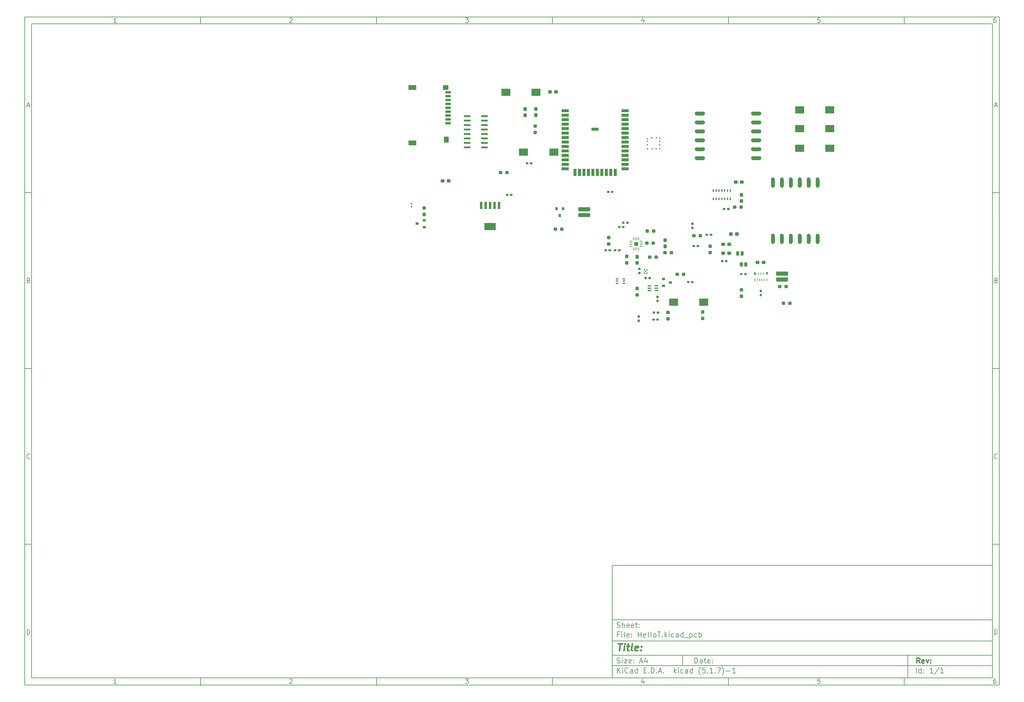
<source format=gbr>
%TF.GenerationSoftware,KiCad,Pcbnew,(5.1.7)-1*%
%TF.CreationDate,2020-12-03T05:29:24-05:00*%
%TF.ProjectId,HelIoT,48656c49-6f54-42e6-9b69-6361645f7063,rev?*%
%TF.SameCoordinates,Original*%
%TF.FileFunction,Paste,Top*%
%TF.FilePolarity,Positive*%
%FSLAX46Y46*%
G04 Gerber Fmt 4.6, Leading zero omitted, Abs format (unit mm)*
G04 Created by KiCad (PCBNEW (5.1.7)-1) date 2020-12-03 05:29:24*
%MOMM*%
%LPD*%
G01*
G04 APERTURE LIST*
%ADD10C,0.100000*%
%ADD11C,0.150000*%
%ADD12C,0.300000*%
%ADD13C,0.400000*%
%ADD14C,0.000100*%
%ADD15C,0.010000*%
%ADD16R,0.350000X0.300000*%
%ADD17R,0.300000X0.350000*%
%ADD18R,0.250000X0.900000*%
%ADD19R,0.250000X0.800000*%
%ADD20R,0.500000X0.800000*%
%ADD21R,1.970000X0.600000*%
%ADD22R,1.117600X0.355600*%
%ADD23R,0.350000X0.750000*%
%ADD24R,0.650000X2.000000*%
%ADD25R,3.200000X2.000000*%
%ADD26R,0.860000X0.260000*%
%ADD27R,0.260000X0.860000*%
%ADD28R,2.000000X0.900000*%
%ADD29R,0.900000X2.000000*%
%ADD30R,2.500000X2.000000*%
%ADD31R,0.900000X0.800000*%
%ADD32R,0.650000X0.400000*%
%ADD33R,1.600000X0.700000*%
%ADD34R,1.600000X1.400000*%
%ADD35R,2.200000X1.400000*%
%ADD36R,1.400000X1.800000*%
%ADD37R,0.800000X0.900000*%
G04 APERTURE END LIST*
D10*
D11*
X177002200Y-166007200D02*
X177002200Y-198007200D01*
X285002200Y-198007200D01*
X285002200Y-166007200D01*
X177002200Y-166007200D01*
D10*
D11*
X10000000Y-10000000D02*
X10000000Y-200007200D01*
X287002200Y-200007200D01*
X287002200Y-10000000D01*
X10000000Y-10000000D01*
D10*
D11*
X12000000Y-12000000D02*
X12000000Y-198007200D01*
X285002200Y-198007200D01*
X285002200Y-12000000D01*
X12000000Y-12000000D01*
D10*
D11*
X60000000Y-12000000D02*
X60000000Y-10000000D01*
D10*
D11*
X110000000Y-12000000D02*
X110000000Y-10000000D01*
D10*
D11*
X160000000Y-12000000D02*
X160000000Y-10000000D01*
D10*
D11*
X210000000Y-12000000D02*
X210000000Y-10000000D01*
D10*
D11*
X260000000Y-12000000D02*
X260000000Y-10000000D01*
D10*
D11*
X36065476Y-11588095D02*
X35322619Y-11588095D01*
X35694047Y-11588095D02*
X35694047Y-10288095D01*
X35570238Y-10473809D01*
X35446428Y-10597619D01*
X35322619Y-10659523D01*
D10*
D11*
X85322619Y-10411904D02*
X85384523Y-10350000D01*
X85508333Y-10288095D01*
X85817857Y-10288095D01*
X85941666Y-10350000D01*
X86003571Y-10411904D01*
X86065476Y-10535714D01*
X86065476Y-10659523D01*
X86003571Y-10845238D01*
X85260714Y-11588095D01*
X86065476Y-11588095D01*
D10*
D11*
X135260714Y-10288095D02*
X136065476Y-10288095D01*
X135632142Y-10783333D01*
X135817857Y-10783333D01*
X135941666Y-10845238D01*
X136003571Y-10907142D01*
X136065476Y-11030952D01*
X136065476Y-11340476D01*
X136003571Y-11464285D01*
X135941666Y-11526190D01*
X135817857Y-11588095D01*
X135446428Y-11588095D01*
X135322619Y-11526190D01*
X135260714Y-11464285D01*
D10*
D11*
X185941666Y-10721428D02*
X185941666Y-11588095D01*
X185632142Y-10226190D02*
X185322619Y-11154761D01*
X186127380Y-11154761D01*
D10*
D11*
X236003571Y-10288095D02*
X235384523Y-10288095D01*
X235322619Y-10907142D01*
X235384523Y-10845238D01*
X235508333Y-10783333D01*
X235817857Y-10783333D01*
X235941666Y-10845238D01*
X236003571Y-10907142D01*
X236065476Y-11030952D01*
X236065476Y-11340476D01*
X236003571Y-11464285D01*
X235941666Y-11526190D01*
X235817857Y-11588095D01*
X235508333Y-11588095D01*
X235384523Y-11526190D01*
X235322619Y-11464285D01*
D10*
D11*
X285941666Y-10288095D02*
X285694047Y-10288095D01*
X285570238Y-10350000D01*
X285508333Y-10411904D01*
X285384523Y-10597619D01*
X285322619Y-10845238D01*
X285322619Y-11340476D01*
X285384523Y-11464285D01*
X285446428Y-11526190D01*
X285570238Y-11588095D01*
X285817857Y-11588095D01*
X285941666Y-11526190D01*
X286003571Y-11464285D01*
X286065476Y-11340476D01*
X286065476Y-11030952D01*
X286003571Y-10907142D01*
X285941666Y-10845238D01*
X285817857Y-10783333D01*
X285570238Y-10783333D01*
X285446428Y-10845238D01*
X285384523Y-10907142D01*
X285322619Y-11030952D01*
D10*
D11*
X60000000Y-198007200D02*
X60000000Y-200007200D01*
D10*
D11*
X110000000Y-198007200D02*
X110000000Y-200007200D01*
D10*
D11*
X160000000Y-198007200D02*
X160000000Y-200007200D01*
D10*
D11*
X210000000Y-198007200D02*
X210000000Y-200007200D01*
D10*
D11*
X260000000Y-198007200D02*
X260000000Y-200007200D01*
D10*
D11*
X36065476Y-199595295D02*
X35322619Y-199595295D01*
X35694047Y-199595295D02*
X35694047Y-198295295D01*
X35570238Y-198481009D01*
X35446428Y-198604819D01*
X35322619Y-198666723D01*
D10*
D11*
X85322619Y-198419104D02*
X85384523Y-198357200D01*
X85508333Y-198295295D01*
X85817857Y-198295295D01*
X85941666Y-198357200D01*
X86003571Y-198419104D01*
X86065476Y-198542914D01*
X86065476Y-198666723D01*
X86003571Y-198852438D01*
X85260714Y-199595295D01*
X86065476Y-199595295D01*
D10*
D11*
X135260714Y-198295295D02*
X136065476Y-198295295D01*
X135632142Y-198790533D01*
X135817857Y-198790533D01*
X135941666Y-198852438D01*
X136003571Y-198914342D01*
X136065476Y-199038152D01*
X136065476Y-199347676D01*
X136003571Y-199471485D01*
X135941666Y-199533390D01*
X135817857Y-199595295D01*
X135446428Y-199595295D01*
X135322619Y-199533390D01*
X135260714Y-199471485D01*
D10*
D11*
X185941666Y-198728628D02*
X185941666Y-199595295D01*
X185632142Y-198233390D02*
X185322619Y-199161961D01*
X186127380Y-199161961D01*
D10*
D11*
X236003571Y-198295295D02*
X235384523Y-198295295D01*
X235322619Y-198914342D01*
X235384523Y-198852438D01*
X235508333Y-198790533D01*
X235817857Y-198790533D01*
X235941666Y-198852438D01*
X236003571Y-198914342D01*
X236065476Y-199038152D01*
X236065476Y-199347676D01*
X236003571Y-199471485D01*
X235941666Y-199533390D01*
X235817857Y-199595295D01*
X235508333Y-199595295D01*
X235384523Y-199533390D01*
X235322619Y-199471485D01*
D10*
D11*
X285941666Y-198295295D02*
X285694047Y-198295295D01*
X285570238Y-198357200D01*
X285508333Y-198419104D01*
X285384523Y-198604819D01*
X285322619Y-198852438D01*
X285322619Y-199347676D01*
X285384523Y-199471485D01*
X285446428Y-199533390D01*
X285570238Y-199595295D01*
X285817857Y-199595295D01*
X285941666Y-199533390D01*
X286003571Y-199471485D01*
X286065476Y-199347676D01*
X286065476Y-199038152D01*
X286003571Y-198914342D01*
X285941666Y-198852438D01*
X285817857Y-198790533D01*
X285570238Y-198790533D01*
X285446428Y-198852438D01*
X285384523Y-198914342D01*
X285322619Y-199038152D01*
D10*
D11*
X10000000Y-60000000D02*
X12000000Y-60000000D01*
D10*
D11*
X10000000Y-110000000D02*
X12000000Y-110000000D01*
D10*
D11*
X10000000Y-160000000D02*
X12000000Y-160000000D01*
D10*
D11*
X10690476Y-35216666D02*
X11309523Y-35216666D01*
X10566666Y-35588095D02*
X11000000Y-34288095D01*
X11433333Y-35588095D01*
D10*
D11*
X11092857Y-84907142D02*
X11278571Y-84969047D01*
X11340476Y-85030952D01*
X11402380Y-85154761D01*
X11402380Y-85340476D01*
X11340476Y-85464285D01*
X11278571Y-85526190D01*
X11154761Y-85588095D01*
X10659523Y-85588095D01*
X10659523Y-84288095D01*
X11092857Y-84288095D01*
X11216666Y-84350000D01*
X11278571Y-84411904D01*
X11340476Y-84535714D01*
X11340476Y-84659523D01*
X11278571Y-84783333D01*
X11216666Y-84845238D01*
X11092857Y-84907142D01*
X10659523Y-84907142D01*
D10*
D11*
X11402380Y-135464285D02*
X11340476Y-135526190D01*
X11154761Y-135588095D01*
X11030952Y-135588095D01*
X10845238Y-135526190D01*
X10721428Y-135402380D01*
X10659523Y-135278571D01*
X10597619Y-135030952D01*
X10597619Y-134845238D01*
X10659523Y-134597619D01*
X10721428Y-134473809D01*
X10845238Y-134350000D01*
X11030952Y-134288095D01*
X11154761Y-134288095D01*
X11340476Y-134350000D01*
X11402380Y-134411904D01*
D10*
D11*
X10659523Y-185588095D02*
X10659523Y-184288095D01*
X10969047Y-184288095D01*
X11154761Y-184350000D01*
X11278571Y-184473809D01*
X11340476Y-184597619D01*
X11402380Y-184845238D01*
X11402380Y-185030952D01*
X11340476Y-185278571D01*
X11278571Y-185402380D01*
X11154761Y-185526190D01*
X10969047Y-185588095D01*
X10659523Y-185588095D01*
D10*
D11*
X287002200Y-60000000D02*
X285002200Y-60000000D01*
D10*
D11*
X287002200Y-110000000D02*
X285002200Y-110000000D01*
D10*
D11*
X287002200Y-160000000D02*
X285002200Y-160000000D01*
D10*
D11*
X285692676Y-35216666D02*
X286311723Y-35216666D01*
X285568866Y-35588095D02*
X286002200Y-34288095D01*
X286435533Y-35588095D01*
D10*
D11*
X286095057Y-84907142D02*
X286280771Y-84969047D01*
X286342676Y-85030952D01*
X286404580Y-85154761D01*
X286404580Y-85340476D01*
X286342676Y-85464285D01*
X286280771Y-85526190D01*
X286156961Y-85588095D01*
X285661723Y-85588095D01*
X285661723Y-84288095D01*
X286095057Y-84288095D01*
X286218866Y-84350000D01*
X286280771Y-84411904D01*
X286342676Y-84535714D01*
X286342676Y-84659523D01*
X286280771Y-84783333D01*
X286218866Y-84845238D01*
X286095057Y-84907142D01*
X285661723Y-84907142D01*
D10*
D11*
X286404580Y-135464285D02*
X286342676Y-135526190D01*
X286156961Y-135588095D01*
X286033152Y-135588095D01*
X285847438Y-135526190D01*
X285723628Y-135402380D01*
X285661723Y-135278571D01*
X285599819Y-135030952D01*
X285599819Y-134845238D01*
X285661723Y-134597619D01*
X285723628Y-134473809D01*
X285847438Y-134350000D01*
X286033152Y-134288095D01*
X286156961Y-134288095D01*
X286342676Y-134350000D01*
X286404580Y-134411904D01*
D10*
D11*
X285661723Y-185588095D02*
X285661723Y-184288095D01*
X285971247Y-184288095D01*
X286156961Y-184350000D01*
X286280771Y-184473809D01*
X286342676Y-184597619D01*
X286404580Y-184845238D01*
X286404580Y-185030952D01*
X286342676Y-185278571D01*
X286280771Y-185402380D01*
X286156961Y-185526190D01*
X285971247Y-185588095D01*
X285661723Y-185588095D01*
D10*
D11*
X200434342Y-193785771D02*
X200434342Y-192285771D01*
X200791485Y-192285771D01*
X201005771Y-192357200D01*
X201148628Y-192500057D01*
X201220057Y-192642914D01*
X201291485Y-192928628D01*
X201291485Y-193142914D01*
X201220057Y-193428628D01*
X201148628Y-193571485D01*
X201005771Y-193714342D01*
X200791485Y-193785771D01*
X200434342Y-193785771D01*
X202577200Y-193785771D02*
X202577200Y-193000057D01*
X202505771Y-192857200D01*
X202362914Y-192785771D01*
X202077200Y-192785771D01*
X201934342Y-192857200D01*
X202577200Y-193714342D02*
X202434342Y-193785771D01*
X202077200Y-193785771D01*
X201934342Y-193714342D01*
X201862914Y-193571485D01*
X201862914Y-193428628D01*
X201934342Y-193285771D01*
X202077200Y-193214342D01*
X202434342Y-193214342D01*
X202577200Y-193142914D01*
X203077200Y-192785771D02*
X203648628Y-192785771D01*
X203291485Y-192285771D02*
X203291485Y-193571485D01*
X203362914Y-193714342D01*
X203505771Y-193785771D01*
X203648628Y-193785771D01*
X204720057Y-193714342D02*
X204577200Y-193785771D01*
X204291485Y-193785771D01*
X204148628Y-193714342D01*
X204077200Y-193571485D01*
X204077200Y-193000057D01*
X204148628Y-192857200D01*
X204291485Y-192785771D01*
X204577200Y-192785771D01*
X204720057Y-192857200D01*
X204791485Y-193000057D01*
X204791485Y-193142914D01*
X204077200Y-193285771D01*
X205434342Y-193642914D02*
X205505771Y-193714342D01*
X205434342Y-193785771D01*
X205362914Y-193714342D01*
X205434342Y-193642914D01*
X205434342Y-193785771D01*
X205434342Y-192857200D02*
X205505771Y-192928628D01*
X205434342Y-193000057D01*
X205362914Y-192928628D01*
X205434342Y-192857200D01*
X205434342Y-193000057D01*
D10*
D11*
X177002200Y-194507200D02*
X285002200Y-194507200D01*
D10*
D11*
X178434342Y-196585771D02*
X178434342Y-195085771D01*
X179291485Y-196585771D02*
X178648628Y-195728628D01*
X179291485Y-195085771D02*
X178434342Y-195942914D01*
X179934342Y-196585771D02*
X179934342Y-195585771D01*
X179934342Y-195085771D02*
X179862914Y-195157200D01*
X179934342Y-195228628D01*
X180005771Y-195157200D01*
X179934342Y-195085771D01*
X179934342Y-195228628D01*
X181505771Y-196442914D02*
X181434342Y-196514342D01*
X181220057Y-196585771D01*
X181077200Y-196585771D01*
X180862914Y-196514342D01*
X180720057Y-196371485D01*
X180648628Y-196228628D01*
X180577200Y-195942914D01*
X180577200Y-195728628D01*
X180648628Y-195442914D01*
X180720057Y-195300057D01*
X180862914Y-195157200D01*
X181077200Y-195085771D01*
X181220057Y-195085771D01*
X181434342Y-195157200D01*
X181505771Y-195228628D01*
X182791485Y-196585771D02*
X182791485Y-195800057D01*
X182720057Y-195657200D01*
X182577200Y-195585771D01*
X182291485Y-195585771D01*
X182148628Y-195657200D01*
X182791485Y-196514342D02*
X182648628Y-196585771D01*
X182291485Y-196585771D01*
X182148628Y-196514342D01*
X182077200Y-196371485D01*
X182077200Y-196228628D01*
X182148628Y-196085771D01*
X182291485Y-196014342D01*
X182648628Y-196014342D01*
X182791485Y-195942914D01*
X184148628Y-196585771D02*
X184148628Y-195085771D01*
X184148628Y-196514342D02*
X184005771Y-196585771D01*
X183720057Y-196585771D01*
X183577200Y-196514342D01*
X183505771Y-196442914D01*
X183434342Y-196300057D01*
X183434342Y-195871485D01*
X183505771Y-195728628D01*
X183577200Y-195657200D01*
X183720057Y-195585771D01*
X184005771Y-195585771D01*
X184148628Y-195657200D01*
X186005771Y-195800057D02*
X186505771Y-195800057D01*
X186720057Y-196585771D02*
X186005771Y-196585771D01*
X186005771Y-195085771D01*
X186720057Y-195085771D01*
X187362914Y-196442914D02*
X187434342Y-196514342D01*
X187362914Y-196585771D01*
X187291485Y-196514342D01*
X187362914Y-196442914D01*
X187362914Y-196585771D01*
X188077200Y-196585771D02*
X188077200Y-195085771D01*
X188434342Y-195085771D01*
X188648628Y-195157200D01*
X188791485Y-195300057D01*
X188862914Y-195442914D01*
X188934342Y-195728628D01*
X188934342Y-195942914D01*
X188862914Y-196228628D01*
X188791485Y-196371485D01*
X188648628Y-196514342D01*
X188434342Y-196585771D01*
X188077200Y-196585771D01*
X189577200Y-196442914D02*
X189648628Y-196514342D01*
X189577200Y-196585771D01*
X189505771Y-196514342D01*
X189577200Y-196442914D01*
X189577200Y-196585771D01*
X190220057Y-196157200D02*
X190934342Y-196157200D01*
X190077200Y-196585771D02*
X190577200Y-195085771D01*
X191077200Y-196585771D01*
X191577200Y-196442914D02*
X191648628Y-196514342D01*
X191577200Y-196585771D01*
X191505771Y-196514342D01*
X191577200Y-196442914D01*
X191577200Y-196585771D01*
X194577200Y-196585771D02*
X194577200Y-195085771D01*
X194720057Y-196014342D02*
X195148628Y-196585771D01*
X195148628Y-195585771D02*
X194577200Y-196157200D01*
X195791485Y-196585771D02*
X195791485Y-195585771D01*
X195791485Y-195085771D02*
X195720057Y-195157200D01*
X195791485Y-195228628D01*
X195862914Y-195157200D01*
X195791485Y-195085771D01*
X195791485Y-195228628D01*
X197148628Y-196514342D02*
X197005771Y-196585771D01*
X196720057Y-196585771D01*
X196577200Y-196514342D01*
X196505771Y-196442914D01*
X196434342Y-196300057D01*
X196434342Y-195871485D01*
X196505771Y-195728628D01*
X196577200Y-195657200D01*
X196720057Y-195585771D01*
X197005771Y-195585771D01*
X197148628Y-195657200D01*
X198434342Y-196585771D02*
X198434342Y-195800057D01*
X198362914Y-195657200D01*
X198220057Y-195585771D01*
X197934342Y-195585771D01*
X197791485Y-195657200D01*
X198434342Y-196514342D02*
X198291485Y-196585771D01*
X197934342Y-196585771D01*
X197791485Y-196514342D01*
X197720057Y-196371485D01*
X197720057Y-196228628D01*
X197791485Y-196085771D01*
X197934342Y-196014342D01*
X198291485Y-196014342D01*
X198434342Y-195942914D01*
X199791485Y-196585771D02*
X199791485Y-195085771D01*
X199791485Y-196514342D02*
X199648628Y-196585771D01*
X199362914Y-196585771D01*
X199220057Y-196514342D01*
X199148628Y-196442914D01*
X199077200Y-196300057D01*
X199077200Y-195871485D01*
X199148628Y-195728628D01*
X199220057Y-195657200D01*
X199362914Y-195585771D01*
X199648628Y-195585771D01*
X199791485Y-195657200D01*
X202077200Y-197157200D02*
X202005771Y-197085771D01*
X201862914Y-196871485D01*
X201791485Y-196728628D01*
X201720057Y-196514342D01*
X201648628Y-196157200D01*
X201648628Y-195871485D01*
X201720057Y-195514342D01*
X201791485Y-195300057D01*
X201862914Y-195157200D01*
X202005771Y-194942914D01*
X202077200Y-194871485D01*
X203362914Y-195085771D02*
X202648628Y-195085771D01*
X202577200Y-195800057D01*
X202648628Y-195728628D01*
X202791485Y-195657200D01*
X203148628Y-195657200D01*
X203291485Y-195728628D01*
X203362914Y-195800057D01*
X203434342Y-195942914D01*
X203434342Y-196300057D01*
X203362914Y-196442914D01*
X203291485Y-196514342D01*
X203148628Y-196585771D01*
X202791485Y-196585771D01*
X202648628Y-196514342D01*
X202577200Y-196442914D01*
X204077200Y-196442914D02*
X204148628Y-196514342D01*
X204077200Y-196585771D01*
X204005771Y-196514342D01*
X204077200Y-196442914D01*
X204077200Y-196585771D01*
X205577200Y-196585771D02*
X204720057Y-196585771D01*
X205148628Y-196585771D02*
X205148628Y-195085771D01*
X205005771Y-195300057D01*
X204862914Y-195442914D01*
X204720057Y-195514342D01*
X206220057Y-196442914D02*
X206291485Y-196514342D01*
X206220057Y-196585771D01*
X206148628Y-196514342D01*
X206220057Y-196442914D01*
X206220057Y-196585771D01*
X206791485Y-195085771D02*
X207791485Y-195085771D01*
X207148628Y-196585771D01*
X208220057Y-197157200D02*
X208291485Y-197085771D01*
X208434342Y-196871485D01*
X208505771Y-196728628D01*
X208577200Y-196514342D01*
X208648628Y-196157200D01*
X208648628Y-195871485D01*
X208577200Y-195514342D01*
X208505771Y-195300057D01*
X208434342Y-195157200D01*
X208291485Y-194942914D01*
X208220057Y-194871485D01*
X209362914Y-196014342D02*
X210505771Y-196014342D01*
X212005771Y-196585771D02*
X211148628Y-196585771D01*
X211577200Y-196585771D02*
X211577200Y-195085771D01*
X211434342Y-195300057D01*
X211291485Y-195442914D01*
X211148628Y-195514342D01*
D10*
D11*
X177002200Y-191507200D02*
X285002200Y-191507200D01*
D10*
D12*
X264411485Y-193785771D02*
X263911485Y-193071485D01*
X263554342Y-193785771D02*
X263554342Y-192285771D01*
X264125771Y-192285771D01*
X264268628Y-192357200D01*
X264340057Y-192428628D01*
X264411485Y-192571485D01*
X264411485Y-192785771D01*
X264340057Y-192928628D01*
X264268628Y-193000057D01*
X264125771Y-193071485D01*
X263554342Y-193071485D01*
X265625771Y-193714342D02*
X265482914Y-193785771D01*
X265197200Y-193785771D01*
X265054342Y-193714342D01*
X264982914Y-193571485D01*
X264982914Y-193000057D01*
X265054342Y-192857200D01*
X265197200Y-192785771D01*
X265482914Y-192785771D01*
X265625771Y-192857200D01*
X265697200Y-193000057D01*
X265697200Y-193142914D01*
X264982914Y-193285771D01*
X266197200Y-192785771D02*
X266554342Y-193785771D01*
X266911485Y-192785771D01*
X267482914Y-193642914D02*
X267554342Y-193714342D01*
X267482914Y-193785771D01*
X267411485Y-193714342D01*
X267482914Y-193642914D01*
X267482914Y-193785771D01*
X267482914Y-192857200D02*
X267554342Y-192928628D01*
X267482914Y-193000057D01*
X267411485Y-192928628D01*
X267482914Y-192857200D01*
X267482914Y-193000057D01*
D10*
D11*
X178362914Y-193714342D02*
X178577200Y-193785771D01*
X178934342Y-193785771D01*
X179077200Y-193714342D01*
X179148628Y-193642914D01*
X179220057Y-193500057D01*
X179220057Y-193357200D01*
X179148628Y-193214342D01*
X179077200Y-193142914D01*
X178934342Y-193071485D01*
X178648628Y-193000057D01*
X178505771Y-192928628D01*
X178434342Y-192857200D01*
X178362914Y-192714342D01*
X178362914Y-192571485D01*
X178434342Y-192428628D01*
X178505771Y-192357200D01*
X178648628Y-192285771D01*
X179005771Y-192285771D01*
X179220057Y-192357200D01*
X179862914Y-193785771D02*
X179862914Y-192785771D01*
X179862914Y-192285771D02*
X179791485Y-192357200D01*
X179862914Y-192428628D01*
X179934342Y-192357200D01*
X179862914Y-192285771D01*
X179862914Y-192428628D01*
X180434342Y-192785771D02*
X181220057Y-192785771D01*
X180434342Y-193785771D01*
X181220057Y-193785771D01*
X182362914Y-193714342D02*
X182220057Y-193785771D01*
X181934342Y-193785771D01*
X181791485Y-193714342D01*
X181720057Y-193571485D01*
X181720057Y-193000057D01*
X181791485Y-192857200D01*
X181934342Y-192785771D01*
X182220057Y-192785771D01*
X182362914Y-192857200D01*
X182434342Y-193000057D01*
X182434342Y-193142914D01*
X181720057Y-193285771D01*
X183077200Y-193642914D02*
X183148628Y-193714342D01*
X183077200Y-193785771D01*
X183005771Y-193714342D01*
X183077200Y-193642914D01*
X183077200Y-193785771D01*
X183077200Y-192857200D02*
X183148628Y-192928628D01*
X183077200Y-193000057D01*
X183005771Y-192928628D01*
X183077200Y-192857200D01*
X183077200Y-193000057D01*
X184862914Y-193357200D02*
X185577200Y-193357200D01*
X184720057Y-193785771D02*
X185220057Y-192285771D01*
X185720057Y-193785771D01*
X186862914Y-192785771D02*
X186862914Y-193785771D01*
X186505771Y-192214342D02*
X186148628Y-193285771D01*
X187077200Y-193285771D01*
D10*
D11*
X263434342Y-196585771D02*
X263434342Y-195085771D01*
X264791485Y-196585771D02*
X264791485Y-195085771D01*
X264791485Y-196514342D02*
X264648628Y-196585771D01*
X264362914Y-196585771D01*
X264220057Y-196514342D01*
X264148628Y-196442914D01*
X264077200Y-196300057D01*
X264077200Y-195871485D01*
X264148628Y-195728628D01*
X264220057Y-195657200D01*
X264362914Y-195585771D01*
X264648628Y-195585771D01*
X264791485Y-195657200D01*
X265505771Y-196442914D02*
X265577200Y-196514342D01*
X265505771Y-196585771D01*
X265434342Y-196514342D01*
X265505771Y-196442914D01*
X265505771Y-196585771D01*
X265505771Y-195657200D02*
X265577200Y-195728628D01*
X265505771Y-195800057D01*
X265434342Y-195728628D01*
X265505771Y-195657200D01*
X265505771Y-195800057D01*
X268148628Y-196585771D02*
X267291485Y-196585771D01*
X267720057Y-196585771D02*
X267720057Y-195085771D01*
X267577200Y-195300057D01*
X267434342Y-195442914D01*
X267291485Y-195514342D01*
X269862914Y-195014342D02*
X268577200Y-196942914D01*
X271148628Y-196585771D02*
X270291485Y-196585771D01*
X270720057Y-196585771D02*
X270720057Y-195085771D01*
X270577200Y-195300057D01*
X270434342Y-195442914D01*
X270291485Y-195514342D01*
D10*
D11*
X177002200Y-187507200D02*
X285002200Y-187507200D01*
D10*
D13*
X178714580Y-188211961D02*
X179857438Y-188211961D01*
X179036009Y-190211961D02*
X179286009Y-188211961D01*
X180274104Y-190211961D02*
X180440771Y-188878628D01*
X180524104Y-188211961D02*
X180416961Y-188307200D01*
X180500295Y-188402438D01*
X180607438Y-188307200D01*
X180524104Y-188211961D01*
X180500295Y-188402438D01*
X181107438Y-188878628D02*
X181869342Y-188878628D01*
X181476485Y-188211961D02*
X181262200Y-189926247D01*
X181333628Y-190116723D01*
X181512200Y-190211961D01*
X181702676Y-190211961D01*
X182655057Y-190211961D02*
X182476485Y-190116723D01*
X182405057Y-189926247D01*
X182619342Y-188211961D01*
X184190771Y-190116723D02*
X183988390Y-190211961D01*
X183607438Y-190211961D01*
X183428866Y-190116723D01*
X183357438Y-189926247D01*
X183452676Y-189164342D01*
X183571723Y-188973866D01*
X183774104Y-188878628D01*
X184155057Y-188878628D01*
X184333628Y-188973866D01*
X184405057Y-189164342D01*
X184381247Y-189354819D01*
X183405057Y-189545295D01*
X185155057Y-190021485D02*
X185238390Y-190116723D01*
X185131247Y-190211961D01*
X185047914Y-190116723D01*
X185155057Y-190021485D01*
X185131247Y-190211961D01*
X185286009Y-188973866D02*
X185369342Y-189069104D01*
X185262200Y-189164342D01*
X185178866Y-189069104D01*
X185286009Y-188973866D01*
X185262200Y-189164342D01*
D10*
D11*
X178934342Y-185600057D02*
X178434342Y-185600057D01*
X178434342Y-186385771D02*
X178434342Y-184885771D01*
X179148628Y-184885771D01*
X179720057Y-186385771D02*
X179720057Y-185385771D01*
X179720057Y-184885771D02*
X179648628Y-184957200D01*
X179720057Y-185028628D01*
X179791485Y-184957200D01*
X179720057Y-184885771D01*
X179720057Y-185028628D01*
X180648628Y-186385771D02*
X180505771Y-186314342D01*
X180434342Y-186171485D01*
X180434342Y-184885771D01*
X181791485Y-186314342D02*
X181648628Y-186385771D01*
X181362914Y-186385771D01*
X181220057Y-186314342D01*
X181148628Y-186171485D01*
X181148628Y-185600057D01*
X181220057Y-185457200D01*
X181362914Y-185385771D01*
X181648628Y-185385771D01*
X181791485Y-185457200D01*
X181862914Y-185600057D01*
X181862914Y-185742914D01*
X181148628Y-185885771D01*
X182505771Y-186242914D02*
X182577200Y-186314342D01*
X182505771Y-186385771D01*
X182434342Y-186314342D01*
X182505771Y-186242914D01*
X182505771Y-186385771D01*
X182505771Y-185457200D02*
X182577200Y-185528628D01*
X182505771Y-185600057D01*
X182434342Y-185528628D01*
X182505771Y-185457200D01*
X182505771Y-185600057D01*
X184362914Y-186385771D02*
X184362914Y-184885771D01*
X184362914Y-185600057D02*
X185220057Y-185600057D01*
X185220057Y-186385771D02*
X185220057Y-184885771D01*
X186505771Y-186314342D02*
X186362914Y-186385771D01*
X186077200Y-186385771D01*
X185934342Y-186314342D01*
X185862914Y-186171485D01*
X185862914Y-185600057D01*
X185934342Y-185457200D01*
X186077200Y-185385771D01*
X186362914Y-185385771D01*
X186505771Y-185457200D01*
X186577200Y-185600057D01*
X186577200Y-185742914D01*
X185862914Y-185885771D01*
X187434342Y-186385771D02*
X187291485Y-186314342D01*
X187220057Y-186171485D01*
X187220057Y-184885771D01*
X188005771Y-186385771D02*
X188005771Y-184885771D01*
X188934342Y-186385771D02*
X188791485Y-186314342D01*
X188720057Y-186242914D01*
X188648628Y-186100057D01*
X188648628Y-185671485D01*
X188720057Y-185528628D01*
X188791485Y-185457200D01*
X188934342Y-185385771D01*
X189148628Y-185385771D01*
X189291485Y-185457200D01*
X189362914Y-185528628D01*
X189434342Y-185671485D01*
X189434342Y-186100057D01*
X189362914Y-186242914D01*
X189291485Y-186314342D01*
X189148628Y-186385771D01*
X188934342Y-186385771D01*
X189862914Y-184885771D02*
X190720057Y-184885771D01*
X190291485Y-186385771D02*
X190291485Y-184885771D01*
X191220057Y-186242914D02*
X191291485Y-186314342D01*
X191220057Y-186385771D01*
X191148628Y-186314342D01*
X191220057Y-186242914D01*
X191220057Y-186385771D01*
X191934342Y-186385771D02*
X191934342Y-184885771D01*
X192077200Y-185814342D02*
X192505771Y-186385771D01*
X192505771Y-185385771D02*
X191934342Y-185957200D01*
X193148628Y-186385771D02*
X193148628Y-185385771D01*
X193148628Y-184885771D02*
X193077200Y-184957200D01*
X193148628Y-185028628D01*
X193220057Y-184957200D01*
X193148628Y-184885771D01*
X193148628Y-185028628D01*
X194505771Y-186314342D02*
X194362914Y-186385771D01*
X194077200Y-186385771D01*
X193934342Y-186314342D01*
X193862914Y-186242914D01*
X193791485Y-186100057D01*
X193791485Y-185671485D01*
X193862914Y-185528628D01*
X193934342Y-185457200D01*
X194077200Y-185385771D01*
X194362914Y-185385771D01*
X194505771Y-185457200D01*
X195791485Y-186385771D02*
X195791485Y-185600057D01*
X195720057Y-185457200D01*
X195577200Y-185385771D01*
X195291485Y-185385771D01*
X195148628Y-185457200D01*
X195791485Y-186314342D02*
X195648628Y-186385771D01*
X195291485Y-186385771D01*
X195148628Y-186314342D01*
X195077200Y-186171485D01*
X195077200Y-186028628D01*
X195148628Y-185885771D01*
X195291485Y-185814342D01*
X195648628Y-185814342D01*
X195791485Y-185742914D01*
X197148628Y-186385771D02*
X197148628Y-184885771D01*
X197148628Y-186314342D02*
X197005771Y-186385771D01*
X196720057Y-186385771D01*
X196577200Y-186314342D01*
X196505771Y-186242914D01*
X196434342Y-186100057D01*
X196434342Y-185671485D01*
X196505771Y-185528628D01*
X196577200Y-185457200D01*
X196720057Y-185385771D01*
X197005771Y-185385771D01*
X197148628Y-185457200D01*
X197505771Y-186528628D02*
X198648628Y-186528628D01*
X199005771Y-185385771D02*
X199005771Y-186885771D01*
X199005771Y-185457200D02*
X199148628Y-185385771D01*
X199434342Y-185385771D01*
X199577200Y-185457200D01*
X199648628Y-185528628D01*
X199720057Y-185671485D01*
X199720057Y-186100057D01*
X199648628Y-186242914D01*
X199577200Y-186314342D01*
X199434342Y-186385771D01*
X199148628Y-186385771D01*
X199005771Y-186314342D01*
X201005771Y-186314342D02*
X200862914Y-186385771D01*
X200577200Y-186385771D01*
X200434342Y-186314342D01*
X200362914Y-186242914D01*
X200291485Y-186100057D01*
X200291485Y-185671485D01*
X200362914Y-185528628D01*
X200434342Y-185457200D01*
X200577200Y-185385771D01*
X200862914Y-185385771D01*
X201005771Y-185457200D01*
X201648628Y-186385771D02*
X201648628Y-184885771D01*
X201648628Y-185457200D02*
X201791485Y-185385771D01*
X202077200Y-185385771D01*
X202220057Y-185457200D01*
X202291485Y-185528628D01*
X202362914Y-185671485D01*
X202362914Y-186100057D01*
X202291485Y-186242914D01*
X202220057Y-186314342D01*
X202077200Y-186385771D01*
X201791485Y-186385771D01*
X201648628Y-186314342D01*
D10*
D11*
X177002200Y-181507200D02*
X285002200Y-181507200D01*
D10*
D11*
X178362914Y-183614342D02*
X178577200Y-183685771D01*
X178934342Y-183685771D01*
X179077200Y-183614342D01*
X179148628Y-183542914D01*
X179220057Y-183400057D01*
X179220057Y-183257200D01*
X179148628Y-183114342D01*
X179077200Y-183042914D01*
X178934342Y-182971485D01*
X178648628Y-182900057D01*
X178505771Y-182828628D01*
X178434342Y-182757200D01*
X178362914Y-182614342D01*
X178362914Y-182471485D01*
X178434342Y-182328628D01*
X178505771Y-182257200D01*
X178648628Y-182185771D01*
X179005771Y-182185771D01*
X179220057Y-182257200D01*
X179862914Y-183685771D02*
X179862914Y-182185771D01*
X180505771Y-183685771D02*
X180505771Y-182900057D01*
X180434342Y-182757200D01*
X180291485Y-182685771D01*
X180077200Y-182685771D01*
X179934342Y-182757200D01*
X179862914Y-182828628D01*
X181791485Y-183614342D02*
X181648628Y-183685771D01*
X181362914Y-183685771D01*
X181220057Y-183614342D01*
X181148628Y-183471485D01*
X181148628Y-182900057D01*
X181220057Y-182757200D01*
X181362914Y-182685771D01*
X181648628Y-182685771D01*
X181791485Y-182757200D01*
X181862914Y-182900057D01*
X181862914Y-183042914D01*
X181148628Y-183185771D01*
X183077200Y-183614342D02*
X182934342Y-183685771D01*
X182648628Y-183685771D01*
X182505771Y-183614342D01*
X182434342Y-183471485D01*
X182434342Y-182900057D01*
X182505771Y-182757200D01*
X182648628Y-182685771D01*
X182934342Y-182685771D01*
X183077200Y-182757200D01*
X183148628Y-182900057D01*
X183148628Y-183042914D01*
X182434342Y-183185771D01*
X183577200Y-182685771D02*
X184148628Y-182685771D01*
X183791485Y-182185771D02*
X183791485Y-183471485D01*
X183862914Y-183614342D01*
X184005771Y-183685771D01*
X184148628Y-183685771D01*
X184648628Y-183542914D02*
X184720057Y-183614342D01*
X184648628Y-183685771D01*
X184577200Y-183614342D01*
X184648628Y-183542914D01*
X184648628Y-183685771D01*
X184648628Y-182757200D02*
X184720057Y-182828628D01*
X184648628Y-182900057D01*
X184577200Y-182828628D01*
X184648628Y-182757200D01*
X184648628Y-182900057D01*
D10*
D11*
X197002200Y-191507200D02*
X197002200Y-194507200D01*
D10*
D11*
X261002200Y-191507200D02*
X261002200Y-198007200D01*
D14*
%TO.C,U8*%
G36*
X201837020Y-42001820D02*
G01*
X202737020Y-42001820D01*
X202789284Y-42004559D01*
X202840976Y-42012746D01*
X202891528Y-42026292D01*
X202940388Y-42045047D01*
X202987020Y-42068807D01*
X203030913Y-42097312D01*
X203071585Y-42130248D01*
X203108592Y-42167255D01*
X203141528Y-42207927D01*
X203170033Y-42251820D01*
X203193793Y-42298452D01*
X203212548Y-42347312D01*
X203226094Y-42397864D01*
X203234281Y-42449556D01*
X203237020Y-42501820D01*
X203234281Y-42554084D01*
X203226094Y-42605776D01*
X203212548Y-42656328D01*
X203193793Y-42705188D01*
X203170033Y-42751820D01*
X203141528Y-42795713D01*
X203108592Y-42836385D01*
X203071585Y-42873392D01*
X203030913Y-42906328D01*
X202987020Y-42934833D01*
X202940388Y-42958593D01*
X202891528Y-42977348D01*
X202840976Y-42990894D01*
X202789284Y-42999081D01*
X202737020Y-43001820D01*
X200937020Y-43001820D01*
X200884756Y-42999081D01*
X200833064Y-42990894D01*
X200782512Y-42977348D01*
X200733652Y-42958593D01*
X200687020Y-42934833D01*
X200643127Y-42906328D01*
X200602455Y-42873392D01*
X200565448Y-42836385D01*
X200532512Y-42795713D01*
X200504007Y-42751820D01*
X200480247Y-42705188D01*
X200461492Y-42656328D01*
X200447946Y-42605776D01*
X200439759Y-42554084D01*
X200437020Y-42501820D01*
X200439759Y-42449556D01*
X200447946Y-42397864D01*
X200461492Y-42347312D01*
X200480247Y-42298452D01*
X200504007Y-42251820D01*
X200532512Y-42207927D01*
X200565448Y-42167255D01*
X200602455Y-42130248D01*
X200643127Y-42097312D01*
X200687020Y-42068807D01*
X200733652Y-42045047D01*
X200782512Y-42026292D01*
X200833064Y-42012746D01*
X200884756Y-42004559D01*
X200937020Y-42001820D01*
X201837020Y-42001820D01*
G37*
X201837020Y-42001820D02*
X202737020Y-42001820D01*
X202789284Y-42004559D01*
X202840976Y-42012746D01*
X202891528Y-42026292D01*
X202940388Y-42045047D01*
X202987020Y-42068807D01*
X203030913Y-42097312D01*
X203071585Y-42130248D01*
X203108592Y-42167255D01*
X203141528Y-42207927D01*
X203170033Y-42251820D01*
X203193793Y-42298452D01*
X203212548Y-42347312D01*
X203226094Y-42397864D01*
X203234281Y-42449556D01*
X203237020Y-42501820D01*
X203234281Y-42554084D01*
X203226094Y-42605776D01*
X203212548Y-42656328D01*
X203193793Y-42705188D01*
X203170033Y-42751820D01*
X203141528Y-42795713D01*
X203108592Y-42836385D01*
X203071585Y-42873392D01*
X203030913Y-42906328D01*
X202987020Y-42934833D01*
X202940388Y-42958593D01*
X202891528Y-42977348D01*
X202840976Y-42990894D01*
X202789284Y-42999081D01*
X202737020Y-43001820D01*
X200937020Y-43001820D01*
X200884756Y-42999081D01*
X200833064Y-42990894D01*
X200782512Y-42977348D01*
X200733652Y-42958593D01*
X200687020Y-42934833D01*
X200643127Y-42906328D01*
X200602455Y-42873392D01*
X200565448Y-42836385D01*
X200532512Y-42795713D01*
X200504007Y-42751820D01*
X200480247Y-42705188D01*
X200461492Y-42656328D01*
X200447946Y-42605776D01*
X200439759Y-42554084D01*
X200437020Y-42501820D01*
X200439759Y-42449556D01*
X200447946Y-42397864D01*
X200461492Y-42347312D01*
X200480247Y-42298452D01*
X200504007Y-42251820D01*
X200532512Y-42207927D01*
X200565448Y-42167255D01*
X200602455Y-42130248D01*
X200643127Y-42097312D01*
X200687020Y-42068807D01*
X200733652Y-42045047D01*
X200782512Y-42026292D01*
X200833064Y-42012746D01*
X200884756Y-42004559D01*
X200937020Y-42001820D01*
X201837020Y-42001820D01*
G36*
X217837020Y-42001820D02*
G01*
X218737020Y-42001820D01*
X218789284Y-42004559D01*
X218840976Y-42012746D01*
X218891528Y-42026292D01*
X218940388Y-42045047D01*
X218987020Y-42068807D01*
X219030913Y-42097312D01*
X219071585Y-42130248D01*
X219108592Y-42167255D01*
X219141528Y-42207927D01*
X219170033Y-42251820D01*
X219193793Y-42298452D01*
X219212548Y-42347312D01*
X219226094Y-42397864D01*
X219234281Y-42449556D01*
X219237020Y-42501820D01*
X219234281Y-42554084D01*
X219226094Y-42605776D01*
X219212548Y-42656328D01*
X219193793Y-42705188D01*
X219170033Y-42751820D01*
X219141528Y-42795713D01*
X219108592Y-42836385D01*
X219071585Y-42873392D01*
X219030913Y-42906328D01*
X218987020Y-42934833D01*
X218940388Y-42958593D01*
X218891528Y-42977348D01*
X218840976Y-42990894D01*
X218789284Y-42999081D01*
X218737020Y-43001820D01*
X216937020Y-43001820D01*
X216884756Y-42999081D01*
X216833064Y-42990894D01*
X216782512Y-42977348D01*
X216733652Y-42958593D01*
X216687020Y-42934833D01*
X216643127Y-42906328D01*
X216602455Y-42873392D01*
X216565448Y-42836385D01*
X216532512Y-42795713D01*
X216504007Y-42751820D01*
X216480247Y-42705188D01*
X216461492Y-42656328D01*
X216447946Y-42605776D01*
X216439759Y-42554084D01*
X216437020Y-42501820D01*
X216439759Y-42449556D01*
X216447946Y-42397864D01*
X216461492Y-42347312D01*
X216480247Y-42298452D01*
X216504007Y-42251820D01*
X216532512Y-42207927D01*
X216565448Y-42167255D01*
X216602455Y-42130248D01*
X216643127Y-42097312D01*
X216687020Y-42068807D01*
X216733652Y-42045047D01*
X216782512Y-42026292D01*
X216833064Y-42012746D01*
X216884756Y-42004559D01*
X216937020Y-42001820D01*
X217837020Y-42001820D01*
G37*
X217837020Y-42001820D02*
X218737020Y-42001820D01*
X218789284Y-42004559D01*
X218840976Y-42012746D01*
X218891528Y-42026292D01*
X218940388Y-42045047D01*
X218987020Y-42068807D01*
X219030913Y-42097312D01*
X219071585Y-42130248D01*
X219108592Y-42167255D01*
X219141528Y-42207927D01*
X219170033Y-42251820D01*
X219193793Y-42298452D01*
X219212548Y-42347312D01*
X219226094Y-42397864D01*
X219234281Y-42449556D01*
X219237020Y-42501820D01*
X219234281Y-42554084D01*
X219226094Y-42605776D01*
X219212548Y-42656328D01*
X219193793Y-42705188D01*
X219170033Y-42751820D01*
X219141528Y-42795713D01*
X219108592Y-42836385D01*
X219071585Y-42873392D01*
X219030913Y-42906328D01*
X218987020Y-42934833D01*
X218940388Y-42958593D01*
X218891528Y-42977348D01*
X218840976Y-42990894D01*
X218789284Y-42999081D01*
X218737020Y-43001820D01*
X216937020Y-43001820D01*
X216884756Y-42999081D01*
X216833064Y-42990894D01*
X216782512Y-42977348D01*
X216733652Y-42958593D01*
X216687020Y-42934833D01*
X216643127Y-42906328D01*
X216602455Y-42873392D01*
X216565448Y-42836385D01*
X216532512Y-42795713D01*
X216504007Y-42751820D01*
X216480247Y-42705188D01*
X216461492Y-42656328D01*
X216447946Y-42605776D01*
X216439759Y-42554084D01*
X216437020Y-42501820D01*
X216439759Y-42449556D01*
X216447946Y-42397864D01*
X216461492Y-42347312D01*
X216480247Y-42298452D01*
X216504007Y-42251820D01*
X216532512Y-42207927D01*
X216565448Y-42167255D01*
X216602455Y-42130248D01*
X216643127Y-42097312D01*
X216687020Y-42068807D01*
X216733652Y-42045047D01*
X216782512Y-42026292D01*
X216833064Y-42012746D01*
X216884756Y-42004559D01*
X216937020Y-42001820D01*
X217837020Y-42001820D01*
G36*
X217837020Y-39461820D02*
G01*
X218737020Y-39461820D01*
X218789284Y-39464559D01*
X218840976Y-39472746D01*
X218891528Y-39486292D01*
X218940388Y-39505047D01*
X218987020Y-39528807D01*
X219030913Y-39557312D01*
X219071585Y-39590248D01*
X219108592Y-39627255D01*
X219141528Y-39667927D01*
X219170033Y-39711820D01*
X219193793Y-39758452D01*
X219212548Y-39807312D01*
X219226094Y-39857864D01*
X219234281Y-39909556D01*
X219237020Y-39961820D01*
X219234281Y-40014084D01*
X219226094Y-40065776D01*
X219212548Y-40116328D01*
X219193793Y-40165188D01*
X219170033Y-40211820D01*
X219141528Y-40255713D01*
X219108592Y-40296385D01*
X219071585Y-40333392D01*
X219030913Y-40366328D01*
X218987020Y-40394833D01*
X218940388Y-40418593D01*
X218891528Y-40437348D01*
X218840976Y-40450894D01*
X218789284Y-40459081D01*
X218737020Y-40461820D01*
X216937020Y-40461820D01*
X216884756Y-40459081D01*
X216833064Y-40450894D01*
X216782512Y-40437348D01*
X216733652Y-40418593D01*
X216687020Y-40394833D01*
X216643127Y-40366328D01*
X216602455Y-40333392D01*
X216565448Y-40296385D01*
X216532512Y-40255713D01*
X216504007Y-40211820D01*
X216480247Y-40165188D01*
X216461492Y-40116328D01*
X216447946Y-40065776D01*
X216439759Y-40014084D01*
X216437020Y-39961820D01*
X216439759Y-39909556D01*
X216447946Y-39857864D01*
X216461492Y-39807312D01*
X216480247Y-39758452D01*
X216504007Y-39711820D01*
X216532512Y-39667927D01*
X216565448Y-39627255D01*
X216602455Y-39590248D01*
X216643127Y-39557312D01*
X216687020Y-39528807D01*
X216733652Y-39505047D01*
X216782512Y-39486292D01*
X216833064Y-39472746D01*
X216884756Y-39464559D01*
X216937020Y-39461820D01*
X217837020Y-39461820D01*
G37*
X217837020Y-39461820D02*
X218737020Y-39461820D01*
X218789284Y-39464559D01*
X218840976Y-39472746D01*
X218891528Y-39486292D01*
X218940388Y-39505047D01*
X218987020Y-39528807D01*
X219030913Y-39557312D01*
X219071585Y-39590248D01*
X219108592Y-39627255D01*
X219141528Y-39667927D01*
X219170033Y-39711820D01*
X219193793Y-39758452D01*
X219212548Y-39807312D01*
X219226094Y-39857864D01*
X219234281Y-39909556D01*
X219237020Y-39961820D01*
X219234281Y-40014084D01*
X219226094Y-40065776D01*
X219212548Y-40116328D01*
X219193793Y-40165188D01*
X219170033Y-40211820D01*
X219141528Y-40255713D01*
X219108592Y-40296385D01*
X219071585Y-40333392D01*
X219030913Y-40366328D01*
X218987020Y-40394833D01*
X218940388Y-40418593D01*
X218891528Y-40437348D01*
X218840976Y-40450894D01*
X218789284Y-40459081D01*
X218737020Y-40461820D01*
X216937020Y-40461820D01*
X216884756Y-40459081D01*
X216833064Y-40450894D01*
X216782512Y-40437348D01*
X216733652Y-40418593D01*
X216687020Y-40394833D01*
X216643127Y-40366328D01*
X216602455Y-40333392D01*
X216565448Y-40296385D01*
X216532512Y-40255713D01*
X216504007Y-40211820D01*
X216480247Y-40165188D01*
X216461492Y-40116328D01*
X216447946Y-40065776D01*
X216439759Y-40014084D01*
X216437020Y-39961820D01*
X216439759Y-39909556D01*
X216447946Y-39857864D01*
X216461492Y-39807312D01*
X216480247Y-39758452D01*
X216504007Y-39711820D01*
X216532512Y-39667927D01*
X216565448Y-39627255D01*
X216602455Y-39590248D01*
X216643127Y-39557312D01*
X216687020Y-39528807D01*
X216733652Y-39505047D01*
X216782512Y-39486292D01*
X216833064Y-39472746D01*
X216884756Y-39464559D01*
X216937020Y-39461820D01*
X217837020Y-39461820D01*
G36*
X217837020Y-36921820D02*
G01*
X218737020Y-36921820D01*
X218789284Y-36924559D01*
X218840976Y-36932746D01*
X218891528Y-36946292D01*
X218940388Y-36965047D01*
X218987020Y-36988807D01*
X219030913Y-37017312D01*
X219071585Y-37050248D01*
X219108592Y-37087255D01*
X219141528Y-37127927D01*
X219170033Y-37171820D01*
X219193793Y-37218452D01*
X219212548Y-37267312D01*
X219226094Y-37317864D01*
X219234281Y-37369556D01*
X219237020Y-37421820D01*
X219234281Y-37474084D01*
X219226094Y-37525776D01*
X219212548Y-37576328D01*
X219193793Y-37625188D01*
X219170033Y-37671820D01*
X219141528Y-37715713D01*
X219108592Y-37756385D01*
X219071585Y-37793392D01*
X219030913Y-37826328D01*
X218987020Y-37854833D01*
X218940388Y-37878593D01*
X218891528Y-37897348D01*
X218840976Y-37910894D01*
X218789284Y-37919081D01*
X218737020Y-37921820D01*
X216937020Y-37921820D01*
X216884756Y-37919081D01*
X216833064Y-37910894D01*
X216782512Y-37897348D01*
X216733652Y-37878593D01*
X216687020Y-37854833D01*
X216643127Y-37826328D01*
X216602455Y-37793392D01*
X216565448Y-37756385D01*
X216532512Y-37715713D01*
X216504007Y-37671820D01*
X216480247Y-37625188D01*
X216461492Y-37576328D01*
X216447946Y-37525776D01*
X216439759Y-37474084D01*
X216437020Y-37421820D01*
X216439759Y-37369556D01*
X216447946Y-37317864D01*
X216461492Y-37267312D01*
X216480247Y-37218452D01*
X216504007Y-37171820D01*
X216532512Y-37127927D01*
X216565448Y-37087255D01*
X216602455Y-37050248D01*
X216643127Y-37017312D01*
X216687020Y-36988807D01*
X216733652Y-36965047D01*
X216782512Y-36946292D01*
X216833064Y-36932746D01*
X216884756Y-36924559D01*
X216937020Y-36921820D01*
X217837020Y-36921820D01*
G37*
X217837020Y-36921820D02*
X218737020Y-36921820D01*
X218789284Y-36924559D01*
X218840976Y-36932746D01*
X218891528Y-36946292D01*
X218940388Y-36965047D01*
X218987020Y-36988807D01*
X219030913Y-37017312D01*
X219071585Y-37050248D01*
X219108592Y-37087255D01*
X219141528Y-37127927D01*
X219170033Y-37171820D01*
X219193793Y-37218452D01*
X219212548Y-37267312D01*
X219226094Y-37317864D01*
X219234281Y-37369556D01*
X219237020Y-37421820D01*
X219234281Y-37474084D01*
X219226094Y-37525776D01*
X219212548Y-37576328D01*
X219193793Y-37625188D01*
X219170033Y-37671820D01*
X219141528Y-37715713D01*
X219108592Y-37756385D01*
X219071585Y-37793392D01*
X219030913Y-37826328D01*
X218987020Y-37854833D01*
X218940388Y-37878593D01*
X218891528Y-37897348D01*
X218840976Y-37910894D01*
X218789284Y-37919081D01*
X218737020Y-37921820D01*
X216937020Y-37921820D01*
X216884756Y-37919081D01*
X216833064Y-37910894D01*
X216782512Y-37897348D01*
X216733652Y-37878593D01*
X216687020Y-37854833D01*
X216643127Y-37826328D01*
X216602455Y-37793392D01*
X216565448Y-37756385D01*
X216532512Y-37715713D01*
X216504007Y-37671820D01*
X216480247Y-37625188D01*
X216461492Y-37576328D01*
X216447946Y-37525776D01*
X216439759Y-37474084D01*
X216437020Y-37421820D01*
X216439759Y-37369556D01*
X216447946Y-37317864D01*
X216461492Y-37267312D01*
X216480247Y-37218452D01*
X216504007Y-37171820D01*
X216532512Y-37127927D01*
X216565448Y-37087255D01*
X216602455Y-37050248D01*
X216643127Y-37017312D01*
X216687020Y-36988807D01*
X216733652Y-36965047D01*
X216782512Y-36946292D01*
X216833064Y-36932746D01*
X216884756Y-36924559D01*
X216937020Y-36921820D01*
X217837020Y-36921820D01*
G36*
X217837020Y-44541820D02*
G01*
X218737020Y-44541820D01*
X218789284Y-44544559D01*
X218840976Y-44552746D01*
X218891528Y-44566292D01*
X218940388Y-44585047D01*
X218987020Y-44608807D01*
X219030913Y-44637312D01*
X219071585Y-44670248D01*
X219108592Y-44707255D01*
X219141528Y-44747927D01*
X219170033Y-44791820D01*
X219193793Y-44838452D01*
X219212548Y-44887312D01*
X219226094Y-44937864D01*
X219234281Y-44989556D01*
X219237020Y-45041820D01*
X219234281Y-45094084D01*
X219226094Y-45145776D01*
X219212548Y-45196328D01*
X219193793Y-45245188D01*
X219170033Y-45291820D01*
X219141528Y-45335713D01*
X219108592Y-45376385D01*
X219071585Y-45413392D01*
X219030913Y-45446328D01*
X218987020Y-45474833D01*
X218940388Y-45498593D01*
X218891528Y-45517348D01*
X218840976Y-45530894D01*
X218789284Y-45539081D01*
X218737020Y-45541820D01*
X216937020Y-45541820D01*
X216884756Y-45539081D01*
X216833064Y-45530894D01*
X216782512Y-45517348D01*
X216733652Y-45498593D01*
X216687020Y-45474833D01*
X216643127Y-45446328D01*
X216602455Y-45413392D01*
X216565448Y-45376385D01*
X216532512Y-45335713D01*
X216504007Y-45291820D01*
X216480247Y-45245188D01*
X216461492Y-45196328D01*
X216447946Y-45145776D01*
X216439759Y-45094084D01*
X216437020Y-45041820D01*
X216439759Y-44989556D01*
X216447946Y-44937864D01*
X216461492Y-44887312D01*
X216480247Y-44838452D01*
X216504007Y-44791820D01*
X216532512Y-44747927D01*
X216565448Y-44707255D01*
X216602455Y-44670248D01*
X216643127Y-44637312D01*
X216687020Y-44608807D01*
X216733652Y-44585047D01*
X216782512Y-44566292D01*
X216833064Y-44552746D01*
X216884756Y-44544559D01*
X216937020Y-44541820D01*
X217837020Y-44541820D01*
G37*
X217837020Y-44541820D02*
X218737020Y-44541820D01*
X218789284Y-44544559D01*
X218840976Y-44552746D01*
X218891528Y-44566292D01*
X218940388Y-44585047D01*
X218987020Y-44608807D01*
X219030913Y-44637312D01*
X219071585Y-44670248D01*
X219108592Y-44707255D01*
X219141528Y-44747927D01*
X219170033Y-44791820D01*
X219193793Y-44838452D01*
X219212548Y-44887312D01*
X219226094Y-44937864D01*
X219234281Y-44989556D01*
X219237020Y-45041820D01*
X219234281Y-45094084D01*
X219226094Y-45145776D01*
X219212548Y-45196328D01*
X219193793Y-45245188D01*
X219170033Y-45291820D01*
X219141528Y-45335713D01*
X219108592Y-45376385D01*
X219071585Y-45413392D01*
X219030913Y-45446328D01*
X218987020Y-45474833D01*
X218940388Y-45498593D01*
X218891528Y-45517348D01*
X218840976Y-45530894D01*
X218789284Y-45539081D01*
X218737020Y-45541820D01*
X216937020Y-45541820D01*
X216884756Y-45539081D01*
X216833064Y-45530894D01*
X216782512Y-45517348D01*
X216733652Y-45498593D01*
X216687020Y-45474833D01*
X216643127Y-45446328D01*
X216602455Y-45413392D01*
X216565448Y-45376385D01*
X216532512Y-45335713D01*
X216504007Y-45291820D01*
X216480247Y-45245188D01*
X216461492Y-45196328D01*
X216447946Y-45145776D01*
X216439759Y-45094084D01*
X216437020Y-45041820D01*
X216439759Y-44989556D01*
X216447946Y-44937864D01*
X216461492Y-44887312D01*
X216480247Y-44838452D01*
X216504007Y-44791820D01*
X216532512Y-44747927D01*
X216565448Y-44707255D01*
X216602455Y-44670248D01*
X216643127Y-44637312D01*
X216687020Y-44608807D01*
X216733652Y-44585047D01*
X216782512Y-44566292D01*
X216833064Y-44552746D01*
X216884756Y-44544559D01*
X216937020Y-44541820D01*
X217837020Y-44541820D01*
G36*
X217837020Y-47081820D02*
G01*
X218737020Y-47081820D01*
X218789284Y-47084559D01*
X218840976Y-47092746D01*
X218891528Y-47106292D01*
X218940388Y-47125047D01*
X218987020Y-47148807D01*
X219030913Y-47177312D01*
X219071585Y-47210248D01*
X219108592Y-47247255D01*
X219141528Y-47287927D01*
X219170033Y-47331820D01*
X219193793Y-47378452D01*
X219212548Y-47427312D01*
X219226094Y-47477864D01*
X219234281Y-47529556D01*
X219237020Y-47581820D01*
X219234281Y-47634084D01*
X219226094Y-47685776D01*
X219212548Y-47736328D01*
X219193793Y-47785188D01*
X219170033Y-47831820D01*
X219141528Y-47875713D01*
X219108592Y-47916385D01*
X219071585Y-47953392D01*
X219030913Y-47986328D01*
X218987020Y-48014833D01*
X218940388Y-48038593D01*
X218891528Y-48057348D01*
X218840976Y-48070894D01*
X218789284Y-48079081D01*
X218737020Y-48081820D01*
X216937020Y-48081820D01*
X216884756Y-48079081D01*
X216833064Y-48070894D01*
X216782512Y-48057348D01*
X216733652Y-48038593D01*
X216687020Y-48014833D01*
X216643127Y-47986328D01*
X216602455Y-47953392D01*
X216565448Y-47916385D01*
X216532512Y-47875713D01*
X216504007Y-47831820D01*
X216480247Y-47785188D01*
X216461492Y-47736328D01*
X216447946Y-47685776D01*
X216439759Y-47634084D01*
X216437020Y-47581820D01*
X216439759Y-47529556D01*
X216447946Y-47477864D01*
X216461492Y-47427312D01*
X216480247Y-47378452D01*
X216504007Y-47331820D01*
X216532512Y-47287927D01*
X216565448Y-47247255D01*
X216602455Y-47210248D01*
X216643127Y-47177312D01*
X216687020Y-47148807D01*
X216733652Y-47125047D01*
X216782512Y-47106292D01*
X216833064Y-47092746D01*
X216884756Y-47084559D01*
X216937020Y-47081820D01*
X217837020Y-47081820D01*
G37*
X217837020Y-47081820D02*
X218737020Y-47081820D01*
X218789284Y-47084559D01*
X218840976Y-47092746D01*
X218891528Y-47106292D01*
X218940388Y-47125047D01*
X218987020Y-47148807D01*
X219030913Y-47177312D01*
X219071585Y-47210248D01*
X219108592Y-47247255D01*
X219141528Y-47287927D01*
X219170033Y-47331820D01*
X219193793Y-47378452D01*
X219212548Y-47427312D01*
X219226094Y-47477864D01*
X219234281Y-47529556D01*
X219237020Y-47581820D01*
X219234281Y-47634084D01*
X219226094Y-47685776D01*
X219212548Y-47736328D01*
X219193793Y-47785188D01*
X219170033Y-47831820D01*
X219141528Y-47875713D01*
X219108592Y-47916385D01*
X219071585Y-47953392D01*
X219030913Y-47986328D01*
X218987020Y-48014833D01*
X218940388Y-48038593D01*
X218891528Y-48057348D01*
X218840976Y-48070894D01*
X218789284Y-48079081D01*
X218737020Y-48081820D01*
X216937020Y-48081820D01*
X216884756Y-48079081D01*
X216833064Y-48070894D01*
X216782512Y-48057348D01*
X216733652Y-48038593D01*
X216687020Y-48014833D01*
X216643127Y-47986328D01*
X216602455Y-47953392D01*
X216565448Y-47916385D01*
X216532512Y-47875713D01*
X216504007Y-47831820D01*
X216480247Y-47785188D01*
X216461492Y-47736328D01*
X216447946Y-47685776D01*
X216439759Y-47634084D01*
X216437020Y-47581820D01*
X216439759Y-47529556D01*
X216447946Y-47477864D01*
X216461492Y-47427312D01*
X216480247Y-47378452D01*
X216504007Y-47331820D01*
X216532512Y-47287927D01*
X216565448Y-47247255D01*
X216602455Y-47210248D01*
X216643127Y-47177312D01*
X216687020Y-47148807D01*
X216733652Y-47125047D01*
X216782512Y-47106292D01*
X216833064Y-47092746D01*
X216884756Y-47084559D01*
X216937020Y-47081820D01*
X217837020Y-47081820D01*
G36*
X217837020Y-49621820D02*
G01*
X218737020Y-49621820D01*
X218789284Y-49624559D01*
X218840976Y-49632746D01*
X218891528Y-49646292D01*
X218940388Y-49665047D01*
X218987020Y-49688807D01*
X219030913Y-49717312D01*
X219071585Y-49750248D01*
X219108592Y-49787255D01*
X219141528Y-49827927D01*
X219170033Y-49871820D01*
X219193793Y-49918452D01*
X219212548Y-49967312D01*
X219226094Y-50017864D01*
X219234281Y-50069556D01*
X219237020Y-50121820D01*
X219234281Y-50174084D01*
X219226094Y-50225776D01*
X219212548Y-50276328D01*
X219193793Y-50325188D01*
X219170033Y-50371820D01*
X219141528Y-50415713D01*
X219108592Y-50456385D01*
X219071585Y-50493392D01*
X219030913Y-50526328D01*
X218987020Y-50554833D01*
X218940388Y-50578593D01*
X218891528Y-50597348D01*
X218840976Y-50610894D01*
X218789284Y-50619081D01*
X218737020Y-50621820D01*
X216937020Y-50621820D01*
X216884756Y-50619081D01*
X216833064Y-50610894D01*
X216782512Y-50597348D01*
X216733652Y-50578593D01*
X216687020Y-50554833D01*
X216643127Y-50526328D01*
X216602455Y-50493392D01*
X216565448Y-50456385D01*
X216532512Y-50415713D01*
X216504007Y-50371820D01*
X216480247Y-50325188D01*
X216461492Y-50276328D01*
X216447946Y-50225776D01*
X216439759Y-50174084D01*
X216437020Y-50121820D01*
X216439759Y-50069556D01*
X216447946Y-50017864D01*
X216461492Y-49967312D01*
X216480247Y-49918452D01*
X216504007Y-49871820D01*
X216532512Y-49827927D01*
X216565448Y-49787255D01*
X216602455Y-49750248D01*
X216643127Y-49717312D01*
X216687020Y-49688807D01*
X216733652Y-49665047D01*
X216782512Y-49646292D01*
X216833064Y-49632746D01*
X216884756Y-49624559D01*
X216937020Y-49621820D01*
X217837020Y-49621820D01*
G37*
X217837020Y-49621820D02*
X218737020Y-49621820D01*
X218789284Y-49624559D01*
X218840976Y-49632746D01*
X218891528Y-49646292D01*
X218940388Y-49665047D01*
X218987020Y-49688807D01*
X219030913Y-49717312D01*
X219071585Y-49750248D01*
X219108592Y-49787255D01*
X219141528Y-49827927D01*
X219170033Y-49871820D01*
X219193793Y-49918452D01*
X219212548Y-49967312D01*
X219226094Y-50017864D01*
X219234281Y-50069556D01*
X219237020Y-50121820D01*
X219234281Y-50174084D01*
X219226094Y-50225776D01*
X219212548Y-50276328D01*
X219193793Y-50325188D01*
X219170033Y-50371820D01*
X219141528Y-50415713D01*
X219108592Y-50456385D01*
X219071585Y-50493392D01*
X219030913Y-50526328D01*
X218987020Y-50554833D01*
X218940388Y-50578593D01*
X218891528Y-50597348D01*
X218840976Y-50610894D01*
X218789284Y-50619081D01*
X218737020Y-50621820D01*
X216937020Y-50621820D01*
X216884756Y-50619081D01*
X216833064Y-50610894D01*
X216782512Y-50597348D01*
X216733652Y-50578593D01*
X216687020Y-50554833D01*
X216643127Y-50526328D01*
X216602455Y-50493392D01*
X216565448Y-50456385D01*
X216532512Y-50415713D01*
X216504007Y-50371820D01*
X216480247Y-50325188D01*
X216461492Y-50276328D01*
X216447946Y-50225776D01*
X216439759Y-50174084D01*
X216437020Y-50121820D01*
X216439759Y-50069556D01*
X216447946Y-50017864D01*
X216461492Y-49967312D01*
X216480247Y-49918452D01*
X216504007Y-49871820D01*
X216532512Y-49827927D01*
X216565448Y-49787255D01*
X216602455Y-49750248D01*
X216643127Y-49717312D01*
X216687020Y-49688807D01*
X216733652Y-49665047D01*
X216782512Y-49646292D01*
X216833064Y-49632746D01*
X216884756Y-49624559D01*
X216937020Y-49621820D01*
X217837020Y-49621820D01*
G36*
X201837020Y-44541820D02*
G01*
X202737020Y-44541820D01*
X202789284Y-44544559D01*
X202840976Y-44552746D01*
X202891528Y-44566292D01*
X202940388Y-44585047D01*
X202987020Y-44608807D01*
X203030913Y-44637312D01*
X203071585Y-44670248D01*
X203108592Y-44707255D01*
X203141528Y-44747927D01*
X203170033Y-44791820D01*
X203193793Y-44838452D01*
X203212548Y-44887312D01*
X203226094Y-44937864D01*
X203234281Y-44989556D01*
X203237020Y-45041820D01*
X203234281Y-45094084D01*
X203226094Y-45145776D01*
X203212548Y-45196328D01*
X203193793Y-45245188D01*
X203170033Y-45291820D01*
X203141528Y-45335713D01*
X203108592Y-45376385D01*
X203071585Y-45413392D01*
X203030913Y-45446328D01*
X202987020Y-45474833D01*
X202940388Y-45498593D01*
X202891528Y-45517348D01*
X202840976Y-45530894D01*
X202789284Y-45539081D01*
X202737020Y-45541820D01*
X200937020Y-45541820D01*
X200884756Y-45539081D01*
X200833064Y-45530894D01*
X200782512Y-45517348D01*
X200733652Y-45498593D01*
X200687020Y-45474833D01*
X200643127Y-45446328D01*
X200602455Y-45413392D01*
X200565448Y-45376385D01*
X200532512Y-45335713D01*
X200504007Y-45291820D01*
X200480247Y-45245188D01*
X200461492Y-45196328D01*
X200447946Y-45145776D01*
X200439759Y-45094084D01*
X200437020Y-45041820D01*
X200439759Y-44989556D01*
X200447946Y-44937864D01*
X200461492Y-44887312D01*
X200480247Y-44838452D01*
X200504007Y-44791820D01*
X200532512Y-44747927D01*
X200565448Y-44707255D01*
X200602455Y-44670248D01*
X200643127Y-44637312D01*
X200687020Y-44608807D01*
X200733652Y-44585047D01*
X200782512Y-44566292D01*
X200833064Y-44552746D01*
X200884756Y-44544559D01*
X200937020Y-44541820D01*
X201837020Y-44541820D01*
G37*
X201837020Y-44541820D02*
X202737020Y-44541820D01*
X202789284Y-44544559D01*
X202840976Y-44552746D01*
X202891528Y-44566292D01*
X202940388Y-44585047D01*
X202987020Y-44608807D01*
X203030913Y-44637312D01*
X203071585Y-44670248D01*
X203108592Y-44707255D01*
X203141528Y-44747927D01*
X203170033Y-44791820D01*
X203193793Y-44838452D01*
X203212548Y-44887312D01*
X203226094Y-44937864D01*
X203234281Y-44989556D01*
X203237020Y-45041820D01*
X203234281Y-45094084D01*
X203226094Y-45145776D01*
X203212548Y-45196328D01*
X203193793Y-45245188D01*
X203170033Y-45291820D01*
X203141528Y-45335713D01*
X203108592Y-45376385D01*
X203071585Y-45413392D01*
X203030913Y-45446328D01*
X202987020Y-45474833D01*
X202940388Y-45498593D01*
X202891528Y-45517348D01*
X202840976Y-45530894D01*
X202789284Y-45539081D01*
X202737020Y-45541820D01*
X200937020Y-45541820D01*
X200884756Y-45539081D01*
X200833064Y-45530894D01*
X200782512Y-45517348D01*
X200733652Y-45498593D01*
X200687020Y-45474833D01*
X200643127Y-45446328D01*
X200602455Y-45413392D01*
X200565448Y-45376385D01*
X200532512Y-45335713D01*
X200504007Y-45291820D01*
X200480247Y-45245188D01*
X200461492Y-45196328D01*
X200447946Y-45145776D01*
X200439759Y-45094084D01*
X200437020Y-45041820D01*
X200439759Y-44989556D01*
X200447946Y-44937864D01*
X200461492Y-44887312D01*
X200480247Y-44838452D01*
X200504007Y-44791820D01*
X200532512Y-44747927D01*
X200565448Y-44707255D01*
X200602455Y-44670248D01*
X200643127Y-44637312D01*
X200687020Y-44608807D01*
X200733652Y-44585047D01*
X200782512Y-44566292D01*
X200833064Y-44552746D01*
X200884756Y-44544559D01*
X200937020Y-44541820D01*
X201837020Y-44541820D01*
G36*
X201837020Y-47081820D02*
G01*
X202737020Y-47081820D01*
X202789284Y-47084559D01*
X202840976Y-47092746D01*
X202891528Y-47106292D01*
X202940388Y-47125047D01*
X202987020Y-47148807D01*
X203030913Y-47177312D01*
X203071585Y-47210248D01*
X203108592Y-47247255D01*
X203141528Y-47287927D01*
X203170033Y-47331820D01*
X203193793Y-47378452D01*
X203212548Y-47427312D01*
X203226094Y-47477864D01*
X203234281Y-47529556D01*
X203237020Y-47581820D01*
X203234281Y-47634084D01*
X203226094Y-47685776D01*
X203212548Y-47736328D01*
X203193793Y-47785188D01*
X203170033Y-47831820D01*
X203141528Y-47875713D01*
X203108592Y-47916385D01*
X203071585Y-47953392D01*
X203030913Y-47986328D01*
X202987020Y-48014833D01*
X202940388Y-48038593D01*
X202891528Y-48057348D01*
X202840976Y-48070894D01*
X202789284Y-48079081D01*
X202737020Y-48081820D01*
X200937020Y-48081820D01*
X200884756Y-48079081D01*
X200833064Y-48070894D01*
X200782512Y-48057348D01*
X200733652Y-48038593D01*
X200687020Y-48014833D01*
X200643127Y-47986328D01*
X200602455Y-47953392D01*
X200565448Y-47916385D01*
X200532512Y-47875713D01*
X200504007Y-47831820D01*
X200480247Y-47785188D01*
X200461492Y-47736328D01*
X200447946Y-47685776D01*
X200439759Y-47634084D01*
X200437020Y-47581820D01*
X200439759Y-47529556D01*
X200447946Y-47477864D01*
X200461492Y-47427312D01*
X200480247Y-47378452D01*
X200504007Y-47331820D01*
X200532512Y-47287927D01*
X200565448Y-47247255D01*
X200602455Y-47210248D01*
X200643127Y-47177312D01*
X200687020Y-47148807D01*
X200733652Y-47125047D01*
X200782512Y-47106292D01*
X200833064Y-47092746D01*
X200884756Y-47084559D01*
X200937020Y-47081820D01*
X201837020Y-47081820D01*
G37*
X201837020Y-47081820D02*
X202737020Y-47081820D01*
X202789284Y-47084559D01*
X202840976Y-47092746D01*
X202891528Y-47106292D01*
X202940388Y-47125047D01*
X202987020Y-47148807D01*
X203030913Y-47177312D01*
X203071585Y-47210248D01*
X203108592Y-47247255D01*
X203141528Y-47287927D01*
X203170033Y-47331820D01*
X203193793Y-47378452D01*
X203212548Y-47427312D01*
X203226094Y-47477864D01*
X203234281Y-47529556D01*
X203237020Y-47581820D01*
X203234281Y-47634084D01*
X203226094Y-47685776D01*
X203212548Y-47736328D01*
X203193793Y-47785188D01*
X203170033Y-47831820D01*
X203141528Y-47875713D01*
X203108592Y-47916385D01*
X203071585Y-47953392D01*
X203030913Y-47986328D01*
X202987020Y-48014833D01*
X202940388Y-48038593D01*
X202891528Y-48057348D01*
X202840976Y-48070894D01*
X202789284Y-48079081D01*
X202737020Y-48081820D01*
X200937020Y-48081820D01*
X200884756Y-48079081D01*
X200833064Y-48070894D01*
X200782512Y-48057348D01*
X200733652Y-48038593D01*
X200687020Y-48014833D01*
X200643127Y-47986328D01*
X200602455Y-47953392D01*
X200565448Y-47916385D01*
X200532512Y-47875713D01*
X200504007Y-47831820D01*
X200480247Y-47785188D01*
X200461492Y-47736328D01*
X200447946Y-47685776D01*
X200439759Y-47634084D01*
X200437020Y-47581820D01*
X200439759Y-47529556D01*
X200447946Y-47477864D01*
X200461492Y-47427312D01*
X200480247Y-47378452D01*
X200504007Y-47331820D01*
X200532512Y-47287927D01*
X200565448Y-47247255D01*
X200602455Y-47210248D01*
X200643127Y-47177312D01*
X200687020Y-47148807D01*
X200733652Y-47125047D01*
X200782512Y-47106292D01*
X200833064Y-47092746D01*
X200884756Y-47084559D01*
X200937020Y-47081820D01*
X201837020Y-47081820D01*
G36*
X201837020Y-49621820D02*
G01*
X202737020Y-49621820D01*
X202789284Y-49624559D01*
X202840976Y-49632746D01*
X202891528Y-49646292D01*
X202940388Y-49665047D01*
X202987020Y-49688807D01*
X203030913Y-49717312D01*
X203071585Y-49750248D01*
X203108592Y-49787255D01*
X203141528Y-49827927D01*
X203170033Y-49871820D01*
X203193793Y-49918452D01*
X203212548Y-49967312D01*
X203226094Y-50017864D01*
X203234281Y-50069556D01*
X203237020Y-50121820D01*
X203234281Y-50174084D01*
X203226094Y-50225776D01*
X203212548Y-50276328D01*
X203193793Y-50325188D01*
X203170033Y-50371820D01*
X203141528Y-50415713D01*
X203108592Y-50456385D01*
X203071585Y-50493392D01*
X203030913Y-50526328D01*
X202987020Y-50554833D01*
X202940388Y-50578593D01*
X202891528Y-50597348D01*
X202840976Y-50610894D01*
X202789284Y-50619081D01*
X202737020Y-50621820D01*
X200937020Y-50621820D01*
X200884756Y-50619081D01*
X200833064Y-50610894D01*
X200782512Y-50597348D01*
X200733652Y-50578593D01*
X200687020Y-50554833D01*
X200643127Y-50526328D01*
X200602455Y-50493392D01*
X200565448Y-50456385D01*
X200532512Y-50415713D01*
X200504007Y-50371820D01*
X200480247Y-50325188D01*
X200461492Y-50276328D01*
X200447946Y-50225776D01*
X200439759Y-50174084D01*
X200437020Y-50121820D01*
X200439759Y-50069556D01*
X200447946Y-50017864D01*
X200461492Y-49967312D01*
X200480247Y-49918452D01*
X200504007Y-49871820D01*
X200532512Y-49827927D01*
X200565448Y-49787255D01*
X200602455Y-49750248D01*
X200643127Y-49717312D01*
X200687020Y-49688807D01*
X200733652Y-49665047D01*
X200782512Y-49646292D01*
X200833064Y-49632746D01*
X200884756Y-49624559D01*
X200937020Y-49621820D01*
X201837020Y-49621820D01*
G37*
X201837020Y-49621820D02*
X202737020Y-49621820D01*
X202789284Y-49624559D01*
X202840976Y-49632746D01*
X202891528Y-49646292D01*
X202940388Y-49665047D01*
X202987020Y-49688807D01*
X203030913Y-49717312D01*
X203071585Y-49750248D01*
X203108592Y-49787255D01*
X203141528Y-49827927D01*
X203170033Y-49871820D01*
X203193793Y-49918452D01*
X203212548Y-49967312D01*
X203226094Y-50017864D01*
X203234281Y-50069556D01*
X203237020Y-50121820D01*
X203234281Y-50174084D01*
X203226094Y-50225776D01*
X203212548Y-50276328D01*
X203193793Y-50325188D01*
X203170033Y-50371820D01*
X203141528Y-50415713D01*
X203108592Y-50456385D01*
X203071585Y-50493392D01*
X203030913Y-50526328D01*
X202987020Y-50554833D01*
X202940388Y-50578593D01*
X202891528Y-50597348D01*
X202840976Y-50610894D01*
X202789284Y-50619081D01*
X202737020Y-50621820D01*
X200937020Y-50621820D01*
X200884756Y-50619081D01*
X200833064Y-50610894D01*
X200782512Y-50597348D01*
X200733652Y-50578593D01*
X200687020Y-50554833D01*
X200643127Y-50526328D01*
X200602455Y-50493392D01*
X200565448Y-50456385D01*
X200532512Y-50415713D01*
X200504007Y-50371820D01*
X200480247Y-50325188D01*
X200461492Y-50276328D01*
X200447946Y-50225776D01*
X200439759Y-50174084D01*
X200437020Y-50121820D01*
X200439759Y-50069556D01*
X200447946Y-50017864D01*
X200461492Y-49967312D01*
X200480247Y-49918452D01*
X200504007Y-49871820D01*
X200532512Y-49827927D01*
X200565448Y-49787255D01*
X200602455Y-49750248D01*
X200643127Y-49717312D01*
X200687020Y-49688807D01*
X200733652Y-49665047D01*
X200782512Y-49646292D01*
X200833064Y-49632746D01*
X200884756Y-49624559D01*
X200937020Y-49621820D01*
X201837020Y-49621820D01*
G36*
X201837020Y-39461820D02*
G01*
X202737020Y-39461820D01*
X202789284Y-39464559D01*
X202840976Y-39472746D01*
X202891528Y-39486292D01*
X202940388Y-39505047D01*
X202987020Y-39528807D01*
X203030913Y-39557312D01*
X203071585Y-39590248D01*
X203108592Y-39627255D01*
X203141528Y-39667927D01*
X203170033Y-39711820D01*
X203193793Y-39758452D01*
X203212548Y-39807312D01*
X203226094Y-39857864D01*
X203234281Y-39909556D01*
X203237020Y-39961820D01*
X203234281Y-40014084D01*
X203226094Y-40065776D01*
X203212548Y-40116328D01*
X203193793Y-40165188D01*
X203170033Y-40211820D01*
X203141528Y-40255713D01*
X203108592Y-40296385D01*
X203071585Y-40333392D01*
X203030913Y-40366328D01*
X202987020Y-40394833D01*
X202940388Y-40418593D01*
X202891528Y-40437348D01*
X202840976Y-40450894D01*
X202789284Y-40459081D01*
X202737020Y-40461820D01*
X200937020Y-40461820D01*
X200884756Y-40459081D01*
X200833064Y-40450894D01*
X200782512Y-40437348D01*
X200733652Y-40418593D01*
X200687020Y-40394833D01*
X200643127Y-40366328D01*
X200602455Y-40333392D01*
X200565448Y-40296385D01*
X200532512Y-40255713D01*
X200504007Y-40211820D01*
X200480247Y-40165188D01*
X200461492Y-40116328D01*
X200447946Y-40065776D01*
X200439759Y-40014084D01*
X200437020Y-39961820D01*
X200439759Y-39909556D01*
X200447946Y-39857864D01*
X200461492Y-39807312D01*
X200480247Y-39758452D01*
X200504007Y-39711820D01*
X200532512Y-39667927D01*
X200565448Y-39627255D01*
X200602455Y-39590248D01*
X200643127Y-39557312D01*
X200687020Y-39528807D01*
X200733652Y-39505047D01*
X200782512Y-39486292D01*
X200833064Y-39472746D01*
X200884756Y-39464559D01*
X200937020Y-39461820D01*
X201837020Y-39461820D01*
G37*
X201837020Y-39461820D02*
X202737020Y-39461820D01*
X202789284Y-39464559D01*
X202840976Y-39472746D01*
X202891528Y-39486292D01*
X202940388Y-39505047D01*
X202987020Y-39528807D01*
X203030913Y-39557312D01*
X203071585Y-39590248D01*
X203108592Y-39627255D01*
X203141528Y-39667927D01*
X203170033Y-39711820D01*
X203193793Y-39758452D01*
X203212548Y-39807312D01*
X203226094Y-39857864D01*
X203234281Y-39909556D01*
X203237020Y-39961820D01*
X203234281Y-40014084D01*
X203226094Y-40065776D01*
X203212548Y-40116328D01*
X203193793Y-40165188D01*
X203170033Y-40211820D01*
X203141528Y-40255713D01*
X203108592Y-40296385D01*
X203071585Y-40333392D01*
X203030913Y-40366328D01*
X202987020Y-40394833D01*
X202940388Y-40418593D01*
X202891528Y-40437348D01*
X202840976Y-40450894D01*
X202789284Y-40459081D01*
X202737020Y-40461820D01*
X200937020Y-40461820D01*
X200884756Y-40459081D01*
X200833064Y-40450894D01*
X200782512Y-40437348D01*
X200733652Y-40418593D01*
X200687020Y-40394833D01*
X200643127Y-40366328D01*
X200602455Y-40333392D01*
X200565448Y-40296385D01*
X200532512Y-40255713D01*
X200504007Y-40211820D01*
X200480247Y-40165188D01*
X200461492Y-40116328D01*
X200447946Y-40065776D01*
X200439759Y-40014084D01*
X200437020Y-39961820D01*
X200439759Y-39909556D01*
X200447946Y-39857864D01*
X200461492Y-39807312D01*
X200480247Y-39758452D01*
X200504007Y-39711820D01*
X200532512Y-39667927D01*
X200565448Y-39627255D01*
X200602455Y-39590248D01*
X200643127Y-39557312D01*
X200687020Y-39528807D01*
X200733652Y-39505047D01*
X200782512Y-39486292D01*
X200833064Y-39472746D01*
X200884756Y-39464559D01*
X200937020Y-39461820D01*
X201837020Y-39461820D01*
G36*
X201837020Y-36921820D02*
G01*
X202737020Y-36921820D01*
X202789284Y-36924559D01*
X202840976Y-36932746D01*
X202891528Y-36946292D01*
X202940388Y-36965047D01*
X202987020Y-36988807D01*
X203030913Y-37017312D01*
X203071585Y-37050248D01*
X203108592Y-37087255D01*
X203141528Y-37127927D01*
X203170033Y-37171820D01*
X203193793Y-37218452D01*
X203212548Y-37267312D01*
X203226094Y-37317864D01*
X203234281Y-37369556D01*
X203237020Y-37421820D01*
X203234281Y-37474084D01*
X203226094Y-37525776D01*
X203212548Y-37576328D01*
X203193793Y-37625188D01*
X203170033Y-37671820D01*
X203141528Y-37715713D01*
X203108592Y-37756385D01*
X203071585Y-37793392D01*
X203030913Y-37826328D01*
X202987020Y-37854833D01*
X202940388Y-37878593D01*
X202891528Y-37897348D01*
X202840976Y-37910894D01*
X202789284Y-37919081D01*
X202737020Y-37921820D01*
X200937020Y-37921820D01*
X200884756Y-37919081D01*
X200833064Y-37910894D01*
X200782512Y-37897348D01*
X200733652Y-37878593D01*
X200687020Y-37854833D01*
X200643127Y-37826328D01*
X200602455Y-37793392D01*
X200565448Y-37756385D01*
X200532512Y-37715713D01*
X200504007Y-37671820D01*
X200480247Y-37625188D01*
X200461492Y-37576328D01*
X200447946Y-37525776D01*
X200439759Y-37474084D01*
X200437020Y-37421820D01*
X200439759Y-37369556D01*
X200447946Y-37317864D01*
X200461492Y-37267312D01*
X200480247Y-37218452D01*
X200504007Y-37171820D01*
X200532512Y-37127927D01*
X200565448Y-37087255D01*
X200602455Y-37050248D01*
X200643127Y-37017312D01*
X200687020Y-36988807D01*
X200733652Y-36965047D01*
X200782512Y-36946292D01*
X200833064Y-36932746D01*
X200884756Y-36924559D01*
X200937020Y-36921820D01*
X201837020Y-36921820D01*
G37*
X201837020Y-36921820D02*
X202737020Y-36921820D01*
X202789284Y-36924559D01*
X202840976Y-36932746D01*
X202891528Y-36946292D01*
X202940388Y-36965047D01*
X202987020Y-36988807D01*
X203030913Y-37017312D01*
X203071585Y-37050248D01*
X203108592Y-37087255D01*
X203141528Y-37127927D01*
X203170033Y-37171820D01*
X203193793Y-37218452D01*
X203212548Y-37267312D01*
X203226094Y-37317864D01*
X203234281Y-37369556D01*
X203237020Y-37421820D01*
X203234281Y-37474084D01*
X203226094Y-37525776D01*
X203212548Y-37576328D01*
X203193793Y-37625188D01*
X203170033Y-37671820D01*
X203141528Y-37715713D01*
X203108592Y-37756385D01*
X203071585Y-37793392D01*
X203030913Y-37826328D01*
X202987020Y-37854833D01*
X202940388Y-37878593D01*
X202891528Y-37897348D01*
X202840976Y-37910894D01*
X202789284Y-37919081D01*
X202737020Y-37921820D01*
X200937020Y-37921820D01*
X200884756Y-37919081D01*
X200833064Y-37910894D01*
X200782512Y-37897348D01*
X200733652Y-37878593D01*
X200687020Y-37854833D01*
X200643127Y-37826328D01*
X200602455Y-37793392D01*
X200565448Y-37756385D01*
X200532512Y-37715713D01*
X200504007Y-37671820D01*
X200480247Y-37625188D01*
X200461492Y-37576328D01*
X200447946Y-37525776D01*
X200439759Y-37474084D01*
X200437020Y-37421820D01*
X200439759Y-37369556D01*
X200447946Y-37317864D01*
X200461492Y-37267312D01*
X200480247Y-37218452D01*
X200504007Y-37171820D01*
X200532512Y-37127927D01*
X200565448Y-37087255D01*
X200602455Y-37050248D01*
X200643127Y-37017312D01*
X200687020Y-36988807D01*
X200733652Y-36965047D01*
X200782512Y-36946292D01*
X200833064Y-36932746D01*
X200884756Y-36924559D01*
X200937020Y-36921820D01*
X201837020Y-36921820D01*
D15*
%TO.C,U4*%
G36*
X185973300Y-83022200D02*
G01*
X185973300Y-82622200D01*
X186043300Y-82622200D01*
X186223300Y-82802200D01*
X186223300Y-83022200D01*
X185973300Y-83022200D01*
G37*
X185973300Y-83022200D02*
X185973300Y-82622200D01*
X186043300Y-82622200D01*
X186223300Y-82802200D01*
X186223300Y-83022200D01*
X185973300Y-83022200D01*
G36*
X185973300Y-81722200D02*
G01*
X185973300Y-82122200D01*
X186043300Y-82122200D01*
X186223300Y-81942200D01*
X186223300Y-81722200D01*
X185973300Y-81722200D01*
G37*
X185973300Y-81722200D02*
X185973300Y-82122200D01*
X186043300Y-82122200D01*
X186223300Y-81942200D01*
X186223300Y-81722200D01*
X185973300Y-81722200D01*
G36*
X186873300Y-83022200D02*
G01*
X186873300Y-82622200D01*
X186803300Y-82622200D01*
X186623300Y-82802200D01*
X186623300Y-83022200D01*
X186873300Y-83022200D01*
G37*
X186873300Y-83022200D02*
X186873300Y-82622200D01*
X186803300Y-82622200D01*
X186623300Y-82802200D01*
X186623300Y-83022200D01*
X186873300Y-83022200D01*
G36*
X186873300Y-81722200D02*
G01*
X186873300Y-82192200D01*
X186623300Y-81942200D01*
X186623300Y-81722200D01*
X186873300Y-81722200D01*
G37*
X186873300Y-81722200D02*
X186873300Y-82192200D01*
X186623300Y-81942200D01*
X186623300Y-81722200D01*
X186873300Y-81722200D01*
G36*
X186575300Y-82220200D02*
G01*
X186575300Y-82524200D01*
X186271300Y-82524200D01*
X186271300Y-82220200D01*
X186575300Y-82220200D01*
G37*
X186575300Y-82220200D02*
X186575300Y-82524200D01*
X186271300Y-82524200D01*
X186271300Y-82220200D01*
X186575300Y-82220200D01*
%TO.C,U2*%
G36*
X183226200Y-75051760D02*
G01*
X183226200Y-73991760D01*
X184286200Y-73991760D01*
X184286200Y-75051760D01*
X183226200Y-75051760D01*
G37*
X183226200Y-75051760D02*
X183226200Y-73991760D01*
X184286200Y-73991760D01*
X184286200Y-75051760D01*
X183226200Y-75051760D01*
D14*
%TO.C,SIM800L1*%
G36*
X227175440Y-73084960D02*
G01*
X227175440Y-72184960D01*
X227178179Y-72132696D01*
X227186366Y-72081004D01*
X227199912Y-72030452D01*
X227218667Y-71981592D01*
X227242427Y-71934960D01*
X227270932Y-71891067D01*
X227303868Y-71850395D01*
X227340875Y-71813388D01*
X227381547Y-71780452D01*
X227425440Y-71751947D01*
X227472072Y-71728187D01*
X227520932Y-71709432D01*
X227571484Y-71695886D01*
X227623176Y-71687699D01*
X227675440Y-71684960D01*
X227727704Y-71687699D01*
X227779396Y-71695886D01*
X227829948Y-71709432D01*
X227878808Y-71728187D01*
X227925440Y-71751947D01*
X227969333Y-71780452D01*
X228010005Y-71813388D01*
X228047012Y-71850395D01*
X228079948Y-71891067D01*
X228108453Y-71934960D01*
X228132213Y-71981592D01*
X228150968Y-72030452D01*
X228164514Y-72081004D01*
X228172701Y-72132696D01*
X228175440Y-72184960D01*
X228175440Y-73984960D01*
X228172701Y-74037224D01*
X228164514Y-74088916D01*
X228150968Y-74139468D01*
X228132213Y-74188328D01*
X228108453Y-74234960D01*
X228079948Y-74278853D01*
X228047012Y-74319525D01*
X228010005Y-74356532D01*
X227969333Y-74389468D01*
X227925440Y-74417973D01*
X227878808Y-74441733D01*
X227829948Y-74460488D01*
X227779396Y-74474034D01*
X227727704Y-74482221D01*
X227675440Y-74484960D01*
X227623176Y-74482221D01*
X227571484Y-74474034D01*
X227520932Y-74460488D01*
X227472072Y-74441733D01*
X227425440Y-74417973D01*
X227381547Y-74389468D01*
X227340875Y-74356532D01*
X227303868Y-74319525D01*
X227270932Y-74278853D01*
X227242427Y-74234960D01*
X227218667Y-74188328D01*
X227199912Y-74139468D01*
X227186366Y-74088916D01*
X227178179Y-74037224D01*
X227175440Y-73984960D01*
X227175440Y-73084960D01*
G37*
X227175440Y-73084960D02*
X227175440Y-72184960D01*
X227178179Y-72132696D01*
X227186366Y-72081004D01*
X227199912Y-72030452D01*
X227218667Y-71981592D01*
X227242427Y-71934960D01*
X227270932Y-71891067D01*
X227303868Y-71850395D01*
X227340875Y-71813388D01*
X227381547Y-71780452D01*
X227425440Y-71751947D01*
X227472072Y-71728187D01*
X227520932Y-71709432D01*
X227571484Y-71695886D01*
X227623176Y-71687699D01*
X227675440Y-71684960D01*
X227727704Y-71687699D01*
X227779396Y-71695886D01*
X227829948Y-71709432D01*
X227878808Y-71728187D01*
X227925440Y-71751947D01*
X227969333Y-71780452D01*
X228010005Y-71813388D01*
X228047012Y-71850395D01*
X228079948Y-71891067D01*
X228108453Y-71934960D01*
X228132213Y-71981592D01*
X228150968Y-72030452D01*
X228164514Y-72081004D01*
X228172701Y-72132696D01*
X228175440Y-72184960D01*
X228175440Y-73984960D01*
X228172701Y-74037224D01*
X228164514Y-74088916D01*
X228150968Y-74139468D01*
X228132213Y-74188328D01*
X228108453Y-74234960D01*
X228079948Y-74278853D01*
X228047012Y-74319525D01*
X228010005Y-74356532D01*
X227969333Y-74389468D01*
X227925440Y-74417973D01*
X227878808Y-74441733D01*
X227829948Y-74460488D01*
X227779396Y-74474034D01*
X227727704Y-74482221D01*
X227675440Y-74484960D01*
X227623176Y-74482221D01*
X227571484Y-74474034D01*
X227520932Y-74460488D01*
X227472072Y-74441733D01*
X227425440Y-74417973D01*
X227381547Y-74389468D01*
X227340875Y-74356532D01*
X227303868Y-74319525D01*
X227270932Y-74278853D01*
X227242427Y-74234960D01*
X227218667Y-74188328D01*
X227199912Y-74139468D01*
X227186366Y-74088916D01*
X227178179Y-74037224D01*
X227175440Y-73984960D01*
X227175440Y-73084960D01*
G36*
X227175440Y-57084960D02*
G01*
X227175440Y-56184960D01*
X227178179Y-56132696D01*
X227186366Y-56081004D01*
X227199912Y-56030452D01*
X227218667Y-55981592D01*
X227242427Y-55934960D01*
X227270932Y-55891067D01*
X227303868Y-55850395D01*
X227340875Y-55813388D01*
X227381547Y-55780452D01*
X227425440Y-55751947D01*
X227472072Y-55728187D01*
X227520932Y-55709432D01*
X227571484Y-55695886D01*
X227623176Y-55687699D01*
X227675440Y-55684960D01*
X227727704Y-55687699D01*
X227779396Y-55695886D01*
X227829948Y-55709432D01*
X227878808Y-55728187D01*
X227925440Y-55751947D01*
X227969333Y-55780452D01*
X228010005Y-55813388D01*
X228047012Y-55850395D01*
X228079948Y-55891067D01*
X228108453Y-55934960D01*
X228132213Y-55981592D01*
X228150968Y-56030452D01*
X228164514Y-56081004D01*
X228172701Y-56132696D01*
X228175440Y-56184960D01*
X228175440Y-57984960D01*
X228172701Y-58037224D01*
X228164514Y-58088916D01*
X228150968Y-58139468D01*
X228132213Y-58188328D01*
X228108453Y-58234960D01*
X228079948Y-58278853D01*
X228047012Y-58319525D01*
X228010005Y-58356532D01*
X227969333Y-58389468D01*
X227925440Y-58417973D01*
X227878808Y-58441733D01*
X227829948Y-58460488D01*
X227779396Y-58474034D01*
X227727704Y-58482221D01*
X227675440Y-58484960D01*
X227623176Y-58482221D01*
X227571484Y-58474034D01*
X227520932Y-58460488D01*
X227472072Y-58441733D01*
X227425440Y-58417973D01*
X227381547Y-58389468D01*
X227340875Y-58356532D01*
X227303868Y-58319525D01*
X227270932Y-58278853D01*
X227242427Y-58234960D01*
X227218667Y-58188328D01*
X227199912Y-58139468D01*
X227186366Y-58088916D01*
X227178179Y-58037224D01*
X227175440Y-57984960D01*
X227175440Y-57084960D01*
G37*
X227175440Y-57084960D02*
X227175440Y-56184960D01*
X227178179Y-56132696D01*
X227186366Y-56081004D01*
X227199912Y-56030452D01*
X227218667Y-55981592D01*
X227242427Y-55934960D01*
X227270932Y-55891067D01*
X227303868Y-55850395D01*
X227340875Y-55813388D01*
X227381547Y-55780452D01*
X227425440Y-55751947D01*
X227472072Y-55728187D01*
X227520932Y-55709432D01*
X227571484Y-55695886D01*
X227623176Y-55687699D01*
X227675440Y-55684960D01*
X227727704Y-55687699D01*
X227779396Y-55695886D01*
X227829948Y-55709432D01*
X227878808Y-55728187D01*
X227925440Y-55751947D01*
X227969333Y-55780452D01*
X228010005Y-55813388D01*
X228047012Y-55850395D01*
X228079948Y-55891067D01*
X228108453Y-55934960D01*
X228132213Y-55981592D01*
X228150968Y-56030452D01*
X228164514Y-56081004D01*
X228172701Y-56132696D01*
X228175440Y-56184960D01*
X228175440Y-57984960D01*
X228172701Y-58037224D01*
X228164514Y-58088916D01*
X228150968Y-58139468D01*
X228132213Y-58188328D01*
X228108453Y-58234960D01*
X228079948Y-58278853D01*
X228047012Y-58319525D01*
X228010005Y-58356532D01*
X227969333Y-58389468D01*
X227925440Y-58417973D01*
X227878808Y-58441733D01*
X227829948Y-58460488D01*
X227779396Y-58474034D01*
X227727704Y-58482221D01*
X227675440Y-58484960D01*
X227623176Y-58482221D01*
X227571484Y-58474034D01*
X227520932Y-58460488D01*
X227472072Y-58441733D01*
X227425440Y-58417973D01*
X227381547Y-58389468D01*
X227340875Y-58356532D01*
X227303868Y-58319525D01*
X227270932Y-58278853D01*
X227242427Y-58234960D01*
X227218667Y-58188328D01*
X227199912Y-58139468D01*
X227186366Y-58088916D01*
X227178179Y-58037224D01*
X227175440Y-57984960D01*
X227175440Y-57084960D01*
G36*
X224635440Y-57084960D02*
G01*
X224635440Y-56184960D01*
X224638179Y-56132696D01*
X224646366Y-56081004D01*
X224659912Y-56030452D01*
X224678667Y-55981592D01*
X224702427Y-55934960D01*
X224730932Y-55891067D01*
X224763868Y-55850395D01*
X224800875Y-55813388D01*
X224841547Y-55780452D01*
X224885440Y-55751947D01*
X224932072Y-55728187D01*
X224980932Y-55709432D01*
X225031484Y-55695886D01*
X225083176Y-55687699D01*
X225135440Y-55684960D01*
X225187704Y-55687699D01*
X225239396Y-55695886D01*
X225289948Y-55709432D01*
X225338808Y-55728187D01*
X225385440Y-55751947D01*
X225429333Y-55780452D01*
X225470005Y-55813388D01*
X225507012Y-55850395D01*
X225539948Y-55891067D01*
X225568453Y-55934960D01*
X225592213Y-55981592D01*
X225610968Y-56030452D01*
X225624514Y-56081004D01*
X225632701Y-56132696D01*
X225635440Y-56184960D01*
X225635440Y-57984960D01*
X225632701Y-58037224D01*
X225624514Y-58088916D01*
X225610968Y-58139468D01*
X225592213Y-58188328D01*
X225568453Y-58234960D01*
X225539948Y-58278853D01*
X225507012Y-58319525D01*
X225470005Y-58356532D01*
X225429333Y-58389468D01*
X225385440Y-58417973D01*
X225338808Y-58441733D01*
X225289948Y-58460488D01*
X225239396Y-58474034D01*
X225187704Y-58482221D01*
X225135440Y-58484960D01*
X225083176Y-58482221D01*
X225031484Y-58474034D01*
X224980932Y-58460488D01*
X224932072Y-58441733D01*
X224885440Y-58417973D01*
X224841547Y-58389468D01*
X224800875Y-58356532D01*
X224763868Y-58319525D01*
X224730932Y-58278853D01*
X224702427Y-58234960D01*
X224678667Y-58188328D01*
X224659912Y-58139468D01*
X224646366Y-58088916D01*
X224638179Y-58037224D01*
X224635440Y-57984960D01*
X224635440Y-57084960D01*
G37*
X224635440Y-57084960D02*
X224635440Y-56184960D01*
X224638179Y-56132696D01*
X224646366Y-56081004D01*
X224659912Y-56030452D01*
X224678667Y-55981592D01*
X224702427Y-55934960D01*
X224730932Y-55891067D01*
X224763868Y-55850395D01*
X224800875Y-55813388D01*
X224841547Y-55780452D01*
X224885440Y-55751947D01*
X224932072Y-55728187D01*
X224980932Y-55709432D01*
X225031484Y-55695886D01*
X225083176Y-55687699D01*
X225135440Y-55684960D01*
X225187704Y-55687699D01*
X225239396Y-55695886D01*
X225289948Y-55709432D01*
X225338808Y-55728187D01*
X225385440Y-55751947D01*
X225429333Y-55780452D01*
X225470005Y-55813388D01*
X225507012Y-55850395D01*
X225539948Y-55891067D01*
X225568453Y-55934960D01*
X225592213Y-55981592D01*
X225610968Y-56030452D01*
X225624514Y-56081004D01*
X225632701Y-56132696D01*
X225635440Y-56184960D01*
X225635440Y-57984960D01*
X225632701Y-58037224D01*
X225624514Y-58088916D01*
X225610968Y-58139468D01*
X225592213Y-58188328D01*
X225568453Y-58234960D01*
X225539948Y-58278853D01*
X225507012Y-58319525D01*
X225470005Y-58356532D01*
X225429333Y-58389468D01*
X225385440Y-58417973D01*
X225338808Y-58441733D01*
X225289948Y-58460488D01*
X225239396Y-58474034D01*
X225187704Y-58482221D01*
X225135440Y-58484960D01*
X225083176Y-58482221D01*
X225031484Y-58474034D01*
X224980932Y-58460488D01*
X224932072Y-58441733D01*
X224885440Y-58417973D01*
X224841547Y-58389468D01*
X224800875Y-58356532D01*
X224763868Y-58319525D01*
X224730932Y-58278853D01*
X224702427Y-58234960D01*
X224678667Y-58188328D01*
X224659912Y-58139468D01*
X224646366Y-58088916D01*
X224638179Y-58037224D01*
X224635440Y-57984960D01*
X224635440Y-57084960D01*
G36*
X222095440Y-57084960D02*
G01*
X222095440Y-56184960D01*
X222098179Y-56132696D01*
X222106366Y-56081004D01*
X222119912Y-56030452D01*
X222138667Y-55981592D01*
X222162427Y-55934960D01*
X222190932Y-55891067D01*
X222223868Y-55850395D01*
X222260875Y-55813388D01*
X222301547Y-55780452D01*
X222345440Y-55751947D01*
X222392072Y-55728187D01*
X222440932Y-55709432D01*
X222491484Y-55695886D01*
X222543176Y-55687699D01*
X222595440Y-55684960D01*
X222647704Y-55687699D01*
X222699396Y-55695886D01*
X222749948Y-55709432D01*
X222798808Y-55728187D01*
X222845440Y-55751947D01*
X222889333Y-55780452D01*
X222930005Y-55813388D01*
X222967012Y-55850395D01*
X222999948Y-55891067D01*
X223028453Y-55934960D01*
X223052213Y-55981592D01*
X223070968Y-56030452D01*
X223084514Y-56081004D01*
X223092701Y-56132696D01*
X223095440Y-56184960D01*
X223095440Y-57984960D01*
X223092701Y-58037224D01*
X223084514Y-58088916D01*
X223070968Y-58139468D01*
X223052213Y-58188328D01*
X223028453Y-58234960D01*
X222999948Y-58278853D01*
X222967012Y-58319525D01*
X222930005Y-58356532D01*
X222889333Y-58389468D01*
X222845440Y-58417973D01*
X222798808Y-58441733D01*
X222749948Y-58460488D01*
X222699396Y-58474034D01*
X222647704Y-58482221D01*
X222595440Y-58484960D01*
X222543176Y-58482221D01*
X222491484Y-58474034D01*
X222440932Y-58460488D01*
X222392072Y-58441733D01*
X222345440Y-58417973D01*
X222301547Y-58389468D01*
X222260875Y-58356532D01*
X222223868Y-58319525D01*
X222190932Y-58278853D01*
X222162427Y-58234960D01*
X222138667Y-58188328D01*
X222119912Y-58139468D01*
X222106366Y-58088916D01*
X222098179Y-58037224D01*
X222095440Y-57984960D01*
X222095440Y-57084960D01*
G37*
X222095440Y-57084960D02*
X222095440Y-56184960D01*
X222098179Y-56132696D01*
X222106366Y-56081004D01*
X222119912Y-56030452D01*
X222138667Y-55981592D01*
X222162427Y-55934960D01*
X222190932Y-55891067D01*
X222223868Y-55850395D01*
X222260875Y-55813388D01*
X222301547Y-55780452D01*
X222345440Y-55751947D01*
X222392072Y-55728187D01*
X222440932Y-55709432D01*
X222491484Y-55695886D01*
X222543176Y-55687699D01*
X222595440Y-55684960D01*
X222647704Y-55687699D01*
X222699396Y-55695886D01*
X222749948Y-55709432D01*
X222798808Y-55728187D01*
X222845440Y-55751947D01*
X222889333Y-55780452D01*
X222930005Y-55813388D01*
X222967012Y-55850395D01*
X222999948Y-55891067D01*
X223028453Y-55934960D01*
X223052213Y-55981592D01*
X223070968Y-56030452D01*
X223084514Y-56081004D01*
X223092701Y-56132696D01*
X223095440Y-56184960D01*
X223095440Y-57984960D01*
X223092701Y-58037224D01*
X223084514Y-58088916D01*
X223070968Y-58139468D01*
X223052213Y-58188328D01*
X223028453Y-58234960D01*
X222999948Y-58278853D01*
X222967012Y-58319525D01*
X222930005Y-58356532D01*
X222889333Y-58389468D01*
X222845440Y-58417973D01*
X222798808Y-58441733D01*
X222749948Y-58460488D01*
X222699396Y-58474034D01*
X222647704Y-58482221D01*
X222595440Y-58484960D01*
X222543176Y-58482221D01*
X222491484Y-58474034D01*
X222440932Y-58460488D01*
X222392072Y-58441733D01*
X222345440Y-58417973D01*
X222301547Y-58389468D01*
X222260875Y-58356532D01*
X222223868Y-58319525D01*
X222190932Y-58278853D01*
X222162427Y-58234960D01*
X222138667Y-58188328D01*
X222119912Y-58139468D01*
X222106366Y-58088916D01*
X222098179Y-58037224D01*
X222095440Y-57984960D01*
X222095440Y-57084960D01*
G36*
X229715440Y-57084960D02*
G01*
X229715440Y-56184960D01*
X229718179Y-56132696D01*
X229726366Y-56081004D01*
X229739912Y-56030452D01*
X229758667Y-55981592D01*
X229782427Y-55934960D01*
X229810932Y-55891067D01*
X229843868Y-55850395D01*
X229880875Y-55813388D01*
X229921547Y-55780452D01*
X229965440Y-55751947D01*
X230012072Y-55728187D01*
X230060932Y-55709432D01*
X230111484Y-55695886D01*
X230163176Y-55687699D01*
X230215440Y-55684960D01*
X230267704Y-55687699D01*
X230319396Y-55695886D01*
X230369948Y-55709432D01*
X230418808Y-55728187D01*
X230465440Y-55751947D01*
X230509333Y-55780452D01*
X230550005Y-55813388D01*
X230587012Y-55850395D01*
X230619948Y-55891067D01*
X230648453Y-55934960D01*
X230672213Y-55981592D01*
X230690968Y-56030452D01*
X230704514Y-56081004D01*
X230712701Y-56132696D01*
X230715440Y-56184960D01*
X230715440Y-57984960D01*
X230712701Y-58037224D01*
X230704514Y-58088916D01*
X230690968Y-58139468D01*
X230672213Y-58188328D01*
X230648453Y-58234960D01*
X230619948Y-58278853D01*
X230587012Y-58319525D01*
X230550005Y-58356532D01*
X230509333Y-58389468D01*
X230465440Y-58417973D01*
X230418808Y-58441733D01*
X230369948Y-58460488D01*
X230319396Y-58474034D01*
X230267704Y-58482221D01*
X230215440Y-58484960D01*
X230163176Y-58482221D01*
X230111484Y-58474034D01*
X230060932Y-58460488D01*
X230012072Y-58441733D01*
X229965440Y-58417973D01*
X229921547Y-58389468D01*
X229880875Y-58356532D01*
X229843868Y-58319525D01*
X229810932Y-58278853D01*
X229782427Y-58234960D01*
X229758667Y-58188328D01*
X229739912Y-58139468D01*
X229726366Y-58088916D01*
X229718179Y-58037224D01*
X229715440Y-57984960D01*
X229715440Y-57084960D01*
G37*
X229715440Y-57084960D02*
X229715440Y-56184960D01*
X229718179Y-56132696D01*
X229726366Y-56081004D01*
X229739912Y-56030452D01*
X229758667Y-55981592D01*
X229782427Y-55934960D01*
X229810932Y-55891067D01*
X229843868Y-55850395D01*
X229880875Y-55813388D01*
X229921547Y-55780452D01*
X229965440Y-55751947D01*
X230012072Y-55728187D01*
X230060932Y-55709432D01*
X230111484Y-55695886D01*
X230163176Y-55687699D01*
X230215440Y-55684960D01*
X230267704Y-55687699D01*
X230319396Y-55695886D01*
X230369948Y-55709432D01*
X230418808Y-55728187D01*
X230465440Y-55751947D01*
X230509333Y-55780452D01*
X230550005Y-55813388D01*
X230587012Y-55850395D01*
X230619948Y-55891067D01*
X230648453Y-55934960D01*
X230672213Y-55981592D01*
X230690968Y-56030452D01*
X230704514Y-56081004D01*
X230712701Y-56132696D01*
X230715440Y-56184960D01*
X230715440Y-57984960D01*
X230712701Y-58037224D01*
X230704514Y-58088916D01*
X230690968Y-58139468D01*
X230672213Y-58188328D01*
X230648453Y-58234960D01*
X230619948Y-58278853D01*
X230587012Y-58319525D01*
X230550005Y-58356532D01*
X230509333Y-58389468D01*
X230465440Y-58417973D01*
X230418808Y-58441733D01*
X230369948Y-58460488D01*
X230319396Y-58474034D01*
X230267704Y-58482221D01*
X230215440Y-58484960D01*
X230163176Y-58482221D01*
X230111484Y-58474034D01*
X230060932Y-58460488D01*
X230012072Y-58441733D01*
X229965440Y-58417973D01*
X229921547Y-58389468D01*
X229880875Y-58356532D01*
X229843868Y-58319525D01*
X229810932Y-58278853D01*
X229782427Y-58234960D01*
X229758667Y-58188328D01*
X229739912Y-58139468D01*
X229726366Y-58088916D01*
X229718179Y-58037224D01*
X229715440Y-57984960D01*
X229715440Y-57084960D01*
G36*
X232255440Y-57084960D02*
G01*
X232255440Y-56184960D01*
X232258179Y-56132696D01*
X232266366Y-56081004D01*
X232279912Y-56030452D01*
X232298667Y-55981592D01*
X232322427Y-55934960D01*
X232350932Y-55891067D01*
X232383868Y-55850395D01*
X232420875Y-55813388D01*
X232461547Y-55780452D01*
X232505440Y-55751947D01*
X232552072Y-55728187D01*
X232600932Y-55709432D01*
X232651484Y-55695886D01*
X232703176Y-55687699D01*
X232755440Y-55684960D01*
X232807704Y-55687699D01*
X232859396Y-55695886D01*
X232909948Y-55709432D01*
X232958808Y-55728187D01*
X233005440Y-55751947D01*
X233049333Y-55780452D01*
X233090005Y-55813388D01*
X233127012Y-55850395D01*
X233159948Y-55891067D01*
X233188453Y-55934960D01*
X233212213Y-55981592D01*
X233230968Y-56030452D01*
X233244514Y-56081004D01*
X233252701Y-56132696D01*
X233255440Y-56184960D01*
X233255440Y-57984960D01*
X233252701Y-58037224D01*
X233244514Y-58088916D01*
X233230968Y-58139468D01*
X233212213Y-58188328D01*
X233188453Y-58234960D01*
X233159948Y-58278853D01*
X233127012Y-58319525D01*
X233090005Y-58356532D01*
X233049333Y-58389468D01*
X233005440Y-58417973D01*
X232958808Y-58441733D01*
X232909948Y-58460488D01*
X232859396Y-58474034D01*
X232807704Y-58482221D01*
X232755440Y-58484960D01*
X232703176Y-58482221D01*
X232651484Y-58474034D01*
X232600932Y-58460488D01*
X232552072Y-58441733D01*
X232505440Y-58417973D01*
X232461547Y-58389468D01*
X232420875Y-58356532D01*
X232383868Y-58319525D01*
X232350932Y-58278853D01*
X232322427Y-58234960D01*
X232298667Y-58188328D01*
X232279912Y-58139468D01*
X232266366Y-58088916D01*
X232258179Y-58037224D01*
X232255440Y-57984960D01*
X232255440Y-57084960D01*
G37*
X232255440Y-57084960D02*
X232255440Y-56184960D01*
X232258179Y-56132696D01*
X232266366Y-56081004D01*
X232279912Y-56030452D01*
X232298667Y-55981592D01*
X232322427Y-55934960D01*
X232350932Y-55891067D01*
X232383868Y-55850395D01*
X232420875Y-55813388D01*
X232461547Y-55780452D01*
X232505440Y-55751947D01*
X232552072Y-55728187D01*
X232600932Y-55709432D01*
X232651484Y-55695886D01*
X232703176Y-55687699D01*
X232755440Y-55684960D01*
X232807704Y-55687699D01*
X232859396Y-55695886D01*
X232909948Y-55709432D01*
X232958808Y-55728187D01*
X233005440Y-55751947D01*
X233049333Y-55780452D01*
X233090005Y-55813388D01*
X233127012Y-55850395D01*
X233159948Y-55891067D01*
X233188453Y-55934960D01*
X233212213Y-55981592D01*
X233230968Y-56030452D01*
X233244514Y-56081004D01*
X233252701Y-56132696D01*
X233255440Y-56184960D01*
X233255440Y-57984960D01*
X233252701Y-58037224D01*
X233244514Y-58088916D01*
X233230968Y-58139468D01*
X233212213Y-58188328D01*
X233188453Y-58234960D01*
X233159948Y-58278853D01*
X233127012Y-58319525D01*
X233090005Y-58356532D01*
X233049333Y-58389468D01*
X233005440Y-58417973D01*
X232958808Y-58441733D01*
X232909948Y-58460488D01*
X232859396Y-58474034D01*
X232807704Y-58482221D01*
X232755440Y-58484960D01*
X232703176Y-58482221D01*
X232651484Y-58474034D01*
X232600932Y-58460488D01*
X232552072Y-58441733D01*
X232505440Y-58417973D01*
X232461547Y-58389468D01*
X232420875Y-58356532D01*
X232383868Y-58319525D01*
X232350932Y-58278853D01*
X232322427Y-58234960D01*
X232298667Y-58188328D01*
X232279912Y-58139468D01*
X232266366Y-58088916D01*
X232258179Y-58037224D01*
X232255440Y-57984960D01*
X232255440Y-57084960D01*
G36*
X234795440Y-57084960D02*
G01*
X234795440Y-56184960D01*
X234798179Y-56132696D01*
X234806366Y-56081004D01*
X234819912Y-56030452D01*
X234838667Y-55981592D01*
X234862427Y-55934960D01*
X234890932Y-55891067D01*
X234923868Y-55850395D01*
X234960875Y-55813388D01*
X235001547Y-55780452D01*
X235045440Y-55751947D01*
X235092072Y-55728187D01*
X235140932Y-55709432D01*
X235191484Y-55695886D01*
X235243176Y-55687699D01*
X235295440Y-55684960D01*
X235347704Y-55687699D01*
X235399396Y-55695886D01*
X235449948Y-55709432D01*
X235498808Y-55728187D01*
X235545440Y-55751947D01*
X235589333Y-55780452D01*
X235630005Y-55813388D01*
X235667012Y-55850395D01*
X235699948Y-55891067D01*
X235728453Y-55934960D01*
X235752213Y-55981592D01*
X235770968Y-56030452D01*
X235784514Y-56081004D01*
X235792701Y-56132696D01*
X235795440Y-56184960D01*
X235795440Y-57984960D01*
X235792701Y-58037224D01*
X235784514Y-58088916D01*
X235770968Y-58139468D01*
X235752213Y-58188328D01*
X235728453Y-58234960D01*
X235699948Y-58278853D01*
X235667012Y-58319525D01*
X235630005Y-58356532D01*
X235589333Y-58389468D01*
X235545440Y-58417973D01*
X235498808Y-58441733D01*
X235449948Y-58460488D01*
X235399396Y-58474034D01*
X235347704Y-58482221D01*
X235295440Y-58484960D01*
X235243176Y-58482221D01*
X235191484Y-58474034D01*
X235140932Y-58460488D01*
X235092072Y-58441733D01*
X235045440Y-58417973D01*
X235001547Y-58389468D01*
X234960875Y-58356532D01*
X234923868Y-58319525D01*
X234890932Y-58278853D01*
X234862427Y-58234960D01*
X234838667Y-58188328D01*
X234819912Y-58139468D01*
X234806366Y-58088916D01*
X234798179Y-58037224D01*
X234795440Y-57984960D01*
X234795440Y-57084960D01*
G37*
X234795440Y-57084960D02*
X234795440Y-56184960D01*
X234798179Y-56132696D01*
X234806366Y-56081004D01*
X234819912Y-56030452D01*
X234838667Y-55981592D01*
X234862427Y-55934960D01*
X234890932Y-55891067D01*
X234923868Y-55850395D01*
X234960875Y-55813388D01*
X235001547Y-55780452D01*
X235045440Y-55751947D01*
X235092072Y-55728187D01*
X235140932Y-55709432D01*
X235191484Y-55695886D01*
X235243176Y-55687699D01*
X235295440Y-55684960D01*
X235347704Y-55687699D01*
X235399396Y-55695886D01*
X235449948Y-55709432D01*
X235498808Y-55728187D01*
X235545440Y-55751947D01*
X235589333Y-55780452D01*
X235630005Y-55813388D01*
X235667012Y-55850395D01*
X235699948Y-55891067D01*
X235728453Y-55934960D01*
X235752213Y-55981592D01*
X235770968Y-56030452D01*
X235784514Y-56081004D01*
X235792701Y-56132696D01*
X235795440Y-56184960D01*
X235795440Y-57984960D01*
X235792701Y-58037224D01*
X235784514Y-58088916D01*
X235770968Y-58139468D01*
X235752213Y-58188328D01*
X235728453Y-58234960D01*
X235699948Y-58278853D01*
X235667012Y-58319525D01*
X235630005Y-58356532D01*
X235589333Y-58389468D01*
X235545440Y-58417973D01*
X235498808Y-58441733D01*
X235449948Y-58460488D01*
X235399396Y-58474034D01*
X235347704Y-58482221D01*
X235295440Y-58484960D01*
X235243176Y-58482221D01*
X235191484Y-58474034D01*
X235140932Y-58460488D01*
X235092072Y-58441733D01*
X235045440Y-58417973D01*
X235001547Y-58389468D01*
X234960875Y-58356532D01*
X234923868Y-58319525D01*
X234890932Y-58278853D01*
X234862427Y-58234960D01*
X234838667Y-58188328D01*
X234819912Y-58139468D01*
X234806366Y-58088916D01*
X234798179Y-58037224D01*
X234795440Y-57984960D01*
X234795440Y-57084960D01*
G36*
X229715440Y-73084960D02*
G01*
X229715440Y-72184960D01*
X229718179Y-72132696D01*
X229726366Y-72081004D01*
X229739912Y-72030452D01*
X229758667Y-71981592D01*
X229782427Y-71934960D01*
X229810932Y-71891067D01*
X229843868Y-71850395D01*
X229880875Y-71813388D01*
X229921547Y-71780452D01*
X229965440Y-71751947D01*
X230012072Y-71728187D01*
X230060932Y-71709432D01*
X230111484Y-71695886D01*
X230163176Y-71687699D01*
X230215440Y-71684960D01*
X230267704Y-71687699D01*
X230319396Y-71695886D01*
X230369948Y-71709432D01*
X230418808Y-71728187D01*
X230465440Y-71751947D01*
X230509333Y-71780452D01*
X230550005Y-71813388D01*
X230587012Y-71850395D01*
X230619948Y-71891067D01*
X230648453Y-71934960D01*
X230672213Y-71981592D01*
X230690968Y-72030452D01*
X230704514Y-72081004D01*
X230712701Y-72132696D01*
X230715440Y-72184960D01*
X230715440Y-73984960D01*
X230712701Y-74037224D01*
X230704514Y-74088916D01*
X230690968Y-74139468D01*
X230672213Y-74188328D01*
X230648453Y-74234960D01*
X230619948Y-74278853D01*
X230587012Y-74319525D01*
X230550005Y-74356532D01*
X230509333Y-74389468D01*
X230465440Y-74417973D01*
X230418808Y-74441733D01*
X230369948Y-74460488D01*
X230319396Y-74474034D01*
X230267704Y-74482221D01*
X230215440Y-74484960D01*
X230163176Y-74482221D01*
X230111484Y-74474034D01*
X230060932Y-74460488D01*
X230012072Y-74441733D01*
X229965440Y-74417973D01*
X229921547Y-74389468D01*
X229880875Y-74356532D01*
X229843868Y-74319525D01*
X229810932Y-74278853D01*
X229782427Y-74234960D01*
X229758667Y-74188328D01*
X229739912Y-74139468D01*
X229726366Y-74088916D01*
X229718179Y-74037224D01*
X229715440Y-73984960D01*
X229715440Y-73084960D01*
G37*
X229715440Y-73084960D02*
X229715440Y-72184960D01*
X229718179Y-72132696D01*
X229726366Y-72081004D01*
X229739912Y-72030452D01*
X229758667Y-71981592D01*
X229782427Y-71934960D01*
X229810932Y-71891067D01*
X229843868Y-71850395D01*
X229880875Y-71813388D01*
X229921547Y-71780452D01*
X229965440Y-71751947D01*
X230012072Y-71728187D01*
X230060932Y-71709432D01*
X230111484Y-71695886D01*
X230163176Y-71687699D01*
X230215440Y-71684960D01*
X230267704Y-71687699D01*
X230319396Y-71695886D01*
X230369948Y-71709432D01*
X230418808Y-71728187D01*
X230465440Y-71751947D01*
X230509333Y-71780452D01*
X230550005Y-71813388D01*
X230587012Y-71850395D01*
X230619948Y-71891067D01*
X230648453Y-71934960D01*
X230672213Y-71981592D01*
X230690968Y-72030452D01*
X230704514Y-72081004D01*
X230712701Y-72132696D01*
X230715440Y-72184960D01*
X230715440Y-73984960D01*
X230712701Y-74037224D01*
X230704514Y-74088916D01*
X230690968Y-74139468D01*
X230672213Y-74188328D01*
X230648453Y-74234960D01*
X230619948Y-74278853D01*
X230587012Y-74319525D01*
X230550005Y-74356532D01*
X230509333Y-74389468D01*
X230465440Y-74417973D01*
X230418808Y-74441733D01*
X230369948Y-74460488D01*
X230319396Y-74474034D01*
X230267704Y-74482221D01*
X230215440Y-74484960D01*
X230163176Y-74482221D01*
X230111484Y-74474034D01*
X230060932Y-74460488D01*
X230012072Y-74441733D01*
X229965440Y-74417973D01*
X229921547Y-74389468D01*
X229880875Y-74356532D01*
X229843868Y-74319525D01*
X229810932Y-74278853D01*
X229782427Y-74234960D01*
X229758667Y-74188328D01*
X229739912Y-74139468D01*
X229726366Y-74088916D01*
X229718179Y-74037224D01*
X229715440Y-73984960D01*
X229715440Y-73084960D01*
G36*
X232255440Y-73084960D02*
G01*
X232255440Y-72184960D01*
X232258179Y-72132696D01*
X232266366Y-72081004D01*
X232279912Y-72030452D01*
X232298667Y-71981592D01*
X232322427Y-71934960D01*
X232350932Y-71891067D01*
X232383868Y-71850395D01*
X232420875Y-71813388D01*
X232461547Y-71780452D01*
X232505440Y-71751947D01*
X232552072Y-71728187D01*
X232600932Y-71709432D01*
X232651484Y-71695886D01*
X232703176Y-71687699D01*
X232755440Y-71684960D01*
X232807704Y-71687699D01*
X232859396Y-71695886D01*
X232909948Y-71709432D01*
X232958808Y-71728187D01*
X233005440Y-71751947D01*
X233049333Y-71780452D01*
X233090005Y-71813388D01*
X233127012Y-71850395D01*
X233159948Y-71891067D01*
X233188453Y-71934960D01*
X233212213Y-71981592D01*
X233230968Y-72030452D01*
X233244514Y-72081004D01*
X233252701Y-72132696D01*
X233255440Y-72184960D01*
X233255440Y-73984960D01*
X233252701Y-74037224D01*
X233244514Y-74088916D01*
X233230968Y-74139468D01*
X233212213Y-74188328D01*
X233188453Y-74234960D01*
X233159948Y-74278853D01*
X233127012Y-74319525D01*
X233090005Y-74356532D01*
X233049333Y-74389468D01*
X233005440Y-74417973D01*
X232958808Y-74441733D01*
X232909948Y-74460488D01*
X232859396Y-74474034D01*
X232807704Y-74482221D01*
X232755440Y-74484960D01*
X232703176Y-74482221D01*
X232651484Y-74474034D01*
X232600932Y-74460488D01*
X232552072Y-74441733D01*
X232505440Y-74417973D01*
X232461547Y-74389468D01*
X232420875Y-74356532D01*
X232383868Y-74319525D01*
X232350932Y-74278853D01*
X232322427Y-74234960D01*
X232298667Y-74188328D01*
X232279912Y-74139468D01*
X232266366Y-74088916D01*
X232258179Y-74037224D01*
X232255440Y-73984960D01*
X232255440Y-73084960D01*
G37*
X232255440Y-73084960D02*
X232255440Y-72184960D01*
X232258179Y-72132696D01*
X232266366Y-72081004D01*
X232279912Y-72030452D01*
X232298667Y-71981592D01*
X232322427Y-71934960D01*
X232350932Y-71891067D01*
X232383868Y-71850395D01*
X232420875Y-71813388D01*
X232461547Y-71780452D01*
X232505440Y-71751947D01*
X232552072Y-71728187D01*
X232600932Y-71709432D01*
X232651484Y-71695886D01*
X232703176Y-71687699D01*
X232755440Y-71684960D01*
X232807704Y-71687699D01*
X232859396Y-71695886D01*
X232909948Y-71709432D01*
X232958808Y-71728187D01*
X233005440Y-71751947D01*
X233049333Y-71780452D01*
X233090005Y-71813388D01*
X233127012Y-71850395D01*
X233159948Y-71891067D01*
X233188453Y-71934960D01*
X233212213Y-71981592D01*
X233230968Y-72030452D01*
X233244514Y-72081004D01*
X233252701Y-72132696D01*
X233255440Y-72184960D01*
X233255440Y-73984960D01*
X233252701Y-74037224D01*
X233244514Y-74088916D01*
X233230968Y-74139468D01*
X233212213Y-74188328D01*
X233188453Y-74234960D01*
X233159948Y-74278853D01*
X233127012Y-74319525D01*
X233090005Y-74356532D01*
X233049333Y-74389468D01*
X233005440Y-74417973D01*
X232958808Y-74441733D01*
X232909948Y-74460488D01*
X232859396Y-74474034D01*
X232807704Y-74482221D01*
X232755440Y-74484960D01*
X232703176Y-74482221D01*
X232651484Y-74474034D01*
X232600932Y-74460488D01*
X232552072Y-74441733D01*
X232505440Y-74417973D01*
X232461547Y-74389468D01*
X232420875Y-74356532D01*
X232383868Y-74319525D01*
X232350932Y-74278853D01*
X232322427Y-74234960D01*
X232298667Y-74188328D01*
X232279912Y-74139468D01*
X232266366Y-74088916D01*
X232258179Y-74037224D01*
X232255440Y-73984960D01*
X232255440Y-73084960D01*
G36*
X234795440Y-73084960D02*
G01*
X234795440Y-72184960D01*
X234798179Y-72132696D01*
X234806366Y-72081004D01*
X234819912Y-72030452D01*
X234838667Y-71981592D01*
X234862427Y-71934960D01*
X234890932Y-71891067D01*
X234923868Y-71850395D01*
X234960875Y-71813388D01*
X235001547Y-71780452D01*
X235045440Y-71751947D01*
X235092072Y-71728187D01*
X235140932Y-71709432D01*
X235191484Y-71695886D01*
X235243176Y-71687699D01*
X235295440Y-71684960D01*
X235347704Y-71687699D01*
X235399396Y-71695886D01*
X235449948Y-71709432D01*
X235498808Y-71728187D01*
X235545440Y-71751947D01*
X235589333Y-71780452D01*
X235630005Y-71813388D01*
X235667012Y-71850395D01*
X235699948Y-71891067D01*
X235728453Y-71934960D01*
X235752213Y-71981592D01*
X235770968Y-72030452D01*
X235784514Y-72081004D01*
X235792701Y-72132696D01*
X235795440Y-72184960D01*
X235795440Y-73984960D01*
X235792701Y-74037224D01*
X235784514Y-74088916D01*
X235770968Y-74139468D01*
X235752213Y-74188328D01*
X235728453Y-74234960D01*
X235699948Y-74278853D01*
X235667012Y-74319525D01*
X235630005Y-74356532D01*
X235589333Y-74389468D01*
X235545440Y-74417973D01*
X235498808Y-74441733D01*
X235449948Y-74460488D01*
X235399396Y-74474034D01*
X235347704Y-74482221D01*
X235295440Y-74484960D01*
X235243176Y-74482221D01*
X235191484Y-74474034D01*
X235140932Y-74460488D01*
X235092072Y-74441733D01*
X235045440Y-74417973D01*
X235001547Y-74389468D01*
X234960875Y-74356532D01*
X234923868Y-74319525D01*
X234890932Y-74278853D01*
X234862427Y-74234960D01*
X234838667Y-74188328D01*
X234819912Y-74139468D01*
X234806366Y-74088916D01*
X234798179Y-74037224D01*
X234795440Y-73984960D01*
X234795440Y-73084960D01*
G37*
X234795440Y-73084960D02*
X234795440Y-72184960D01*
X234798179Y-72132696D01*
X234806366Y-72081004D01*
X234819912Y-72030452D01*
X234838667Y-71981592D01*
X234862427Y-71934960D01*
X234890932Y-71891067D01*
X234923868Y-71850395D01*
X234960875Y-71813388D01*
X235001547Y-71780452D01*
X235045440Y-71751947D01*
X235092072Y-71728187D01*
X235140932Y-71709432D01*
X235191484Y-71695886D01*
X235243176Y-71687699D01*
X235295440Y-71684960D01*
X235347704Y-71687699D01*
X235399396Y-71695886D01*
X235449948Y-71709432D01*
X235498808Y-71728187D01*
X235545440Y-71751947D01*
X235589333Y-71780452D01*
X235630005Y-71813388D01*
X235667012Y-71850395D01*
X235699948Y-71891067D01*
X235728453Y-71934960D01*
X235752213Y-71981592D01*
X235770968Y-72030452D01*
X235784514Y-72081004D01*
X235792701Y-72132696D01*
X235795440Y-72184960D01*
X235795440Y-73984960D01*
X235792701Y-74037224D01*
X235784514Y-74088916D01*
X235770968Y-74139468D01*
X235752213Y-74188328D01*
X235728453Y-74234960D01*
X235699948Y-74278853D01*
X235667012Y-74319525D01*
X235630005Y-74356532D01*
X235589333Y-74389468D01*
X235545440Y-74417973D01*
X235498808Y-74441733D01*
X235449948Y-74460488D01*
X235399396Y-74474034D01*
X235347704Y-74482221D01*
X235295440Y-74484960D01*
X235243176Y-74482221D01*
X235191484Y-74474034D01*
X235140932Y-74460488D01*
X235092072Y-74441733D01*
X235045440Y-74417973D01*
X235001547Y-74389468D01*
X234960875Y-74356532D01*
X234923868Y-74319525D01*
X234890932Y-74278853D01*
X234862427Y-74234960D01*
X234838667Y-74188328D01*
X234819912Y-74139468D01*
X234806366Y-74088916D01*
X234798179Y-74037224D01*
X234795440Y-73984960D01*
X234795440Y-73084960D01*
G36*
X224635440Y-73084960D02*
G01*
X224635440Y-72184960D01*
X224638179Y-72132696D01*
X224646366Y-72081004D01*
X224659912Y-72030452D01*
X224678667Y-71981592D01*
X224702427Y-71934960D01*
X224730932Y-71891067D01*
X224763868Y-71850395D01*
X224800875Y-71813388D01*
X224841547Y-71780452D01*
X224885440Y-71751947D01*
X224932072Y-71728187D01*
X224980932Y-71709432D01*
X225031484Y-71695886D01*
X225083176Y-71687699D01*
X225135440Y-71684960D01*
X225187704Y-71687699D01*
X225239396Y-71695886D01*
X225289948Y-71709432D01*
X225338808Y-71728187D01*
X225385440Y-71751947D01*
X225429333Y-71780452D01*
X225470005Y-71813388D01*
X225507012Y-71850395D01*
X225539948Y-71891067D01*
X225568453Y-71934960D01*
X225592213Y-71981592D01*
X225610968Y-72030452D01*
X225624514Y-72081004D01*
X225632701Y-72132696D01*
X225635440Y-72184960D01*
X225635440Y-73984960D01*
X225632701Y-74037224D01*
X225624514Y-74088916D01*
X225610968Y-74139468D01*
X225592213Y-74188328D01*
X225568453Y-74234960D01*
X225539948Y-74278853D01*
X225507012Y-74319525D01*
X225470005Y-74356532D01*
X225429333Y-74389468D01*
X225385440Y-74417973D01*
X225338808Y-74441733D01*
X225289948Y-74460488D01*
X225239396Y-74474034D01*
X225187704Y-74482221D01*
X225135440Y-74484960D01*
X225083176Y-74482221D01*
X225031484Y-74474034D01*
X224980932Y-74460488D01*
X224932072Y-74441733D01*
X224885440Y-74417973D01*
X224841547Y-74389468D01*
X224800875Y-74356532D01*
X224763868Y-74319525D01*
X224730932Y-74278853D01*
X224702427Y-74234960D01*
X224678667Y-74188328D01*
X224659912Y-74139468D01*
X224646366Y-74088916D01*
X224638179Y-74037224D01*
X224635440Y-73984960D01*
X224635440Y-73084960D01*
G37*
X224635440Y-73084960D02*
X224635440Y-72184960D01*
X224638179Y-72132696D01*
X224646366Y-72081004D01*
X224659912Y-72030452D01*
X224678667Y-71981592D01*
X224702427Y-71934960D01*
X224730932Y-71891067D01*
X224763868Y-71850395D01*
X224800875Y-71813388D01*
X224841547Y-71780452D01*
X224885440Y-71751947D01*
X224932072Y-71728187D01*
X224980932Y-71709432D01*
X225031484Y-71695886D01*
X225083176Y-71687699D01*
X225135440Y-71684960D01*
X225187704Y-71687699D01*
X225239396Y-71695886D01*
X225289948Y-71709432D01*
X225338808Y-71728187D01*
X225385440Y-71751947D01*
X225429333Y-71780452D01*
X225470005Y-71813388D01*
X225507012Y-71850395D01*
X225539948Y-71891067D01*
X225568453Y-71934960D01*
X225592213Y-71981592D01*
X225610968Y-72030452D01*
X225624514Y-72081004D01*
X225632701Y-72132696D01*
X225635440Y-72184960D01*
X225635440Y-73984960D01*
X225632701Y-74037224D01*
X225624514Y-74088916D01*
X225610968Y-74139468D01*
X225592213Y-74188328D01*
X225568453Y-74234960D01*
X225539948Y-74278853D01*
X225507012Y-74319525D01*
X225470005Y-74356532D01*
X225429333Y-74389468D01*
X225385440Y-74417973D01*
X225338808Y-74441733D01*
X225289948Y-74460488D01*
X225239396Y-74474034D01*
X225187704Y-74482221D01*
X225135440Y-74484960D01*
X225083176Y-74482221D01*
X225031484Y-74474034D01*
X224980932Y-74460488D01*
X224932072Y-74441733D01*
X224885440Y-74417973D01*
X224841547Y-74389468D01*
X224800875Y-74356532D01*
X224763868Y-74319525D01*
X224730932Y-74278853D01*
X224702427Y-74234960D01*
X224678667Y-74188328D01*
X224659912Y-74139468D01*
X224646366Y-74088916D01*
X224638179Y-74037224D01*
X224635440Y-73984960D01*
X224635440Y-73084960D01*
G36*
X222095440Y-73084960D02*
G01*
X222095440Y-72184960D01*
X222098179Y-72132696D01*
X222106366Y-72081004D01*
X222119912Y-72030452D01*
X222138667Y-71981592D01*
X222162427Y-71934960D01*
X222190932Y-71891067D01*
X222223868Y-71850395D01*
X222260875Y-71813388D01*
X222301547Y-71780452D01*
X222345440Y-71751947D01*
X222392072Y-71728187D01*
X222440932Y-71709432D01*
X222491484Y-71695886D01*
X222543176Y-71687699D01*
X222595440Y-71684960D01*
X222647704Y-71687699D01*
X222699396Y-71695886D01*
X222749948Y-71709432D01*
X222798808Y-71728187D01*
X222845440Y-71751947D01*
X222889333Y-71780452D01*
X222930005Y-71813388D01*
X222967012Y-71850395D01*
X222999948Y-71891067D01*
X223028453Y-71934960D01*
X223052213Y-71981592D01*
X223070968Y-72030452D01*
X223084514Y-72081004D01*
X223092701Y-72132696D01*
X223095440Y-72184960D01*
X223095440Y-73984960D01*
X223092701Y-74037224D01*
X223084514Y-74088916D01*
X223070968Y-74139468D01*
X223052213Y-74188328D01*
X223028453Y-74234960D01*
X222999948Y-74278853D01*
X222967012Y-74319525D01*
X222930005Y-74356532D01*
X222889333Y-74389468D01*
X222845440Y-74417973D01*
X222798808Y-74441733D01*
X222749948Y-74460488D01*
X222699396Y-74474034D01*
X222647704Y-74482221D01*
X222595440Y-74484960D01*
X222543176Y-74482221D01*
X222491484Y-74474034D01*
X222440932Y-74460488D01*
X222392072Y-74441733D01*
X222345440Y-74417973D01*
X222301547Y-74389468D01*
X222260875Y-74356532D01*
X222223868Y-74319525D01*
X222190932Y-74278853D01*
X222162427Y-74234960D01*
X222138667Y-74188328D01*
X222119912Y-74139468D01*
X222106366Y-74088916D01*
X222098179Y-74037224D01*
X222095440Y-73984960D01*
X222095440Y-73084960D01*
G37*
X222095440Y-73084960D02*
X222095440Y-72184960D01*
X222098179Y-72132696D01*
X222106366Y-72081004D01*
X222119912Y-72030452D01*
X222138667Y-71981592D01*
X222162427Y-71934960D01*
X222190932Y-71891067D01*
X222223868Y-71850395D01*
X222260875Y-71813388D01*
X222301547Y-71780452D01*
X222345440Y-71751947D01*
X222392072Y-71728187D01*
X222440932Y-71709432D01*
X222491484Y-71695886D01*
X222543176Y-71687699D01*
X222595440Y-71684960D01*
X222647704Y-71687699D01*
X222699396Y-71695886D01*
X222749948Y-71709432D01*
X222798808Y-71728187D01*
X222845440Y-71751947D01*
X222889333Y-71780452D01*
X222930005Y-71813388D01*
X222967012Y-71850395D01*
X222999948Y-71891067D01*
X223028453Y-71934960D01*
X223052213Y-71981592D01*
X223070968Y-72030452D01*
X223084514Y-72081004D01*
X223092701Y-72132696D01*
X223095440Y-72184960D01*
X223095440Y-73984960D01*
X223092701Y-74037224D01*
X223084514Y-74088916D01*
X223070968Y-74139468D01*
X223052213Y-74188328D01*
X223028453Y-74234960D01*
X222999948Y-74278853D01*
X222967012Y-74319525D01*
X222930005Y-74356532D01*
X222889333Y-74389468D01*
X222845440Y-74417973D01*
X222798808Y-74441733D01*
X222749948Y-74460488D01*
X222699396Y-74474034D01*
X222647704Y-74482221D01*
X222595440Y-74484960D01*
X222543176Y-74482221D01*
X222491484Y-74474034D01*
X222440932Y-74460488D01*
X222392072Y-74441733D01*
X222345440Y-74417973D01*
X222301547Y-74389468D01*
X222260875Y-74356532D01*
X222223868Y-74319525D01*
X222190932Y-74278853D01*
X222162427Y-74234960D01*
X222138667Y-74188328D01*
X222119912Y-74139468D01*
X222106366Y-74088916D01*
X222098179Y-74037224D01*
X222095440Y-73984960D01*
X222095440Y-73084960D01*
%TD*%
D16*
%TO.C,U7*%
X186978540Y-45360500D03*
X186978540Y-46310500D03*
X186978540Y-44660500D03*
X186978540Y-47560500D03*
X190478540Y-44460500D03*
X190478540Y-45360500D03*
X190478540Y-46460500D03*
X190478540Y-47460500D03*
D17*
X188228540Y-44410500D03*
X189528540Y-44410500D03*
X189428540Y-47510500D03*
X188328540Y-47510500D03*
%TD*%
D18*
%TO.C,U3*%
X217521380Y-84748740D03*
D19*
X218321380Y-84798740D03*
X218921380Y-84798740D03*
X219521380Y-84798740D03*
X220121380Y-84798740D03*
X220921380Y-84798740D03*
D20*
X220921380Y-82898740D03*
D19*
X219921380Y-82998740D03*
X219221380Y-82998740D03*
X218521380Y-82998740D03*
D20*
X217521380Y-82998740D03*
%TD*%
D21*
%TO.C,U10*%
X135746720Y-38229540D03*
X135746720Y-39499540D03*
X135746720Y-40769540D03*
X135746720Y-42039540D03*
X135746720Y-43309540D03*
X135746720Y-44579540D03*
X135746720Y-45849540D03*
X135746720Y-47119540D03*
X140696720Y-47119540D03*
X140696720Y-45849540D03*
X140696720Y-44579540D03*
X140696720Y-43309540D03*
X140696720Y-42039540D03*
X140696720Y-40769540D03*
X140696720Y-39499540D03*
X140696720Y-38229540D03*
%TD*%
D22*
%TO.C,U9*%
X187573920Y-87795100D03*
X187573920Y-87134700D03*
X187573920Y-86474300D03*
X189504320Y-86474300D03*
X189504320Y-87134700D03*
X189504320Y-87795100D03*
%TD*%
D23*
%TO.C,U6*%
X205712360Y-59353600D03*
X206512360Y-59353600D03*
X207312360Y-59353600D03*
X208112360Y-59353600D03*
X208912360Y-59353600D03*
X209712360Y-59353600D03*
X210512360Y-59353600D03*
X210512360Y-61753600D03*
X209712360Y-61753600D03*
X208912360Y-61753600D03*
X208112360Y-61753600D03*
X207312360Y-61753600D03*
X206512360Y-61753600D03*
X205712360Y-61753600D03*
%TD*%
D24*
%TO.C,U5*%
X144800320Y-63639440D03*
X143530320Y-63639440D03*
X142260320Y-63639440D03*
X140990320Y-63639440D03*
X139720320Y-63639440D03*
D25*
X142260320Y-69639440D03*
%TD*%
D26*
%TO.C,U2*%
X185191200Y-75271760D03*
X185191200Y-74771760D03*
X185191200Y-74271760D03*
X185191200Y-73771760D03*
X182321200Y-73771760D03*
X182321200Y-74271760D03*
X182321200Y-74771760D03*
X182321200Y-75271760D03*
D27*
X183006200Y-75956760D03*
X183506200Y-75956760D03*
X184006200Y-75956760D03*
X184506200Y-75956760D03*
X184506200Y-73086760D03*
X184006200Y-73086760D03*
X183506200Y-73086760D03*
X183006200Y-73086760D03*
%TD*%
D28*
%TO.C,U1*%
X163590080Y-36716040D03*
X163590080Y-37986040D03*
X163590080Y-39256040D03*
X163590080Y-40526040D03*
X163590080Y-41796040D03*
X163590080Y-43066040D03*
X163590080Y-44336040D03*
X163590080Y-45606040D03*
X163590080Y-46876040D03*
X163590080Y-48146040D03*
X163590080Y-49416040D03*
X163590080Y-50686040D03*
X163590080Y-51956040D03*
X163590080Y-53226040D03*
D29*
X166375080Y-54226040D03*
X167645080Y-54226040D03*
X168915080Y-54226040D03*
X170185080Y-54226040D03*
X171455080Y-54226040D03*
X172725080Y-54226040D03*
X173995080Y-54226040D03*
X175265080Y-54226040D03*
X176535080Y-54226040D03*
X177805080Y-54226040D03*
D28*
X180590080Y-53226040D03*
X180590080Y-51956040D03*
X180590080Y-50686040D03*
X180590080Y-49416040D03*
X180590080Y-48146040D03*
X180590080Y-46876040D03*
X180590080Y-45606040D03*
X180590080Y-44336040D03*
X180590080Y-43066040D03*
X180590080Y-41796040D03*
X180590080Y-40526040D03*
X180590080Y-39256040D03*
X180590080Y-37986040D03*
X180590080Y-36716040D03*
X172090080Y-41976040D03*
%TD*%
D30*
%TO.C,SW6*%
X202971500Y-91152980D03*
X194411500Y-91152980D03*
%TD*%
%TO.C,SW5*%
X151790200Y-48440340D03*
X160350200Y-48440340D03*
%TD*%
%TO.C,SW4*%
X238818520Y-36426140D03*
X230258520Y-36426140D03*
%TD*%
%TO.C,SW3*%
X238818520Y-41760140D03*
X230258520Y-41760140D03*
%TD*%
%TO.C,SW2*%
X238818520Y-47348140D03*
X230258520Y-47348140D03*
%TD*%
%TO.C,SW1*%
X146722900Y-31402020D03*
X155282900Y-31402020D03*
%TD*%
%TO.C,R35*%
G36*
G01*
X183826140Y-88570620D02*
X184301140Y-88570620D01*
G75*
G02*
X184538640Y-88808120I0J-237500D01*
G01*
X184538640Y-89308120D01*
G75*
G02*
X184301140Y-89545620I-237500J0D01*
G01*
X183826140Y-89545620D01*
G75*
G02*
X183588640Y-89308120I0J237500D01*
G01*
X183588640Y-88808120D01*
G75*
G02*
X183826140Y-88570620I237500J0D01*
G01*
G37*
G36*
G01*
X183826140Y-86745620D02*
X184301140Y-86745620D01*
G75*
G02*
X184538640Y-86983120I0J-237500D01*
G01*
X184538640Y-87483120D01*
G75*
G02*
X184301140Y-87720620I-237500J0D01*
G01*
X183826140Y-87720620D01*
G75*
G02*
X183588640Y-87483120I0J237500D01*
G01*
X183588640Y-86983120D01*
G75*
G02*
X183826140Y-86745620I237500J0D01*
G01*
G37*
%TD*%
%TO.C,R34*%
G36*
G01*
X192463240Y-76821020D02*
X192463240Y-77296020D01*
G75*
G02*
X192225740Y-77533520I-237500J0D01*
G01*
X191725740Y-77533520D01*
G75*
G02*
X191488240Y-77296020I0J237500D01*
G01*
X191488240Y-76821020D01*
G75*
G02*
X191725740Y-76583520I237500J0D01*
G01*
X192225740Y-76583520D01*
G75*
G02*
X192463240Y-76821020I0J-237500D01*
G01*
G37*
G36*
G01*
X194288240Y-76821020D02*
X194288240Y-77296020D01*
G75*
G02*
X194050740Y-77533520I-237500J0D01*
G01*
X193550740Y-77533520D01*
G75*
G02*
X193313240Y-77296020I0J237500D01*
G01*
X193313240Y-76821020D01*
G75*
G02*
X193550740Y-76583520I237500J0D01*
G01*
X194050740Y-76583520D01*
G75*
G02*
X194288240Y-76821020I0J-237500D01*
G01*
G37*
%TD*%
%TO.C,R33*%
G36*
G01*
X192584060Y-95379720D02*
X193059060Y-95379720D01*
G75*
G02*
X193296560Y-95617220I0J-237500D01*
G01*
X193296560Y-96117220D01*
G75*
G02*
X193059060Y-96354720I-237500J0D01*
G01*
X192584060Y-96354720D01*
G75*
G02*
X192346560Y-96117220I0J237500D01*
G01*
X192346560Y-95617220D01*
G75*
G02*
X192584060Y-95379720I237500J0D01*
G01*
G37*
G36*
G01*
X192584060Y-93554720D02*
X193059060Y-93554720D01*
G75*
G02*
X193296560Y-93792220I0J-237500D01*
G01*
X193296560Y-94292220D01*
G75*
G02*
X193059060Y-94529720I-237500J0D01*
G01*
X192584060Y-94529720D01*
G75*
G02*
X192346560Y-94292220I0J237500D01*
G01*
X192346560Y-93792220D01*
G75*
G02*
X192584060Y-93554720I237500J0D01*
G01*
G37*
%TD*%
%TO.C,R32*%
G36*
G01*
X202449420Y-95247640D02*
X202924420Y-95247640D01*
G75*
G02*
X203161920Y-95485140I0J-237500D01*
G01*
X203161920Y-95985140D01*
G75*
G02*
X202924420Y-96222640I-237500J0D01*
G01*
X202449420Y-96222640D01*
G75*
G02*
X202211920Y-95985140I0J237500D01*
G01*
X202211920Y-95485140D01*
G75*
G02*
X202449420Y-95247640I237500J0D01*
G01*
G37*
G36*
G01*
X202449420Y-93422640D02*
X202924420Y-93422640D01*
G75*
G02*
X203161920Y-93660140I0J-237500D01*
G01*
X203161920Y-94160140D01*
G75*
G02*
X202924420Y-94397640I-237500J0D01*
G01*
X202449420Y-94397640D01*
G75*
G02*
X202211920Y-94160140I0J237500D01*
G01*
X202211920Y-93660140D01*
G75*
G02*
X202449420Y-93422640I237500J0D01*
G01*
G37*
%TD*%
%TO.C,R27*%
G36*
G01*
X209596360Y-64785220D02*
X209596360Y-64465220D01*
G75*
G02*
X209756360Y-64305220I160000J0D01*
G01*
X210151360Y-64305220D01*
G75*
G02*
X210311360Y-64465220I0J-160000D01*
G01*
X210311360Y-64785220D01*
G75*
G02*
X210151360Y-64945220I-160000J0D01*
G01*
X209756360Y-64945220D01*
G75*
G02*
X209596360Y-64785220I0J160000D01*
G01*
G37*
G36*
G01*
X208401360Y-64785220D02*
X208401360Y-64465220D01*
G75*
G02*
X208561360Y-64305220I160000J0D01*
G01*
X208956360Y-64305220D01*
G75*
G02*
X209116360Y-64465220I0J-160000D01*
G01*
X209116360Y-64785220D01*
G75*
G02*
X208956360Y-64945220I-160000J0D01*
G01*
X208561360Y-64945220D01*
G75*
G02*
X208401360Y-64785220I0J160000D01*
G01*
G37*
%TD*%
%TO.C,R26*%
G36*
G01*
X204692220Y-72113120D02*
X204692220Y-71793120D01*
G75*
G02*
X204852220Y-71633120I160000J0D01*
G01*
X205247220Y-71633120D01*
G75*
G02*
X205407220Y-71793120I0J-160000D01*
G01*
X205407220Y-72113120D01*
G75*
G02*
X205247220Y-72273120I-160000J0D01*
G01*
X204852220Y-72273120D01*
G75*
G02*
X204692220Y-72113120I0J160000D01*
G01*
G37*
G36*
G01*
X203497220Y-72113120D02*
X203497220Y-71793120D01*
G75*
G02*
X203657220Y-71633120I160000J0D01*
G01*
X204052220Y-71633120D01*
G75*
G02*
X204212220Y-71793120I0J-160000D01*
G01*
X204212220Y-72113120D01*
G75*
G02*
X204052220Y-72273120I-160000J0D01*
G01*
X203657220Y-72273120D01*
G75*
G02*
X203497220Y-72113120I0J160000D01*
G01*
G37*
%TD*%
%TO.C,R25*%
G36*
G01*
X212259360Y-63872100D02*
X212259360Y-64347100D01*
G75*
G02*
X212021860Y-64584600I-237500J0D01*
G01*
X211521860Y-64584600D01*
G75*
G02*
X211284360Y-64347100I0J237500D01*
G01*
X211284360Y-63872100D01*
G75*
G02*
X211521860Y-63634600I237500J0D01*
G01*
X212021860Y-63634600D01*
G75*
G02*
X212259360Y-63872100I0J-237500D01*
G01*
G37*
G36*
G01*
X214084360Y-63872100D02*
X214084360Y-64347100D01*
G75*
G02*
X213846860Y-64584600I-237500J0D01*
G01*
X213346860Y-64584600D01*
G75*
G02*
X213109360Y-64347100I0J237500D01*
G01*
X213109360Y-63872100D01*
G75*
G02*
X213346860Y-63634600I237500J0D01*
G01*
X213846860Y-63634600D01*
G75*
G02*
X214084360Y-63872100I0J-237500D01*
G01*
G37*
%TD*%
%TO.C,R24*%
G36*
G01*
X189121240Y-74087980D02*
X189121240Y-74562980D01*
G75*
G02*
X188883740Y-74800480I-237500J0D01*
G01*
X188383740Y-74800480D01*
G75*
G02*
X188146240Y-74562980I0J237500D01*
G01*
X188146240Y-74087980D01*
G75*
G02*
X188383740Y-73850480I237500J0D01*
G01*
X188883740Y-73850480D01*
G75*
G02*
X189121240Y-74087980I0J-237500D01*
G01*
G37*
G36*
G01*
X187296240Y-74087980D02*
X187296240Y-74562980D01*
G75*
G02*
X187058740Y-74800480I-237500J0D01*
G01*
X186558740Y-74800480D01*
G75*
G02*
X186321240Y-74562980I0J237500D01*
G01*
X186321240Y-74087980D01*
G75*
G02*
X186558740Y-73850480I237500J0D01*
G01*
X187058740Y-73850480D01*
G75*
G02*
X187296240Y-74087980I0J-237500D01*
G01*
G37*
%TD*%
%TO.C,R23*%
G36*
G01*
X175728620Y-74093260D02*
X176203620Y-74093260D01*
G75*
G02*
X176441120Y-74330760I0J-237500D01*
G01*
X176441120Y-74830760D01*
G75*
G02*
X176203620Y-75068260I-237500J0D01*
G01*
X175728620Y-75068260D01*
G75*
G02*
X175491120Y-74830760I0J237500D01*
G01*
X175491120Y-74330760D01*
G75*
G02*
X175728620Y-74093260I237500J0D01*
G01*
G37*
G36*
G01*
X175728620Y-72268260D02*
X176203620Y-72268260D01*
G75*
G02*
X176441120Y-72505760I0J-237500D01*
G01*
X176441120Y-73005760D01*
G75*
G02*
X176203620Y-73243260I-237500J0D01*
G01*
X175728620Y-73243260D01*
G75*
G02*
X175491120Y-73005760I0J237500D01*
G01*
X175491120Y-72505760D01*
G75*
G02*
X175728620Y-72268260I237500J0D01*
G01*
G37*
%TD*%
%TO.C,R22*%
G36*
G01*
X189234900Y-70653900D02*
X189234900Y-71128900D01*
G75*
G02*
X188997400Y-71366400I-237500J0D01*
G01*
X188497400Y-71366400D01*
G75*
G02*
X188259900Y-71128900I0J237500D01*
G01*
X188259900Y-70653900D01*
G75*
G02*
X188497400Y-70416400I237500J0D01*
G01*
X188997400Y-70416400D01*
G75*
G02*
X189234900Y-70653900I0J-237500D01*
G01*
G37*
G36*
G01*
X187409900Y-70653900D02*
X187409900Y-71128900D01*
G75*
G02*
X187172400Y-71366400I-237500J0D01*
G01*
X186672400Y-71366400D01*
G75*
G02*
X186434900Y-71128900I0J237500D01*
G01*
X186434900Y-70653900D01*
G75*
G02*
X186672400Y-70416400I237500J0D01*
G01*
X187172400Y-70416400D01*
G75*
G02*
X187409900Y-70653900I0J-237500D01*
G01*
G37*
%TD*%
%TO.C,R21*%
G36*
G01*
X184670680Y-95571940D02*
X184350680Y-95571940D01*
G75*
G02*
X184190680Y-95411940I0J160000D01*
G01*
X184190680Y-95016940D01*
G75*
G02*
X184350680Y-94856940I160000J0D01*
G01*
X184670680Y-94856940D01*
G75*
G02*
X184830680Y-95016940I0J-160000D01*
G01*
X184830680Y-95411940D01*
G75*
G02*
X184670680Y-95571940I-160000J0D01*
G01*
G37*
G36*
G01*
X184670680Y-96766940D02*
X184350680Y-96766940D01*
G75*
G02*
X184190680Y-96606940I0J160000D01*
G01*
X184190680Y-96211940D01*
G75*
G02*
X184350680Y-96051940I160000J0D01*
G01*
X184670680Y-96051940D01*
G75*
G02*
X184830680Y-96211940I0J-160000D01*
G01*
X184830680Y-96606940D01*
G75*
G02*
X184670680Y-96766940I-160000J0D01*
G01*
G37*
%TD*%
%TO.C,R20*%
G36*
G01*
X188976180Y-78571100D02*
X188976180Y-78096100D01*
G75*
G02*
X189213680Y-77858600I237500J0D01*
G01*
X189713680Y-77858600D01*
G75*
G02*
X189951180Y-78096100I0J-237500D01*
G01*
X189951180Y-78571100D01*
G75*
G02*
X189713680Y-78808600I-237500J0D01*
G01*
X189213680Y-78808600D01*
G75*
G02*
X188976180Y-78571100I0J237500D01*
G01*
G37*
G36*
G01*
X187151180Y-78571100D02*
X187151180Y-78096100D01*
G75*
G02*
X187388680Y-77858600I237500J0D01*
G01*
X187888680Y-77858600D01*
G75*
G02*
X188126180Y-78096100I0J-237500D01*
G01*
X188126180Y-78571100D01*
G75*
G02*
X187888680Y-78808600I-237500J0D01*
G01*
X187388680Y-78808600D01*
G75*
G02*
X187151180Y-78571100I0J237500D01*
G01*
G37*
%TD*%
%TO.C,R19*%
G36*
G01*
X178152420Y-76205100D02*
X178152420Y-76525100D01*
G75*
G02*
X177992420Y-76685100I-160000J0D01*
G01*
X177597420Y-76685100D01*
G75*
G02*
X177437420Y-76525100I0J160000D01*
G01*
X177437420Y-76205100D01*
G75*
G02*
X177597420Y-76045100I160000J0D01*
G01*
X177992420Y-76045100D01*
G75*
G02*
X178152420Y-76205100I0J-160000D01*
G01*
G37*
G36*
G01*
X179347420Y-76205100D02*
X179347420Y-76525100D01*
G75*
G02*
X179187420Y-76685100I-160000J0D01*
G01*
X178792420Y-76685100D01*
G75*
G02*
X178632420Y-76525100I0J160000D01*
G01*
X178632420Y-76205100D01*
G75*
G02*
X178792420Y-76045100I160000J0D01*
G01*
X179187420Y-76045100D01*
G75*
G02*
X179347420Y-76205100I0J-160000D01*
G01*
G37*
%TD*%
%TO.C,R18*%
G36*
G01*
X180872120Y-79448840D02*
X181347120Y-79448840D01*
G75*
G02*
X181584620Y-79686340I0J-237500D01*
G01*
X181584620Y-80186340D01*
G75*
G02*
X181347120Y-80423840I-237500J0D01*
G01*
X180872120Y-80423840D01*
G75*
G02*
X180634620Y-80186340I0J237500D01*
G01*
X180634620Y-79686340D01*
G75*
G02*
X180872120Y-79448840I237500J0D01*
G01*
G37*
G36*
G01*
X180872120Y-77623840D02*
X181347120Y-77623840D01*
G75*
G02*
X181584620Y-77861340I0J-237500D01*
G01*
X181584620Y-78361340D01*
G75*
G02*
X181347120Y-78598840I-237500J0D01*
G01*
X180872120Y-78598840D01*
G75*
G02*
X180634620Y-78361340I0J237500D01*
G01*
X180634620Y-77861340D01*
G75*
G02*
X180872120Y-77623840I237500J0D01*
G01*
G37*
%TD*%
%TO.C,R17*%
G36*
G01*
X180472780Y-68371740D02*
X180472780Y-68691740D01*
G75*
G02*
X180312780Y-68851740I-160000J0D01*
G01*
X179917780Y-68851740D01*
G75*
G02*
X179757780Y-68691740I0J160000D01*
G01*
X179757780Y-68371740D01*
G75*
G02*
X179917780Y-68211740I160000J0D01*
G01*
X180312780Y-68211740D01*
G75*
G02*
X180472780Y-68371740I0J-160000D01*
G01*
G37*
G36*
G01*
X181667780Y-68371740D02*
X181667780Y-68691740D01*
G75*
G02*
X181507780Y-68851740I-160000J0D01*
G01*
X181112780Y-68851740D01*
G75*
G02*
X180952780Y-68691740I0J160000D01*
G01*
X180952780Y-68371740D01*
G75*
G02*
X181112780Y-68211740I160000J0D01*
G01*
X181507780Y-68211740D01*
G75*
G02*
X181667780Y-68371740I0J-160000D01*
G01*
G37*
%TD*%
%TO.C,R16*%
G36*
G01*
X201524420Y-72467480D02*
X201524420Y-71992480D01*
G75*
G02*
X201761920Y-71754980I237500J0D01*
G01*
X202261920Y-71754980D01*
G75*
G02*
X202499420Y-71992480I0J-237500D01*
G01*
X202499420Y-72467480D01*
G75*
G02*
X202261920Y-72704980I-237500J0D01*
G01*
X201761920Y-72704980D01*
G75*
G02*
X201524420Y-72467480I0J237500D01*
G01*
G37*
G36*
G01*
X199699420Y-72467480D02*
X199699420Y-71992480D01*
G75*
G02*
X199936920Y-71754980I237500J0D01*
G01*
X200436920Y-71754980D01*
G75*
G02*
X200674420Y-71992480I0J-237500D01*
G01*
X200674420Y-72467480D01*
G75*
G02*
X200436920Y-72704980I-237500J0D01*
G01*
X199936920Y-72704980D01*
G75*
G02*
X199699420Y-72467480I0J237500D01*
G01*
G37*
%TD*%
%TO.C,R15*%
G36*
G01*
X199915760Y-69173120D02*
X199595760Y-69173120D01*
G75*
G02*
X199435760Y-69013120I0J160000D01*
G01*
X199435760Y-68618120D01*
G75*
G02*
X199595760Y-68458120I160000J0D01*
G01*
X199915760Y-68458120D01*
G75*
G02*
X200075760Y-68618120I0J-160000D01*
G01*
X200075760Y-69013120D01*
G75*
G02*
X199915760Y-69173120I-160000J0D01*
G01*
G37*
G36*
G01*
X199915760Y-70368120D02*
X199595760Y-70368120D01*
G75*
G02*
X199435760Y-70208120I0J160000D01*
G01*
X199435760Y-69813120D01*
G75*
G02*
X199595760Y-69653120I160000J0D01*
G01*
X199915760Y-69653120D01*
G75*
G02*
X200075760Y-69813120I0J-160000D01*
G01*
X200075760Y-70208120D01*
G75*
G02*
X199915760Y-70368120I-160000J0D01*
G01*
G37*
%TD*%
%TO.C,R14*%
G36*
G01*
X145732320Y-54042300D02*
X145732320Y-54517300D01*
G75*
G02*
X145494820Y-54754800I-237500J0D01*
G01*
X144994820Y-54754800D01*
G75*
G02*
X144757320Y-54517300I0J237500D01*
G01*
X144757320Y-54042300D01*
G75*
G02*
X144994820Y-53804800I237500J0D01*
G01*
X145494820Y-53804800D01*
G75*
G02*
X145732320Y-54042300I0J-237500D01*
G01*
G37*
G36*
G01*
X147557320Y-54042300D02*
X147557320Y-54517300D01*
G75*
G02*
X147319820Y-54754800I-237500J0D01*
G01*
X146819820Y-54754800D01*
G75*
G02*
X146582320Y-54517300I0J237500D01*
G01*
X146582320Y-54042300D01*
G75*
G02*
X146819820Y-53804800I237500J0D01*
G01*
X147319820Y-53804800D01*
G75*
G02*
X147557320Y-54042300I0J-237500D01*
G01*
G37*
%TD*%
%TO.C,R13*%
G36*
G01*
X205047860Y-75695620D02*
X204572860Y-75695620D01*
G75*
G02*
X204335360Y-75458120I0J237500D01*
G01*
X204335360Y-74958120D01*
G75*
G02*
X204572860Y-74720620I237500J0D01*
G01*
X205047860Y-74720620D01*
G75*
G02*
X205285360Y-74958120I0J-237500D01*
G01*
X205285360Y-75458120D01*
G75*
G02*
X205047860Y-75695620I-237500J0D01*
G01*
G37*
G36*
G01*
X205047860Y-77520620D02*
X204572860Y-77520620D01*
G75*
G02*
X204335360Y-77283120I0J237500D01*
G01*
X204335360Y-76783120D01*
G75*
G02*
X204572860Y-76545620I237500J0D01*
G01*
X205047860Y-76545620D01*
G75*
G02*
X205285360Y-76783120I0J-237500D01*
G01*
X205285360Y-77283120D01*
G75*
G02*
X205047860Y-77520620I-237500J0D01*
G01*
G37*
%TD*%
%TO.C,R12*%
G36*
G01*
X123305560Y-65672520D02*
X123780560Y-65672520D01*
G75*
G02*
X124018060Y-65910020I0J-237500D01*
G01*
X124018060Y-66410020D01*
G75*
G02*
X123780560Y-66647520I-237500J0D01*
G01*
X123305560Y-66647520D01*
G75*
G02*
X123068060Y-66410020I0J237500D01*
G01*
X123068060Y-65910020D01*
G75*
G02*
X123305560Y-65672520I237500J0D01*
G01*
G37*
G36*
G01*
X123305560Y-63847520D02*
X123780560Y-63847520D01*
G75*
G02*
X124018060Y-64085020I0J-237500D01*
G01*
X124018060Y-64585020D01*
G75*
G02*
X123780560Y-64822520I-237500J0D01*
G01*
X123305560Y-64822520D01*
G75*
G02*
X123068060Y-64585020I0J237500D01*
G01*
X123068060Y-64085020D01*
G75*
G02*
X123305560Y-63847520I237500J0D01*
G01*
G37*
%TD*%
%TO.C,R11*%
G36*
G01*
X154844740Y-42373100D02*
X155319740Y-42373100D01*
G75*
G02*
X155557240Y-42610600I0J-237500D01*
G01*
X155557240Y-43110600D01*
G75*
G02*
X155319740Y-43348100I-237500J0D01*
G01*
X154844740Y-43348100D01*
G75*
G02*
X154607240Y-43110600I0J237500D01*
G01*
X154607240Y-42610600D01*
G75*
G02*
X154844740Y-42373100I237500J0D01*
G01*
G37*
G36*
G01*
X154844740Y-40548100D02*
X155319740Y-40548100D01*
G75*
G02*
X155557240Y-40785600I0J-237500D01*
G01*
X155557240Y-41285600D01*
G75*
G02*
X155319740Y-41523100I-237500J0D01*
G01*
X154844740Y-41523100D01*
G75*
G02*
X154607240Y-41285600I0J237500D01*
G01*
X154607240Y-40785600D01*
G75*
G02*
X154844740Y-40548100I237500J0D01*
G01*
G37*
%TD*%
%TO.C,R10*%
G36*
G01*
X162158860Y-70610740D02*
X162158860Y-70135740D01*
G75*
G02*
X162396360Y-69898240I237500J0D01*
G01*
X162896360Y-69898240D01*
G75*
G02*
X163133860Y-70135740I0J-237500D01*
G01*
X163133860Y-70610740D01*
G75*
G02*
X162896360Y-70848240I-237500J0D01*
G01*
X162396360Y-70848240D01*
G75*
G02*
X162158860Y-70610740I0J237500D01*
G01*
G37*
G36*
G01*
X160333860Y-70610740D02*
X160333860Y-70135740D01*
G75*
G02*
X160571360Y-69898240I237500J0D01*
G01*
X161071360Y-69898240D01*
G75*
G02*
X161308860Y-70135740I0J-237500D01*
G01*
X161308860Y-70610740D01*
G75*
G02*
X161071360Y-70848240I-237500J0D01*
G01*
X160571360Y-70848240D01*
G75*
G02*
X160333860Y-70610740I0J237500D01*
G01*
G37*
%TD*%
%TO.C,R9*%
G36*
G01*
X170459060Y-65276220D02*
X167559060Y-65276220D01*
G75*
G02*
X167309060Y-65026220I0J250000D01*
G01*
X167309060Y-64351220D01*
G75*
G02*
X167559060Y-64101220I250000J0D01*
G01*
X170459060Y-64101220D01*
G75*
G02*
X170709060Y-64351220I0J-250000D01*
G01*
X170709060Y-65026220D01*
G75*
G02*
X170459060Y-65276220I-250000J0D01*
G01*
G37*
G36*
G01*
X170459060Y-66951220D02*
X167559060Y-66951220D01*
G75*
G02*
X167309060Y-66701220I0J250000D01*
G01*
X167309060Y-66026220D01*
G75*
G02*
X167559060Y-65776220I250000J0D01*
G01*
X170459060Y-65776220D01*
G75*
G02*
X170709060Y-66026220I0J-250000D01*
G01*
X170709060Y-66701220D01*
G75*
G02*
X170459060Y-66951220I-250000J0D01*
G01*
G37*
%TD*%
%TO.C,R8*%
G36*
G01*
X184546260Y-82497300D02*
X184866260Y-82497300D01*
G75*
G02*
X185026260Y-82657300I0J-160000D01*
G01*
X185026260Y-83052300D01*
G75*
G02*
X184866260Y-83212300I-160000J0D01*
G01*
X184546260Y-83212300D01*
G75*
G02*
X184386260Y-83052300I0J160000D01*
G01*
X184386260Y-82657300D01*
G75*
G02*
X184546260Y-82497300I160000J0D01*
G01*
G37*
G36*
G01*
X184546260Y-81302300D02*
X184866260Y-81302300D01*
G75*
G02*
X185026260Y-81462300I0J-160000D01*
G01*
X185026260Y-81857300D01*
G75*
G02*
X184866260Y-82017300I-160000J0D01*
G01*
X184546260Y-82017300D01*
G75*
G02*
X184386260Y-81857300I0J160000D01*
G01*
X184386260Y-81462300D01*
G75*
G02*
X184546260Y-81302300I160000J0D01*
G01*
G37*
%TD*%
%TO.C,R7*%
G36*
G01*
X196789201Y-83432261D02*
X196789201Y-82957261D01*
G75*
G02*
X197026701Y-82719761I237500J0D01*
G01*
X197526701Y-82719761D01*
G75*
G02*
X197764201Y-82957261I0J-237500D01*
G01*
X197764201Y-83432261D01*
G75*
G02*
X197526701Y-83669761I-237500J0D01*
G01*
X197026701Y-83669761D01*
G75*
G02*
X196789201Y-83432261I0J237500D01*
G01*
G37*
G36*
G01*
X194964201Y-83432261D02*
X194964201Y-82957261D01*
G75*
G02*
X195201701Y-82719761I237500J0D01*
G01*
X195701701Y-82719761D01*
G75*
G02*
X195939201Y-82957261I0J-237500D01*
G01*
X195939201Y-83432261D01*
G75*
G02*
X195701701Y-83669761I-237500J0D01*
G01*
X195201701Y-83669761D01*
G75*
G02*
X194964201Y-83432261I0J237500D01*
G01*
G37*
%TD*%
%TO.C,R6*%
G36*
G01*
X225063500Y-86440000D02*
X225063500Y-86915000D01*
G75*
G02*
X224826000Y-87152500I-237500J0D01*
G01*
X224326000Y-87152500D01*
G75*
G02*
X224088500Y-86915000I0J237500D01*
G01*
X224088500Y-86440000D01*
G75*
G02*
X224326000Y-86202500I237500J0D01*
G01*
X224826000Y-86202500D01*
G75*
G02*
X225063500Y-86440000I0J-237500D01*
G01*
G37*
G36*
G01*
X226888500Y-86440000D02*
X226888500Y-86915000D01*
G75*
G02*
X226651000Y-87152500I-237500J0D01*
G01*
X226151000Y-87152500D01*
G75*
G02*
X225913500Y-86915000I0J237500D01*
G01*
X225913500Y-86440000D01*
G75*
G02*
X226151000Y-86202500I237500J0D01*
G01*
X226651000Y-86202500D01*
G75*
G02*
X226888500Y-86440000I0J-237500D01*
G01*
G37*
%TD*%
%TO.C,R5*%
G36*
G01*
X223787040Y-84075080D02*
X226687040Y-84075080D01*
G75*
G02*
X226937040Y-84325080I0J-250000D01*
G01*
X226937040Y-85000080D01*
G75*
G02*
X226687040Y-85250080I-250000J0D01*
G01*
X223787040Y-85250080D01*
G75*
G02*
X223537040Y-85000080I0J250000D01*
G01*
X223537040Y-84325080D01*
G75*
G02*
X223787040Y-84075080I250000J0D01*
G01*
G37*
G36*
G01*
X223787040Y-82400080D02*
X226687040Y-82400080D01*
G75*
G02*
X226937040Y-82650080I0J-250000D01*
G01*
X226937040Y-83325080D01*
G75*
G02*
X226687040Y-83575080I-250000J0D01*
G01*
X223787040Y-83575080D01*
G75*
G02*
X223537040Y-83325080I0J250000D01*
G01*
X223537040Y-82650080D01*
G75*
G02*
X223787040Y-82400080I250000J0D01*
G01*
G37*
%TD*%
%TO.C,R4*%
G36*
G01*
X226133480Y-91215200D02*
X226133480Y-91690200D01*
G75*
G02*
X225895980Y-91927700I-237500J0D01*
G01*
X225395980Y-91927700D01*
G75*
G02*
X225158480Y-91690200I0J237500D01*
G01*
X225158480Y-91215200D01*
G75*
G02*
X225395980Y-90977700I237500J0D01*
G01*
X225895980Y-90977700D01*
G75*
G02*
X226133480Y-91215200I0J-237500D01*
G01*
G37*
G36*
G01*
X227958480Y-91215200D02*
X227958480Y-91690200D01*
G75*
G02*
X227720980Y-91927700I-237500J0D01*
G01*
X227220980Y-91927700D01*
G75*
G02*
X226983480Y-91690200I0J237500D01*
G01*
X226983480Y-91215200D01*
G75*
G02*
X227220980Y-90977700I237500J0D01*
G01*
X227720980Y-90977700D01*
G75*
G02*
X227958480Y-91215200I0J-237500D01*
G01*
G37*
%TD*%
%TO.C,R3*%
G36*
G01*
X214475700Y-83296740D02*
X214475700Y-82976740D01*
G75*
G02*
X214635700Y-82816740I160000J0D01*
G01*
X215030700Y-82816740D01*
G75*
G02*
X215190700Y-82976740I0J-160000D01*
G01*
X215190700Y-83296740D01*
G75*
G02*
X215030700Y-83456740I-160000J0D01*
G01*
X214635700Y-83456740D01*
G75*
G02*
X214475700Y-83296740I0J160000D01*
G01*
G37*
G36*
G01*
X213280700Y-83296740D02*
X213280700Y-82976740D01*
G75*
G02*
X213440700Y-82816740I160000J0D01*
G01*
X213835700Y-82816740D01*
G75*
G02*
X213995700Y-82976740I0J-160000D01*
G01*
X213995700Y-83296740D01*
G75*
G02*
X213835700Y-83456740I-160000J0D01*
G01*
X213440700Y-83456740D01*
G75*
G02*
X213280700Y-83296740I0J160000D01*
G01*
G37*
%TD*%
%TO.C,R2*%
G36*
G01*
X213437460Y-88962420D02*
X213912460Y-88962420D01*
G75*
G02*
X214149960Y-89199920I0J-237500D01*
G01*
X214149960Y-89699920D01*
G75*
G02*
X213912460Y-89937420I-237500J0D01*
G01*
X213437460Y-89937420D01*
G75*
G02*
X213199960Y-89699920I0J237500D01*
G01*
X213199960Y-89199920D01*
G75*
G02*
X213437460Y-88962420I237500J0D01*
G01*
G37*
G36*
G01*
X213437460Y-87137420D02*
X213912460Y-87137420D01*
G75*
G02*
X214149960Y-87374920I0J-237500D01*
G01*
X214149960Y-87874920D01*
G75*
G02*
X213912460Y-88112420I-237500J0D01*
G01*
X213437460Y-88112420D01*
G75*
G02*
X213199960Y-87874920I0J237500D01*
G01*
X213199960Y-87374920D01*
G75*
G02*
X213437460Y-87137420I237500J0D01*
G01*
G37*
%TD*%
D31*
%TO.C,Q4*%
X193526920Y-85509100D03*
X191526920Y-86459100D03*
X191526920Y-84559100D03*
%TD*%
D32*
%TO.C,Q3*%
X178356220Y-84483180D03*
X178356220Y-85783180D03*
X180256220Y-85133180D03*
X178356220Y-85133180D03*
X180256220Y-85783180D03*
X180256220Y-84483180D03*
%TD*%
D31*
%TO.C,Q2*%
X121527060Y-68803520D03*
X123527060Y-67853520D03*
X123527060Y-69753520D03*
%TD*%
D33*
%TO.C,P1*%
X130295460Y-40223000D03*
X130295460Y-39123000D03*
X130295460Y-38023000D03*
X130295460Y-36923000D03*
X130295460Y-35823000D03*
X130295460Y-34723000D03*
X130295460Y-33623000D03*
X130295460Y-32523000D03*
X130295460Y-31423000D03*
D34*
X129695460Y-30123000D03*
D35*
X120195460Y-30123000D03*
D36*
X129795460Y-44923000D03*
D35*
X120195460Y-45823000D03*
%TD*%
%TO.C,L1*%
G36*
G01*
X219487260Y-80041760D02*
X219487260Y-79566760D01*
G75*
G02*
X219724760Y-79329260I237500J0D01*
G01*
X220299760Y-79329260D01*
G75*
G02*
X220537260Y-79566760I0J-237500D01*
G01*
X220537260Y-80041760D01*
G75*
G02*
X220299760Y-80279260I-237500J0D01*
G01*
X219724760Y-80279260D01*
G75*
G02*
X219487260Y-80041760I0J237500D01*
G01*
G37*
G36*
G01*
X217737260Y-80041760D02*
X217737260Y-79566760D01*
G75*
G02*
X217974760Y-79329260I237500J0D01*
G01*
X218549760Y-79329260D01*
G75*
G02*
X218787260Y-79566760I0J-237500D01*
G01*
X218787260Y-80041760D01*
G75*
G02*
X218549760Y-80279260I-237500J0D01*
G01*
X217974760Y-80279260D01*
G75*
G02*
X217737260Y-80041760I0J237500D01*
G01*
G37*
%TD*%
%TO.C,D3*%
G36*
G01*
X120041500Y-64199600D02*
X119861500Y-64199600D01*
G75*
G02*
X119771500Y-64109600I0J90000D01*
G01*
X119771500Y-63831600D01*
G75*
G02*
X119861500Y-63741600I90000J0D01*
G01*
X120041500Y-63741600D01*
G75*
G02*
X120131500Y-63831600I0J-90000D01*
G01*
X120131500Y-64109600D01*
G75*
G02*
X120041500Y-64199600I-90000J0D01*
G01*
G37*
G36*
G01*
X120041500Y-63334600D02*
X119861500Y-63334600D01*
G75*
G02*
X119771500Y-63244600I0J90000D01*
G01*
X119771500Y-62966600D01*
G75*
G02*
X119861500Y-62876600I90000J0D01*
G01*
X120041500Y-62876600D01*
G75*
G02*
X120131500Y-62966600I0J-90000D01*
G01*
X120131500Y-63244600D01*
G75*
G02*
X120041500Y-63334600I-90000J0D01*
G01*
G37*
%TD*%
D37*
%TO.C,D1*%
X163042640Y-64519300D03*
X161142640Y-64519300D03*
X162092640Y-66519300D03*
%TD*%
%TO.C,C26*%
G36*
G01*
X129307540Y-56394340D02*
X129307540Y-56869340D01*
G75*
G02*
X129070040Y-57106840I-237500J0D01*
G01*
X128470040Y-57106840D01*
G75*
G02*
X128232540Y-56869340I0J237500D01*
G01*
X128232540Y-56394340D01*
G75*
G02*
X128470040Y-56156840I237500J0D01*
G01*
X129070040Y-56156840D01*
G75*
G02*
X129307540Y-56394340I0J-237500D01*
G01*
G37*
G36*
G01*
X131032540Y-56394340D02*
X131032540Y-56869340D01*
G75*
G02*
X130795040Y-57106840I-237500J0D01*
G01*
X130195040Y-57106840D01*
G75*
G02*
X129957540Y-56869340I0J237500D01*
G01*
X129957540Y-56394340D01*
G75*
G02*
X130195040Y-56156840I237500J0D01*
G01*
X130795040Y-56156840D01*
G75*
G02*
X131032540Y-56394340I0J-237500D01*
G01*
G37*
%TD*%
%TO.C,C25*%
G36*
G01*
X152467320Y-36765180D02*
X151992320Y-36765180D01*
G75*
G02*
X151754820Y-36527680I0J237500D01*
G01*
X151754820Y-35927680D01*
G75*
G02*
X151992320Y-35690180I237500J0D01*
G01*
X152467320Y-35690180D01*
G75*
G02*
X152704820Y-35927680I0J-237500D01*
G01*
X152704820Y-36527680D01*
G75*
G02*
X152467320Y-36765180I-237500J0D01*
G01*
G37*
G36*
G01*
X152467320Y-38490180D02*
X151992320Y-38490180D01*
G75*
G02*
X151754820Y-38252680I0J237500D01*
G01*
X151754820Y-37652680D01*
G75*
G02*
X151992320Y-37415180I237500J0D01*
G01*
X152467320Y-37415180D01*
G75*
G02*
X152704820Y-37652680I0J-237500D01*
G01*
X152704820Y-38252680D01*
G75*
G02*
X152467320Y-38490180I-237500J0D01*
G01*
G37*
%TD*%
%TO.C,C24*%
G36*
G01*
X160468020Y-31560780D02*
X160468020Y-31085780D01*
G75*
G02*
X160705520Y-30848280I237500J0D01*
G01*
X161305520Y-30848280D01*
G75*
G02*
X161543020Y-31085780I0J-237500D01*
G01*
X161543020Y-31560780D01*
G75*
G02*
X161305520Y-31798280I-237500J0D01*
G01*
X160705520Y-31798280D01*
G75*
G02*
X160468020Y-31560780I0J237500D01*
G01*
G37*
G36*
G01*
X158743020Y-31560780D02*
X158743020Y-31085780D01*
G75*
G02*
X158980520Y-30848280I237500J0D01*
G01*
X159580520Y-30848280D01*
G75*
G02*
X159818020Y-31085780I0J-237500D01*
G01*
X159818020Y-31560780D01*
G75*
G02*
X159580520Y-31798280I-237500J0D01*
G01*
X158980520Y-31798280D01*
G75*
G02*
X158743020Y-31560780I0J237500D01*
G01*
G37*
%TD*%
%TO.C,C23*%
G36*
G01*
X208993261Y-79589241D02*
X208993261Y-79279241D01*
G75*
G02*
X209148261Y-79124241I155000J0D01*
G01*
X209573261Y-79124241D01*
G75*
G02*
X209728261Y-79279241I0J-155000D01*
G01*
X209728261Y-79589241D01*
G75*
G02*
X209573261Y-79744241I-155000J0D01*
G01*
X209148261Y-79744241D01*
G75*
G02*
X208993261Y-79589241I0J155000D01*
G01*
G37*
G36*
G01*
X207858261Y-79589241D02*
X207858261Y-79279241D01*
G75*
G02*
X208013261Y-79124241I155000J0D01*
G01*
X208438261Y-79124241D01*
G75*
G02*
X208593261Y-79279241I0J-155000D01*
G01*
X208593261Y-79589241D01*
G75*
G02*
X208438261Y-79744241I-155000J0D01*
G01*
X208013261Y-79744241D01*
G75*
G02*
X207858261Y-79589241I0J155000D01*
G01*
G37*
%TD*%
%TO.C,C22*%
G36*
G01*
X213463261Y-77685491D02*
X213463261Y-76822991D01*
G75*
G02*
X213672011Y-76614241I208750J0D01*
G01*
X214089511Y-76614241D01*
G75*
G02*
X214298261Y-76822991I0J-208750D01*
G01*
X214298261Y-77685491D01*
G75*
G02*
X214089511Y-77894241I-208750J0D01*
G01*
X213672011Y-77894241D01*
G75*
G02*
X213463261Y-77685491I0J208750D01*
G01*
G37*
G36*
G01*
X212208261Y-77685491D02*
X212208261Y-76822991D01*
G75*
G02*
X212417011Y-76614241I208750J0D01*
G01*
X212834511Y-76614241D01*
G75*
G02*
X213043261Y-76822991I0J-208750D01*
G01*
X213043261Y-77685491D01*
G75*
G02*
X212834511Y-77894241I-208750J0D01*
G01*
X212417011Y-77894241D01*
G75*
G02*
X212208261Y-77685491I0J208750D01*
G01*
G37*
%TD*%
%TO.C,C21*%
G36*
G01*
X147902080Y-60779720D02*
X147902080Y-60469720D01*
G75*
G02*
X148057080Y-60314720I155000J0D01*
G01*
X148482080Y-60314720D01*
G75*
G02*
X148637080Y-60469720I0J-155000D01*
G01*
X148637080Y-60779720D01*
G75*
G02*
X148482080Y-60934720I-155000J0D01*
G01*
X148057080Y-60934720D01*
G75*
G02*
X147902080Y-60779720I0J155000D01*
G01*
G37*
G36*
G01*
X146767080Y-60779720D02*
X146767080Y-60469720D01*
G75*
G02*
X146922080Y-60314720I155000J0D01*
G01*
X147347080Y-60314720D01*
G75*
G02*
X147502080Y-60469720I0J-155000D01*
G01*
X147502080Y-60779720D01*
G75*
G02*
X147347080Y-60934720I-155000J0D01*
G01*
X146922080Y-60934720D01*
G75*
G02*
X146767080Y-60779720I0J155000D01*
G01*
G37*
%TD*%
%TO.C,C20*%
G36*
G01*
X213937860Y-61144100D02*
X213462860Y-61144100D01*
G75*
G02*
X213225360Y-60906600I0J237500D01*
G01*
X213225360Y-60306600D01*
G75*
G02*
X213462860Y-60069100I237500J0D01*
G01*
X213937860Y-60069100D01*
G75*
G02*
X214175360Y-60306600I0J-237500D01*
G01*
X214175360Y-60906600D01*
G75*
G02*
X213937860Y-61144100I-237500J0D01*
G01*
G37*
G36*
G01*
X213937860Y-62869100D02*
X213462860Y-62869100D01*
G75*
G02*
X213225360Y-62631600I0J237500D01*
G01*
X213225360Y-62031600D01*
G75*
G02*
X213462860Y-61794100I237500J0D01*
G01*
X213937860Y-61794100D01*
G75*
G02*
X214175360Y-62031600I0J-237500D01*
G01*
X214175360Y-62631600D01*
G75*
G02*
X213937860Y-62869100I-237500J0D01*
G01*
G37*
%TD*%
%TO.C,C19*%
G36*
G01*
X209688261Y-74921741D02*
X209688261Y-74446741D01*
G75*
G02*
X209925761Y-74209241I237500J0D01*
G01*
X210525761Y-74209241D01*
G75*
G02*
X210763261Y-74446741I0J-237500D01*
G01*
X210763261Y-74921741D01*
G75*
G02*
X210525761Y-75159241I-237500J0D01*
G01*
X209925761Y-75159241D01*
G75*
G02*
X209688261Y-74921741I0J237500D01*
G01*
G37*
G36*
G01*
X207963261Y-74921741D02*
X207963261Y-74446741D01*
G75*
G02*
X208200761Y-74209241I237500J0D01*
G01*
X208800761Y-74209241D01*
G75*
G02*
X209038261Y-74446741I0J-237500D01*
G01*
X209038261Y-74921741D01*
G75*
G02*
X208800761Y-75159241I-237500J0D01*
G01*
X208200761Y-75159241D01*
G75*
G02*
X207963261Y-74921741I0J237500D01*
G01*
G37*
%TD*%
%TO.C,C18*%
G36*
G01*
X211864021Y-71980421D02*
X211864021Y-71505421D01*
G75*
G02*
X212101521Y-71267921I237500J0D01*
G01*
X212701521Y-71267921D01*
G75*
G02*
X212939021Y-71505421I0J-237500D01*
G01*
X212939021Y-71980421D01*
G75*
G02*
X212701521Y-72217921I-237500J0D01*
G01*
X212101521Y-72217921D01*
G75*
G02*
X211864021Y-71980421I0J237500D01*
G01*
G37*
G36*
G01*
X210139021Y-71980421D02*
X210139021Y-71505421D01*
G75*
G02*
X210376521Y-71267921I237500J0D01*
G01*
X210976521Y-71267921D01*
G75*
G02*
X211214021Y-71505421I0J-237500D01*
G01*
X211214021Y-71980421D01*
G75*
G02*
X210976521Y-72217921I-237500J0D01*
G01*
X210376521Y-72217921D01*
G75*
G02*
X210139021Y-71980421I0J237500D01*
G01*
G37*
%TD*%
%TO.C,C17*%
G36*
G01*
X209688261Y-77431741D02*
X209688261Y-76956741D01*
G75*
G02*
X209925761Y-76719241I237500J0D01*
G01*
X210525761Y-76719241D01*
G75*
G02*
X210763261Y-76956741I0J-237500D01*
G01*
X210763261Y-77431741D01*
G75*
G02*
X210525761Y-77669241I-237500J0D01*
G01*
X209925761Y-77669241D01*
G75*
G02*
X209688261Y-77431741I0J237500D01*
G01*
G37*
G36*
G01*
X207963261Y-77431741D02*
X207963261Y-76956741D01*
G75*
G02*
X208200761Y-76719241I237500J0D01*
G01*
X208800761Y-76719241D01*
G75*
G02*
X209038261Y-76956741I0J-237500D01*
G01*
X209038261Y-77431741D01*
G75*
G02*
X208800761Y-77669241I-237500J0D01*
G01*
X208200761Y-77669241D01*
G75*
G02*
X207963261Y-77431741I0J237500D01*
G01*
G37*
%TD*%
%TO.C,C16*%
G36*
G01*
X176208080Y-59601040D02*
X176208080Y-59911040D01*
G75*
G02*
X176053080Y-60066040I-155000J0D01*
G01*
X175628080Y-60066040D01*
G75*
G02*
X175473080Y-59911040I0J155000D01*
G01*
X175473080Y-59601040D01*
G75*
G02*
X175628080Y-59446040I155000J0D01*
G01*
X176053080Y-59446040D01*
G75*
G02*
X176208080Y-59601040I0J-155000D01*
G01*
G37*
G36*
G01*
X177343080Y-59601040D02*
X177343080Y-59911040D01*
G75*
G02*
X177188080Y-60066040I-155000J0D01*
G01*
X176763080Y-60066040D01*
G75*
G02*
X176608080Y-59911040I0J155000D01*
G01*
X176608080Y-59601040D01*
G75*
G02*
X176763080Y-59446040I155000J0D01*
G01*
X177188080Y-59446040D01*
G75*
G02*
X177343080Y-59601040I0J-155000D01*
G01*
G37*
%TD*%
%TO.C,C15*%
G36*
G01*
X212613360Y-56760100D02*
X212613360Y-57235100D01*
G75*
G02*
X212375860Y-57472600I-237500J0D01*
G01*
X211775860Y-57472600D01*
G75*
G02*
X211538360Y-57235100I0J237500D01*
G01*
X211538360Y-56760100D01*
G75*
G02*
X211775860Y-56522600I237500J0D01*
G01*
X212375860Y-56522600D01*
G75*
G02*
X212613360Y-56760100I0J-237500D01*
G01*
G37*
G36*
G01*
X214338360Y-56760100D02*
X214338360Y-57235100D01*
G75*
G02*
X214100860Y-57472600I-237500J0D01*
G01*
X213500860Y-57472600D01*
G75*
G02*
X213263360Y-57235100I0J237500D01*
G01*
X213263360Y-56760100D01*
G75*
G02*
X213500860Y-56522600I237500J0D01*
G01*
X214100860Y-56522600D01*
G75*
G02*
X214338360Y-56760100I0J-237500D01*
G01*
G37*
%TD*%
%TO.C,C14*%
G36*
G01*
X191756020Y-74713980D02*
X192231020Y-74713980D01*
G75*
G02*
X192468520Y-74951480I0J-237500D01*
G01*
X192468520Y-75551480D01*
G75*
G02*
X192231020Y-75788980I-237500J0D01*
G01*
X191756020Y-75788980D01*
G75*
G02*
X191518520Y-75551480I0J237500D01*
G01*
X191518520Y-74951480D01*
G75*
G02*
X191756020Y-74713980I237500J0D01*
G01*
G37*
G36*
G01*
X191756020Y-72988980D02*
X192231020Y-72988980D01*
G75*
G02*
X192468520Y-73226480I0J-237500D01*
G01*
X192468520Y-73826480D01*
G75*
G02*
X192231020Y-74063980I-237500J0D01*
G01*
X191756020Y-74063980D01*
G75*
G02*
X191518520Y-73826480I0J237500D01*
G01*
X191518520Y-73226480D01*
G75*
G02*
X191756020Y-72988980I237500J0D01*
G01*
G37*
%TD*%
%TO.C,C13*%
G36*
G01*
X189689680Y-90395400D02*
X189999680Y-90395400D01*
G75*
G02*
X190154680Y-90550400I0J-155000D01*
G01*
X190154680Y-90975400D01*
G75*
G02*
X189999680Y-91130400I-155000J0D01*
G01*
X189689680Y-91130400D01*
G75*
G02*
X189534680Y-90975400I0J155000D01*
G01*
X189534680Y-90550400D01*
G75*
G02*
X189689680Y-90395400I155000J0D01*
G01*
G37*
G36*
G01*
X189689680Y-89260400D02*
X189999680Y-89260400D01*
G75*
G02*
X190154680Y-89415400I0J-155000D01*
G01*
X190154680Y-89840400D01*
G75*
G02*
X189999680Y-89995400I-155000J0D01*
G01*
X189689680Y-89995400D01*
G75*
G02*
X189534680Y-89840400I0J155000D01*
G01*
X189534680Y-89415400D01*
G75*
G02*
X189689680Y-89260400I155000J0D01*
G01*
G37*
%TD*%
%TO.C,C12*%
G36*
G01*
X189594201Y-94239761D02*
X189594201Y-93929761D01*
G75*
G02*
X189749201Y-93774761I155000J0D01*
G01*
X190174201Y-93774761D01*
G75*
G02*
X190329201Y-93929761I0J-155000D01*
G01*
X190329201Y-94239761D01*
G75*
G02*
X190174201Y-94394761I-155000J0D01*
G01*
X189749201Y-94394761D01*
G75*
G02*
X189594201Y-94239761I0J155000D01*
G01*
G37*
G36*
G01*
X188459201Y-94239761D02*
X188459201Y-93929761D01*
G75*
G02*
X188614201Y-93774761I155000J0D01*
G01*
X189039201Y-93774761D01*
G75*
G02*
X189194201Y-93929761I0J-155000D01*
G01*
X189194201Y-94239761D01*
G75*
G02*
X189039201Y-94394761I-155000J0D01*
G01*
X188614201Y-94394761D01*
G75*
G02*
X188459201Y-94239761I0J155000D01*
G01*
G37*
%TD*%
%TO.C,C11*%
G36*
G01*
X179742440Y-69878000D02*
X179742440Y-69568000D01*
G75*
G02*
X179897440Y-69413000I155000J0D01*
G01*
X180322440Y-69413000D01*
G75*
G02*
X180477440Y-69568000I0J-155000D01*
G01*
X180477440Y-69878000D01*
G75*
G02*
X180322440Y-70033000I-155000J0D01*
G01*
X179897440Y-70033000D01*
G75*
G02*
X179742440Y-69878000I0J155000D01*
G01*
G37*
G36*
G01*
X178607440Y-69878000D02*
X178607440Y-69568000D01*
G75*
G02*
X178762440Y-69413000I155000J0D01*
G01*
X179187440Y-69413000D01*
G75*
G02*
X179342440Y-69568000I0J-155000D01*
G01*
X179342440Y-69878000D01*
G75*
G02*
X179187440Y-70033000I-155000J0D01*
G01*
X178762440Y-70033000D01*
G75*
G02*
X178607440Y-69878000I0J155000D01*
G01*
G37*
%TD*%
%TO.C,C10*%
G36*
G01*
X183785500Y-79404260D02*
X184260500Y-79404260D01*
G75*
G02*
X184498000Y-79641760I0J-237500D01*
G01*
X184498000Y-80241760D01*
G75*
G02*
X184260500Y-80479260I-237500J0D01*
G01*
X183785500Y-80479260D01*
G75*
G02*
X183548000Y-80241760I0J237500D01*
G01*
X183548000Y-79641760D01*
G75*
G02*
X183785500Y-79404260I237500J0D01*
G01*
G37*
G36*
G01*
X183785500Y-77679260D02*
X184260500Y-77679260D01*
G75*
G02*
X184498000Y-77916760I0J-237500D01*
G01*
X184498000Y-78516760D01*
G75*
G02*
X184260500Y-78754260I-237500J0D01*
G01*
X183785500Y-78754260D01*
G75*
G02*
X183548000Y-78516760I0J237500D01*
G01*
X183548000Y-77916760D01*
G75*
G02*
X183785500Y-77679260I237500J0D01*
G01*
G37*
%TD*%
%TO.C,C9*%
G36*
G01*
X199344201Y-85589761D02*
X199344201Y-85279761D01*
G75*
G02*
X199499201Y-85124761I155000J0D01*
G01*
X199924201Y-85124761D01*
G75*
G02*
X200079201Y-85279761I0J-155000D01*
G01*
X200079201Y-85589761D01*
G75*
G02*
X199924201Y-85744761I-155000J0D01*
G01*
X199499201Y-85744761D01*
G75*
G02*
X199344201Y-85589761I0J155000D01*
G01*
G37*
G36*
G01*
X198209201Y-85589761D02*
X198209201Y-85279761D01*
G75*
G02*
X198364201Y-85124761I155000J0D01*
G01*
X198789201Y-85124761D01*
G75*
G02*
X198944201Y-85279761I0J-155000D01*
G01*
X198944201Y-85589761D01*
G75*
G02*
X198789201Y-85744761I-155000J0D01*
G01*
X198364201Y-85744761D01*
G75*
G02*
X198209201Y-85589761I0J155000D01*
G01*
G37*
%TD*%
%TO.C,C8*%
G36*
G01*
X187231820Y-84414420D02*
X187231820Y-84104420D01*
G75*
G02*
X187386820Y-83949420I155000J0D01*
G01*
X187811820Y-83949420D01*
G75*
G02*
X187966820Y-84104420I0J-155000D01*
G01*
X187966820Y-84414420D01*
G75*
G02*
X187811820Y-84569420I-155000J0D01*
G01*
X187386820Y-84569420D01*
G75*
G02*
X187231820Y-84414420I0J155000D01*
G01*
G37*
G36*
G01*
X186096820Y-84414420D02*
X186096820Y-84104420D01*
G75*
G02*
X186251820Y-83949420I155000J0D01*
G01*
X186676820Y-83949420D01*
G75*
G02*
X186831820Y-84104420I0J-155000D01*
G01*
X186831820Y-84414420D01*
G75*
G02*
X186676820Y-84569420I-155000J0D01*
G01*
X186251820Y-84569420D01*
G75*
G02*
X186096820Y-84414420I0J155000D01*
G01*
G37*
%TD*%
%TO.C,C7*%
G36*
G01*
X200935120Y-75341540D02*
X200935120Y-75031540D01*
G75*
G02*
X201090120Y-74876540I155000J0D01*
G01*
X201515120Y-74876540D01*
G75*
G02*
X201670120Y-75031540I0J-155000D01*
G01*
X201670120Y-75341540D01*
G75*
G02*
X201515120Y-75496540I-155000J0D01*
G01*
X201090120Y-75496540D01*
G75*
G02*
X200935120Y-75341540I0J155000D01*
G01*
G37*
G36*
G01*
X199800120Y-75341540D02*
X199800120Y-75031540D01*
G75*
G02*
X199955120Y-74876540I155000J0D01*
G01*
X200380120Y-74876540D01*
G75*
G02*
X200535120Y-75031540I0J-155000D01*
G01*
X200535120Y-75341540D01*
G75*
G02*
X200380120Y-75496540I-155000J0D01*
G01*
X199955120Y-75496540D01*
G75*
G02*
X199800120Y-75341540I0J155000D01*
G01*
G37*
%TD*%
%TO.C,C6*%
G36*
G01*
X153157580Y-51478120D02*
X153157580Y-51788120D01*
G75*
G02*
X153002580Y-51943120I-155000J0D01*
G01*
X152577580Y-51943120D01*
G75*
G02*
X152422580Y-51788120I0J155000D01*
G01*
X152422580Y-51478120D01*
G75*
G02*
X152577580Y-51323120I155000J0D01*
G01*
X153002580Y-51323120D01*
G75*
G02*
X153157580Y-51478120I0J-155000D01*
G01*
G37*
G36*
G01*
X154292580Y-51478120D02*
X154292580Y-51788120D01*
G75*
G02*
X154137580Y-51943120I-155000J0D01*
G01*
X153712580Y-51943120D01*
G75*
G02*
X153557580Y-51788120I0J155000D01*
G01*
X153557580Y-51478120D01*
G75*
G02*
X153712580Y-51323120I155000J0D01*
G01*
X154137580Y-51323120D01*
G75*
G02*
X154292580Y-51478120I0J-155000D01*
G01*
G37*
%TD*%
%TO.C,C5*%
G36*
G01*
X189494201Y-96239761D02*
X189494201Y-95929761D01*
G75*
G02*
X189649201Y-95774761I155000J0D01*
G01*
X190074201Y-95774761D01*
G75*
G02*
X190229201Y-95929761I0J-155000D01*
G01*
X190229201Y-96239761D01*
G75*
G02*
X190074201Y-96394761I-155000J0D01*
G01*
X189649201Y-96394761D01*
G75*
G02*
X189494201Y-96239761I0J155000D01*
G01*
G37*
G36*
G01*
X188359201Y-96239761D02*
X188359201Y-95929761D01*
G75*
G02*
X188514201Y-95774761I155000J0D01*
G01*
X188939201Y-95774761D01*
G75*
G02*
X189094201Y-95929761I0J-155000D01*
G01*
X189094201Y-96239761D01*
G75*
G02*
X188939201Y-96394761I-155000J0D01*
G01*
X188514201Y-96394761D01*
G75*
G02*
X188359201Y-96239761I0J155000D01*
G01*
G37*
%TD*%
%TO.C,C4*%
G36*
G01*
X175907040Y-76515020D02*
X175907040Y-76205020D01*
G75*
G02*
X176062040Y-76050020I155000J0D01*
G01*
X176487040Y-76050020D01*
G75*
G02*
X176642040Y-76205020I0J-155000D01*
G01*
X176642040Y-76515020D01*
G75*
G02*
X176487040Y-76670020I-155000J0D01*
G01*
X176062040Y-76670020D01*
G75*
G02*
X175907040Y-76515020I0J155000D01*
G01*
G37*
G36*
G01*
X174772040Y-76515020D02*
X174772040Y-76205020D01*
G75*
G02*
X174927040Y-76050020I155000J0D01*
G01*
X175352040Y-76050020D01*
G75*
G02*
X175507040Y-76205020I0J-155000D01*
G01*
X175507040Y-76515020D01*
G75*
G02*
X175352040Y-76670020I-155000J0D01*
G01*
X174927040Y-76670020D01*
G75*
G02*
X174772040Y-76515020I0J155000D01*
G01*
G37*
%TD*%
%TO.C,C3*%
G36*
G01*
X219334140Y-88337860D02*
X219024140Y-88337860D01*
G75*
G02*
X218869140Y-88182860I0J155000D01*
G01*
X218869140Y-87757860D01*
G75*
G02*
X219024140Y-87602860I155000J0D01*
G01*
X219334140Y-87602860D01*
G75*
G02*
X219489140Y-87757860I0J-155000D01*
G01*
X219489140Y-88182860D01*
G75*
G02*
X219334140Y-88337860I-155000J0D01*
G01*
G37*
G36*
G01*
X219334140Y-89472860D02*
X219024140Y-89472860D01*
G75*
G02*
X218869140Y-89317860I0J155000D01*
G01*
X218869140Y-88892860D01*
G75*
G02*
X219024140Y-88737860I155000J0D01*
G01*
X219334140Y-88737860D01*
G75*
G02*
X219489140Y-88892860I0J-155000D01*
G01*
X219489140Y-89317860D01*
G75*
G02*
X219334140Y-89472860I-155000J0D01*
G01*
G37*
%TD*%
%TO.C,C2*%
G36*
G01*
X214099840Y-79957210D02*
X214099840Y-80819710D01*
G75*
G02*
X213891090Y-81028460I-208750J0D01*
G01*
X213473590Y-81028460D01*
G75*
G02*
X213264840Y-80819710I0J208750D01*
G01*
X213264840Y-79957210D01*
G75*
G02*
X213473590Y-79748460I208750J0D01*
G01*
X213891090Y-79748460D01*
G75*
G02*
X214099840Y-79957210I0J-208750D01*
G01*
G37*
G36*
G01*
X215354840Y-79957210D02*
X215354840Y-80819710D01*
G75*
G02*
X215146090Y-81028460I-208750J0D01*
G01*
X214728590Y-81028460D01*
G75*
G02*
X214519840Y-80819710I0J208750D01*
G01*
X214519840Y-79957210D01*
G75*
G02*
X214728590Y-79748460I208750J0D01*
G01*
X215146090Y-79748460D01*
G75*
G02*
X215354840Y-79957210I0J-208750D01*
G01*
G37*
%TD*%
%TO.C,C1*%
G36*
G01*
X155515320Y-36712180D02*
X155040320Y-36712180D01*
G75*
G02*
X154802820Y-36474680I0J237500D01*
G01*
X154802820Y-35874680D01*
G75*
G02*
X155040320Y-35637180I237500J0D01*
G01*
X155515320Y-35637180D01*
G75*
G02*
X155752820Y-35874680I0J-237500D01*
G01*
X155752820Y-36474680D01*
G75*
G02*
X155515320Y-36712180I-237500J0D01*
G01*
G37*
G36*
G01*
X155515320Y-38437180D02*
X155040320Y-38437180D01*
G75*
G02*
X154802820Y-38199680I0J237500D01*
G01*
X154802820Y-37599680D01*
G75*
G02*
X155040320Y-37362180I237500J0D01*
G01*
X155515320Y-37362180D01*
G75*
G02*
X155752820Y-37599680I0J-237500D01*
G01*
X155752820Y-38199680D01*
G75*
G02*
X155515320Y-38437180I-237500J0D01*
G01*
G37*
%TD*%
M02*

</source>
